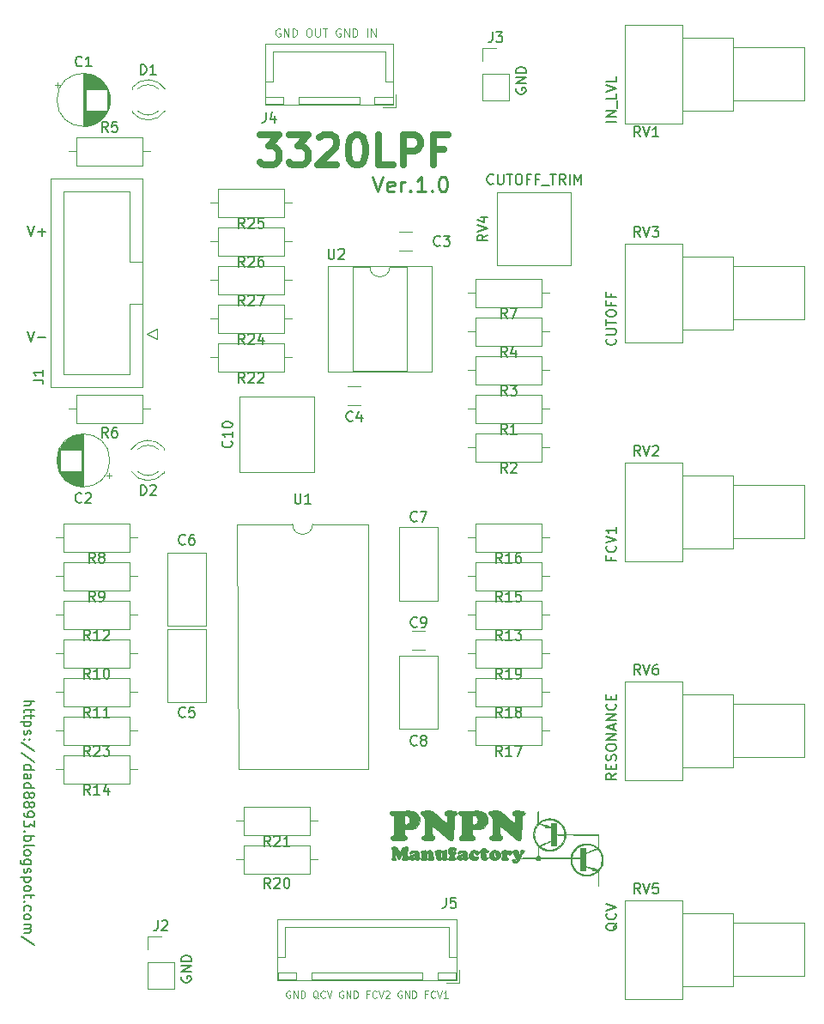
<source format=gto>
G04 #@! TF.GenerationSoftware,KiCad,Pcbnew,(6.0.5)*
G04 #@! TF.CreationDate,2022-10-09T17:06:01+09:00*
G04 #@! TF.ProjectId,3320LPF,33333230-4c50-4462-9e6b-696361645f70,Ver.1.0*
G04 #@! TF.SameCoordinates,Original*
G04 #@! TF.FileFunction,Legend,Top*
G04 #@! TF.FilePolarity,Positive*
%FSLAX46Y46*%
G04 Gerber Fmt 4.6, Leading zero omitted, Abs format (unit mm)*
G04 Created by KiCad (PCBNEW (6.0.5)) date 2022-10-09 17:06:01*
%MOMM*%
%LPD*%
G01*
G04 APERTURE LIST*
%ADD10C,0.150000*%
%ADD11C,0.110000*%
%ADD12C,0.250000*%
%ADD13C,0.700000*%
%ADD14C,0.120000*%
%ADD15C,0.010000*%
G04 APERTURE END LIST*
D10*
X167997142Y-81986190D02*
X168044761Y-82033809D01*
X168092380Y-82176666D01*
X168092380Y-82271904D01*
X168044761Y-82414761D01*
X167949523Y-82510000D01*
X167854285Y-82557619D01*
X167663809Y-82605238D01*
X167520952Y-82605238D01*
X167330476Y-82557619D01*
X167235238Y-82510000D01*
X167140000Y-82414761D01*
X167092380Y-82271904D01*
X167092380Y-82176666D01*
X167140000Y-82033809D01*
X167187619Y-81986190D01*
X167092380Y-81557619D02*
X167901904Y-81557619D01*
X167997142Y-81510000D01*
X168044761Y-81462380D01*
X168092380Y-81367142D01*
X168092380Y-81176666D01*
X168044761Y-81081428D01*
X167997142Y-81033809D01*
X167901904Y-80986190D01*
X167092380Y-80986190D01*
X167092380Y-80652857D02*
X167092380Y-80081428D01*
X168092380Y-80367142D02*
X167092380Y-80367142D01*
X167092380Y-79557619D02*
X167092380Y-79367142D01*
X167140000Y-79271904D01*
X167235238Y-79176666D01*
X167425714Y-79129047D01*
X167759047Y-79129047D01*
X167949523Y-79176666D01*
X168044761Y-79271904D01*
X168092380Y-79367142D01*
X168092380Y-79557619D01*
X168044761Y-79652857D01*
X167949523Y-79748095D01*
X167759047Y-79795714D01*
X167425714Y-79795714D01*
X167235238Y-79748095D01*
X167140000Y-79652857D01*
X167092380Y-79557619D01*
X167568571Y-78367142D02*
X167568571Y-78700476D01*
X168092380Y-78700476D02*
X167092380Y-78700476D01*
X167092380Y-78224285D01*
X167568571Y-77510000D02*
X167568571Y-77843333D01*
X168092380Y-77843333D02*
X167092380Y-77843333D01*
X167092380Y-77367142D01*
X168092380Y-124856428D02*
X167616190Y-125189761D01*
X168092380Y-125427857D02*
X167092380Y-125427857D01*
X167092380Y-125046904D01*
X167140000Y-124951666D01*
X167187619Y-124904047D01*
X167282857Y-124856428D01*
X167425714Y-124856428D01*
X167520952Y-124904047D01*
X167568571Y-124951666D01*
X167616190Y-125046904D01*
X167616190Y-125427857D01*
X167568571Y-124427857D02*
X167568571Y-124094523D01*
X168092380Y-123951666D02*
X168092380Y-124427857D01*
X167092380Y-124427857D01*
X167092380Y-123951666D01*
X168044761Y-123570714D02*
X168092380Y-123427857D01*
X168092380Y-123189761D01*
X168044761Y-123094523D01*
X167997142Y-123046904D01*
X167901904Y-122999285D01*
X167806666Y-122999285D01*
X167711428Y-123046904D01*
X167663809Y-123094523D01*
X167616190Y-123189761D01*
X167568571Y-123380238D01*
X167520952Y-123475476D01*
X167473333Y-123523095D01*
X167378095Y-123570714D01*
X167282857Y-123570714D01*
X167187619Y-123523095D01*
X167140000Y-123475476D01*
X167092380Y-123380238D01*
X167092380Y-123142142D01*
X167140000Y-122999285D01*
X167092380Y-122380238D02*
X167092380Y-122189761D01*
X167140000Y-122094523D01*
X167235238Y-121999285D01*
X167425714Y-121951666D01*
X167759047Y-121951666D01*
X167949523Y-121999285D01*
X168044761Y-122094523D01*
X168092380Y-122189761D01*
X168092380Y-122380238D01*
X168044761Y-122475476D01*
X167949523Y-122570714D01*
X167759047Y-122618333D01*
X167425714Y-122618333D01*
X167235238Y-122570714D01*
X167140000Y-122475476D01*
X167092380Y-122380238D01*
X168092380Y-121523095D02*
X167092380Y-121523095D01*
X168092380Y-120951666D01*
X167092380Y-120951666D01*
X167806666Y-120523095D02*
X167806666Y-120046904D01*
X168092380Y-120618333D02*
X167092380Y-120285000D01*
X168092380Y-119951666D01*
X168092380Y-119618333D02*
X167092380Y-119618333D01*
X168092380Y-119046904D01*
X167092380Y-119046904D01*
X167997142Y-117999285D02*
X168044761Y-118046904D01*
X168092380Y-118189761D01*
X168092380Y-118285000D01*
X168044761Y-118427857D01*
X167949523Y-118523095D01*
X167854285Y-118570714D01*
X167663809Y-118618333D01*
X167520952Y-118618333D01*
X167330476Y-118570714D01*
X167235238Y-118523095D01*
X167140000Y-118427857D01*
X167092380Y-118285000D01*
X167092380Y-118189761D01*
X167140000Y-118046904D01*
X167187619Y-117999285D01*
X167568571Y-117570714D02*
X167568571Y-117237380D01*
X168092380Y-117094523D02*
X168092380Y-117570714D01*
X167092380Y-117570714D01*
X167092380Y-117094523D01*
D11*
X135926666Y-146335000D02*
X135860000Y-146301666D01*
X135760000Y-146301666D01*
X135660000Y-146335000D01*
X135593333Y-146401666D01*
X135560000Y-146468333D01*
X135526666Y-146601666D01*
X135526666Y-146701666D01*
X135560000Y-146835000D01*
X135593333Y-146901666D01*
X135660000Y-146968333D01*
X135760000Y-147001666D01*
X135826666Y-147001666D01*
X135926666Y-146968333D01*
X135960000Y-146935000D01*
X135960000Y-146701666D01*
X135826666Y-146701666D01*
X136260000Y-147001666D02*
X136260000Y-146301666D01*
X136660000Y-147001666D01*
X136660000Y-146301666D01*
X136993333Y-147001666D02*
X136993333Y-146301666D01*
X137160000Y-146301666D01*
X137260000Y-146335000D01*
X137326666Y-146401666D01*
X137360000Y-146468333D01*
X137393333Y-146601666D01*
X137393333Y-146701666D01*
X137360000Y-146835000D01*
X137326666Y-146901666D01*
X137260000Y-146968333D01*
X137160000Y-147001666D01*
X136993333Y-147001666D01*
X138693333Y-147068333D02*
X138626666Y-147035000D01*
X138560000Y-146968333D01*
X138460000Y-146868333D01*
X138393333Y-146835000D01*
X138326666Y-146835000D01*
X138360000Y-147001666D02*
X138293333Y-146968333D01*
X138226666Y-146901666D01*
X138193333Y-146768333D01*
X138193333Y-146535000D01*
X138226666Y-146401666D01*
X138293333Y-146335000D01*
X138360000Y-146301666D01*
X138493333Y-146301666D01*
X138560000Y-146335000D01*
X138626666Y-146401666D01*
X138660000Y-146535000D01*
X138660000Y-146768333D01*
X138626666Y-146901666D01*
X138560000Y-146968333D01*
X138493333Y-147001666D01*
X138360000Y-147001666D01*
X139360000Y-146935000D02*
X139326666Y-146968333D01*
X139226666Y-147001666D01*
X139160000Y-147001666D01*
X139060000Y-146968333D01*
X138993333Y-146901666D01*
X138960000Y-146835000D01*
X138926666Y-146701666D01*
X138926666Y-146601666D01*
X138960000Y-146468333D01*
X138993333Y-146401666D01*
X139060000Y-146335000D01*
X139160000Y-146301666D01*
X139226666Y-146301666D01*
X139326666Y-146335000D01*
X139360000Y-146368333D01*
X139560000Y-146301666D02*
X139793333Y-147001666D01*
X140026666Y-146301666D01*
X141160000Y-146335000D02*
X141093333Y-146301666D01*
X140993333Y-146301666D01*
X140893333Y-146335000D01*
X140826666Y-146401666D01*
X140793333Y-146468333D01*
X140760000Y-146601666D01*
X140760000Y-146701666D01*
X140793333Y-146835000D01*
X140826666Y-146901666D01*
X140893333Y-146968333D01*
X140993333Y-147001666D01*
X141060000Y-147001666D01*
X141160000Y-146968333D01*
X141193333Y-146935000D01*
X141193333Y-146701666D01*
X141060000Y-146701666D01*
X141493333Y-147001666D02*
X141493333Y-146301666D01*
X141893333Y-147001666D01*
X141893333Y-146301666D01*
X142226666Y-147001666D02*
X142226666Y-146301666D01*
X142393333Y-146301666D01*
X142493333Y-146335000D01*
X142560000Y-146401666D01*
X142593333Y-146468333D01*
X142626666Y-146601666D01*
X142626666Y-146701666D01*
X142593333Y-146835000D01*
X142560000Y-146901666D01*
X142493333Y-146968333D01*
X142393333Y-147001666D01*
X142226666Y-147001666D01*
X143693333Y-146635000D02*
X143460000Y-146635000D01*
X143460000Y-147001666D02*
X143460000Y-146301666D01*
X143793333Y-146301666D01*
X144460000Y-146935000D02*
X144426666Y-146968333D01*
X144326666Y-147001666D01*
X144260000Y-147001666D01*
X144160000Y-146968333D01*
X144093333Y-146901666D01*
X144060000Y-146835000D01*
X144026666Y-146701666D01*
X144026666Y-146601666D01*
X144060000Y-146468333D01*
X144093333Y-146401666D01*
X144160000Y-146335000D01*
X144260000Y-146301666D01*
X144326666Y-146301666D01*
X144426666Y-146335000D01*
X144460000Y-146368333D01*
X144660000Y-146301666D02*
X144893333Y-147001666D01*
X145126666Y-146301666D01*
X145326666Y-146368333D02*
X145360000Y-146335000D01*
X145426666Y-146301666D01*
X145593333Y-146301666D01*
X145660000Y-146335000D01*
X145693333Y-146368333D01*
X145726666Y-146435000D01*
X145726666Y-146501666D01*
X145693333Y-146601666D01*
X145293333Y-147001666D01*
X145726666Y-147001666D01*
X146926666Y-146335000D02*
X146860000Y-146301666D01*
X146760000Y-146301666D01*
X146660000Y-146335000D01*
X146593333Y-146401666D01*
X146560000Y-146468333D01*
X146526666Y-146601666D01*
X146526666Y-146701666D01*
X146560000Y-146835000D01*
X146593333Y-146901666D01*
X146660000Y-146968333D01*
X146760000Y-147001666D01*
X146826666Y-147001666D01*
X146926666Y-146968333D01*
X146960000Y-146935000D01*
X146960000Y-146701666D01*
X146826666Y-146701666D01*
X147260000Y-147001666D02*
X147260000Y-146301666D01*
X147660000Y-147001666D01*
X147660000Y-146301666D01*
X147993333Y-147001666D02*
X147993333Y-146301666D01*
X148160000Y-146301666D01*
X148260000Y-146335000D01*
X148326666Y-146401666D01*
X148360000Y-146468333D01*
X148393333Y-146601666D01*
X148393333Y-146701666D01*
X148360000Y-146835000D01*
X148326666Y-146901666D01*
X148260000Y-146968333D01*
X148160000Y-147001666D01*
X147993333Y-147001666D01*
X149460000Y-146635000D02*
X149226666Y-146635000D01*
X149226666Y-147001666D02*
X149226666Y-146301666D01*
X149560000Y-146301666D01*
X150226666Y-146935000D02*
X150193333Y-146968333D01*
X150093333Y-147001666D01*
X150026666Y-147001666D01*
X149926666Y-146968333D01*
X149860000Y-146901666D01*
X149826666Y-146835000D01*
X149793333Y-146701666D01*
X149793333Y-146601666D01*
X149826666Y-146468333D01*
X149860000Y-146401666D01*
X149926666Y-146335000D01*
X150026666Y-146301666D01*
X150093333Y-146301666D01*
X150193333Y-146335000D01*
X150226666Y-146368333D01*
X150426666Y-146301666D02*
X150660000Y-147001666D01*
X150893333Y-146301666D01*
X151493333Y-147001666D02*
X151093333Y-147001666D01*
X151293333Y-147001666D02*
X151293333Y-146301666D01*
X151226666Y-146401666D01*
X151160000Y-146468333D01*
X151093333Y-146501666D01*
D10*
X167568571Y-103496904D02*
X167568571Y-103830238D01*
X168092380Y-103830238D02*
X167092380Y-103830238D01*
X167092380Y-103354047D01*
X167997142Y-102401666D02*
X168044761Y-102449285D01*
X168092380Y-102592142D01*
X168092380Y-102687380D01*
X168044761Y-102830238D01*
X167949523Y-102925476D01*
X167854285Y-102973095D01*
X167663809Y-103020714D01*
X167520952Y-103020714D01*
X167330476Y-102973095D01*
X167235238Y-102925476D01*
X167140000Y-102830238D01*
X167092380Y-102687380D01*
X167092380Y-102592142D01*
X167140000Y-102449285D01*
X167187619Y-102401666D01*
X167092380Y-102115952D02*
X168092380Y-101782619D01*
X167092380Y-101449285D01*
X168092380Y-100592142D02*
X168092380Y-101163571D01*
X168092380Y-100877857D02*
X167092380Y-100877857D01*
X167235238Y-100973095D01*
X167330476Y-101068333D01*
X167378095Y-101163571D01*
X125230000Y-144906904D02*
X125182380Y-145002142D01*
X125182380Y-145145000D01*
X125230000Y-145287857D01*
X125325238Y-145383095D01*
X125420476Y-145430714D01*
X125610952Y-145478333D01*
X125753809Y-145478333D01*
X125944285Y-145430714D01*
X126039523Y-145383095D01*
X126134761Y-145287857D01*
X126182380Y-145145000D01*
X126182380Y-145049761D01*
X126134761Y-144906904D01*
X126087142Y-144859285D01*
X125753809Y-144859285D01*
X125753809Y-145049761D01*
X126182380Y-144430714D02*
X125182380Y-144430714D01*
X126182380Y-143859285D01*
X125182380Y-143859285D01*
X126182380Y-143383095D02*
X125182380Y-143383095D01*
X125182380Y-143145000D01*
X125230000Y-143002142D01*
X125325238Y-142906904D01*
X125420476Y-142859285D01*
X125610952Y-142811666D01*
X125753809Y-142811666D01*
X125944285Y-142859285D01*
X126039523Y-142906904D01*
X126134761Y-143002142D01*
X126182380Y-143145000D01*
X126182380Y-143383095D01*
D12*
X144078000Y-65980571D02*
X144578000Y-67480571D01*
X145078000Y-65980571D01*
X146149428Y-67409142D02*
X146006571Y-67480571D01*
X145720857Y-67480571D01*
X145578000Y-67409142D01*
X145506571Y-67266285D01*
X145506571Y-66694857D01*
X145578000Y-66552000D01*
X145720857Y-66480571D01*
X146006571Y-66480571D01*
X146149428Y-66552000D01*
X146220857Y-66694857D01*
X146220857Y-66837714D01*
X145506571Y-66980571D01*
X146863714Y-67480571D02*
X146863714Y-66480571D01*
X146863714Y-66766285D02*
X146935142Y-66623428D01*
X147006571Y-66552000D01*
X147149428Y-66480571D01*
X147292285Y-66480571D01*
X147792285Y-67337714D02*
X147863714Y-67409142D01*
X147792285Y-67480571D01*
X147720857Y-67409142D01*
X147792285Y-67337714D01*
X147792285Y-67480571D01*
X149292285Y-67480571D02*
X148435142Y-67480571D01*
X148863714Y-67480571D02*
X148863714Y-65980571D01*
X148720857Y-66194857D01*
X148578000Y-66337714D01*
X148435142Y-66409142D01*
X149935142Y-67337714D02*
X150006571Y-67409142D01*
X149935142Y-67480571D01*
X149863714Y-67409142D01*
X149935142Y-67337714D01*
X149935142Y-67480571D01*
X150935142Y-65980571D02*
X151078000Y-65980571D01*
X151220857Y-66052000D01*
X151292285Y-66123428D01*
X151363714Y-66266285D01*
X151435142Y-66552000D01*
X151435142Y-66909142D01*
X151363714Y-67194857D01*
X151292285Y-67337714D01*
X151220857Y-67409142D01*
X151078000Y-67480571D01*
X150935142Y-67480571D01*
X150792285Y-67409142D01*
X150720857Y-67337714D01*
X150649428Y-67194857D01*
X150578000Y-66909142D01*
X150578000Y-66552000D01*
X150649428Y-66266285D01*
X150720857Y-66123428D01*
X150792285Y-66052000D01*
X150935142Y-65980571D01*
D10*
X168092380Y-60562857D02*
X167092380Y-60562857D01*
X168092380Y-60086666D02*
X167092380Y-60086666D01*
X168092380Y-59515238D01*
X167092380Y-59515238D01*
X168187619Y-59277142D02*
X168187619Y-58515238D01*
X168092380Y-57800952D02*
X168092380Y-58277142D01*
X167092380Y-58277142D01*
X167092380Y-57610476D02*
X168092380Y-57277142D01*
X167092380Y-56943809D01*
X168092380Y-56134285D02*
X168092380Y-56610476D01*
X167092380Y-56610476D01*
X168187619Y-139612619D02*
X168140000Y-139707857D01*
X168044761Y-139803095D01*
X167901904Y-139945952D01*
X167854285Y-140041190D01*
X167854285Y-140136428D01*
X168092380Y-140088809D02*
X168044761Y-140184047D01*
X167949523Y-140279285D01*
X167759047Y-140326904D01*
X167425714Y-140326904D01*
X167235238Y-140279285D01*
X167140000Y-140184047D01*
X167092380Y-140088809D01*
X167092380Y-139898333D01*
X167140000Y-139803095D01*
X167235238Y-139707857D01*
X167425714Y-139660238D01*
X167759047Y-139660238D01*
X167949523Y-139707857D01*
X168044761Y-139803095D01*
X168092380Y-139898333D01*
X168092380Y-140088809D01*
X167997142Y-138660238D02*
X168044761Y-138707857D01*
X168092380Y-138850714D01*
X168092380Y-138945952D01*
X168044761Y-139088809D01*
X167949523Y-139184047D01*
X167854285Y-139231666D01*
X167663809Y-139279285D01*
X167520952Y-139279285D01*
X167330476Y-139231666D01*
X167235238Y-139184047D01*
X167140000Y-139088809D01*
X167092380Y-138945952D01*
X167092380Y-138850714D01*
X167140000Y-138707857D01*
X167187619Y-138660238D01*
X167092380Y-138374523D02*
X168092380Y-138041190D01*
X167092380Y-137707857D01*
X110045619Y-70826380D02*
X110378952Y-71826380D01*
X110712285Y-70826380D01*
X111045619Y-71445428D02*
X111807523Y-71445428D01*
X111426571Y-71826380D02*
X111426571Y-71064476D01*
X155972380Y-66651142D02*
X155924761Y-66698761D01*
X155781904Y-66746380D01*
X155686666Y-66746380D01*
X155543809Y-66698761D01*
X155448571Y-66603523D01*
X155400952Y-66508285D01*
X155353333Y-66317809D01*
X155353333Y-66174952D01*
X155400952Y-65984476D01*
X155448571Y-65889238D01*
X155543809Y-65794000D01*
X155686666Y-65746380D01*
X155781904Y-65746380D01*
X155924761Y-65794000D01*
X155972380Y-65841619D01*
X156400952Y-65746380D02*
X156400952Y-66555904D01*
X156448571Y-66651142D01*
X156496190Y-66698761D01*
X156591428Y-66746380D01*
X156781904Y-66746380D01*
X156877142Y-66698761D01*
X156924761Y-66651142D01*
X156972380Y-66555904D01*
X156972380Y-65746380D01*
X157305714Y-65746380D02*
X157877142Y-65746380D01*
X157591428Y-66746380D02*
X157591428Y-65746380D01*
X158400952Y-65746380D02*
X158591428Y-65746380D01*
X158686666Y-65794000D01*
X158781904Y-65889238D01*
X158829523Y-66079714D01*
X158829523Y-66413047D01*
X158781904Y-66603523D01*
X158686666Y-66698761D01*
X158591428Y-66746380D01*
X158400952Y-66746380D01*
X158305714Y-66698761D01*
X158210476Y-66603523D01*
X158162857Y-66413047D01*
X158162857Y-66079714D01*
X158210476Y-65889238D01*
X158305714Y-65794000D01*
X158400952Y-65746380D01*
X159591428Y-66222571D02*
X159258095Y-66222571D01*
X159258095Y-66746380D02*
X159258095Y-65746380D01*
X159734285Y-65746380D01*
X160448571Y-66222571D02*
X160115238Y-66222571D01*
X160115238Y-66746380D02*
X160115238Y-65746380D01*
X160591428Y-65746380D01*
X160734285Y-66841619D02*
X161496190Y-66841619D01*
X161591428Y-65746380D02*
X162162857Y-65746380D01*
X161877142Y-66746380D02*
X161877142Y-65746380D01*
X163067619Y-66746380D02*
X162734285Y-66270190D01*
X162496190Y-66746380D02*
X162496190Y-65746380D01*
X162877142Y-65746380D01*
X162972380Y-65794000D01*
X163020000Y-65841619D01*
X163067619Y-65936857D01*
X163067619Y-66079714D01*
X163020000Y-66174952D01*
X162972380Y-66222571D01*
X162877142Y-66270190D01*
X162496190Y-66270190D01*
X163496190Y-66746380D02*
X163496190Y-65746380D01*
X163972380Y-66746380D02*
X163972380Y-65746380D01*
X164305714Y-66460666D01*
X164639047Y-65746380D01*
X164639047Y-66746380D01*
D13*
X132954285Y-61857142D02*
X134811428Y-61857142D01*
X133811428Y-63000000D01*
X134240000Y-63000000D01*
X134525714Y-63142857D01*
X134668571Y-63285714D01*
X134811428Y-63571428D01*
X134811428Y-64285714D01*
X134668571Y-64571428D01*
X134525714Y-64714285D01*
X134240000Y-64857142D01*
X133382857Y-64857142D01*
X133097142Y-64714285D01*
X132954285Y-64571428D01*
X135811428Y-61857142D02*
X137668571Y-61857142D01*
X136668571Y-63000000D01*
X137097142Y-63000000D01*
X137382857Y-63142857D01*
X137525714Y-63285714D01*
X137668571Y-63571428D01*
X137668571Y-64285714D01*
X137525714Y-64571428D01*
X137382857Y-64714285D01*
X137097142Y-64857142D01*
X136240000Y-64857142D01*
X135954285Y-64714285D01*
X135811428Y-64571428D01*
X138811428Y-62142857D02*
X138954285Y-62000000D01*
X139240000Y-61857142D01*
X139954285Y-61857142D01*
X140240000Y-62000000D01*
X140382857Y-62142857D01*
X140525714Y-62428571D01*
X140525714Y-62714285D01*
X140382857Y-63142857D01*
X138668571Y-64857142D01*
X140525714Y-64857142D01*
X142382857Y-61857142D02*
X142668571Y-61857142D01*
X142954285Y-62000000D01*
X143097142Y-62142857D01*
X143240000Y-62428571D01*
X143382857Y-63000000D01*
X143382857Y-63714285D01*
X143240000Y-64285714D01*
X143097142Y-64571428D01*
X142954285Y-64714285D01*
X142668571Y-64857142D01*
X142382857Y-64857142D01*
X142097142Y-64714285D01*
X141954285Y-64571428D01*
X141811428Y-64285714D01*
X141668571Y-63714285D01*
X141668571Y-63000000D01*
X141811428Y-62428571D01*
X141954285Y-62142857D01*
X142097142Y-62000000D01*
X142382857Y-61857142D01*
X146097142Y-64857142D02*
X144668571Y-64857142D01*
X144668571Y-61857142D01*
X147097142Y-64857142D02*
X147097142Y-61857142D01*
X148240000Y-61857142D01*
X148525714Y-62000000D01*
X148668571Y-62142857D01*
X148811428Y-62428571D01*
X148811428Y-62857142D01*
X148668571Y-63142857D01*
X148525714Y-63285714D01*
X148240000Y-63428571D01*
X147097142Y-63428571D01*
X151097142Y-63285714D02*
X150097142Y-63285714D01*
X150097142Y-64857142D02*
X150097142Y-61857142D01*
X151525714Y-61857142D01*
D10*
X109656619Y-117714619D02*
X110656619Y-117714619D01*
X109656619Y-118143190D02*
X110180428Y-118143190D01*
X110275666Y-118095571D01*
X110323285Y-118000333D01*
X110323285Y-117857476D01*
X110275666Y-117762238D01*
X110228047Y-117714619D01*
X110323285Y-118476523D02*
X110323285Y-118857476D01*
X110656619Y-118619380D02*
X109799476Y-118619380D01*
X109704238Y-118667000D01*
X109656619Y-118762238D01*
X109656619Y-118857476D01*
X110323285Y-119047952D02*
X110323285Y-119428904D01*
X110656619Y-119190809D02*
X109799476Y-119190809D01*
X109704238Y-119238428D01*
X109656619Y-119333666D01*
X109656619Y-119428904D01*
X110323285Y-119762238D02*
X109323285Y-119762238D01*
X110275666Y-119762238D02*
X110323285Y-119857476D01*
X110323285Y-120047952D01*
X110275666Y-120143190D01*
X110228047Y-120190809D01*
X110132809Y-120238428D01*
X109847095Y-120238428D01*
X109751857Y-120190809D01*
X109704238Y-120143190D01*
X109656619Y-120047952D01*
X109656619Y-119857476D01*
X109704238Y-119762238D01*
X109704238Y-120619380D02*
X109656619Y-120714619D01*
X109656619Y-120905095D01*
X109704238Y-121000333D01*
X109799476Y-121047952D01*
X109847095Y-121047952D01*
X109942333Y-121000333D01*
X109989952Y-120905095D01*
X109989952Y-120762238D01*
X110037571Y-120667000D01*
X110132809Y-120619380D01*
X110180428Y-120619380D01*
X110275666Y-120667000D01*
X110323285Y-120762238D01*
X110323285Y-120905095D01*
X110275666Y-121000333D01*
X109751857Y-121476523D02*
X109704238Y-121524142D01*
X109656619Y-121476523D01*
X109704238Y-121428904D01*
X109751857Y-121476523D01*
X109656619Y-121476523D01*
X110275666Y-121476523D02*
X110228047Y-121524142D01*
X110180428Y-121476523D01*
X110228047Y-121428904D01*
X110275666Y-121476523D01*
X110180428Y-121476523D01*
X110704238Y-122667000D02*
X109418523Y-121809857D01*
X110704238Y-123714619D02*
X109418523Y-122857476D01*
X109656619Y-124476523D02*
X110656619Y-124476523D01*
X109704238Y-124476523D02*
X109656619Y-124381285D01*
X109656619Y-124190809D01*
X109704238Y-124095571D01*
X109751857Y-124047952D01*
X109847095Y-124000333D01*
X110132809Y-124000333D01*
X110228047Y-124047952D01*
X110275666Y-124095571D01*
X110323285Y-124190809D01*
X110323285Y-124381285D01*
X110275666Y-124476523D01*
X109656619Y-125381285D02*
X110180428Y-125381285D01*
X110275666Y-125333666D01*
X110323285Y-125238428D01*
X110323285Y-125047952D01*
X110275666Y-124952714D01*
X109704238Y-125381285D02*
X109656619Y-125286047D01*
X109656619Y-125047952D01*
X109704238Y-124952714D01*
X109799476Y-124905095D01*
X109894714Y-124905095D01*
X109989952Y-124952714D01*
X110037571Y-125047952D01*
X110037571Y-125286047D01*
X110085190Y-125381285D01*
X109656619Y-126286047D02*
X110656619Y-126286047D01*
X109704238Y-126286047D02*
X109656619Y-126190809D01*
X109656619Y-126000333D01*
X109704238Y-125905095D01*
X109751857Y-125857476D01*
X109847095Y-125809857D01*
X110132809Y-125809857D01*
X110228047Y-125857476D01*
X110275666Y-125905095D01*
X110323285Y-126000333D01*
X110323285Y-126190809D01*
X110275666Y-126286047D01*
X110228047Y-126905095D02*
X110275666Y-126809857D01*
X110323285Y-126762238D01*
X110418523Y-126714619D01*
X110466142Y-126714619D01*
X110561380Y-126762238D01*
X110609000Y-126809857D01*
X110656619Y-126905095D01*
X110656619Y-127095571D01*
X110609000Y-127190809D01*
X110561380Y-127238428D01*
X110466142Y-127286047D01*
X110418523Y-127286047D01*
X110323285Y-127238428D01*
X110275666Y-127190809D01*
X110228047Y-127095571D01*
X110228047Y-126905095D01*
X110180428Y-126809857D01*
X110132809Y-126762238D01*
X110037571Y-126714619D01*
X109847095Y-126714619D01*
X109751857Y-126762238D01*
X109704238Y-126809857D01*
X109656619Y-126905095D01*
X109656619Y-127095571D01*
X109704238Y-127190809D01*
X109751857Y-127238428D01*
X109847095Y-127286047D01*
X110037571Y-127286047D01*
X110132809Y-127238428D01*
X110180428Y-127190809D01*
X110228047Y-127095571D01*
X110228047Y-127857476D02*
X110275666Y-127762238D01*
X110323285Y-127714619D01*
X110418523Y-127667000D01*
X110466142Y-127667000D01*
X110561380Y-127714619D01*
X110609000Y-127762238D01*
X110656619Y-127857476D01*
X110656619Y-128047952D01*
X110609000Y-128143190D01*
X110561380Y-128190809D01*
X110466142Y-128238428D01*
X110418523Y-128238428D01*
X110323285Y-128190809D01*
X110275666Y-128143190D01*
X110228047Y-128047952D01*
X110228047Y-127857476D01*
X110180428Y-127762238D01*
X110132809Y-127714619D01*
X110037571Y-127667000D01*
X109847095Y-127667000D01*
X109751857Y-127714619D01*
X109704238Y-127762238D01*
X109656619Y-127857476D01*
X109656619Y-128047952D01*
X109704238Y-128143190D01*
X109751857Y-128190809D01*
X109847095Y-128238428D01*
X110037571Y-128238428D01*
X110132809Y-128190809D01*
X110180428Y-128143190D01*
X110228047Y-128047952D01*
X109656619Y-128714619D02*
X109656619Y-128905095D01*
X109704238Y-129000333D01*
X109751857Y-129047952D01*
X109894714Y-129143190D01*
X110085190Y-129190809D01*
X110466142Y-129190809D01*
X110561380Y-129143190D01*
X110609000Y-129095571D01*
X110656619Y-129000333D01*
X110656619Y-128809857D01*
X110609000Y-128714619D01*
X110561380Y-128667000D01*
X110466142Y-128619380D01*
X110228047Y-128619380D01*
X110132809Y-128667000D01*
X110085190Y-128714619D01*
X110037571Y-128809857D01*
X110037571Y-129000333D01*
X110085190Y-129095571D01*
X110132809Y-129143190D01*
X110228047Y-129190809D01*
X110656619Y-129524142D02*
X110656619Y-130143190D01*
X110275666Y-129809857D01*
X110275666Y-129952714D01*
X110228047Y-130047952D01*
X110180428Y-130095571D01*
X110085190Y-130143190D01*
X109847095Y-130143190D01*
X109751857Y-130095571D01*
X109704238Y-130047952D01*
X109656619Y-129952714D01*
X109656619Y-129667000D01*
X109704238Y-129571761D01*
X109751857Y-129524142D01*
X109751857Y-130571761D02*
X109704238Y-130619380D01*
X109656619Y-130571761D01*
X109704238Y-130524142D01*
X109751857Y-130571761D01*
X109656619Y-130571761D01*
X109656619Y-131047952D02*
X110656619Y-131047952D01*
X110275666Y-131047952D02*
X110323285Y-131143190D01*
X110323285Y-131333666D01*
X110275666Y-131428904D01*
X110228047Y-131476523D01*
X110132809Y-131524142D01*
X109847095Y-131524142D01*
X109751857Y-131476523D01*
X109704238Y-131428904D01*
X109656619Y-131333666D01*
X109656619Y-131143190D01*
X109704238Y-131047952D01*
X109656619Y-132095571D02*
X109704238Y-132000333D01*
X109799476Y-131952714D01*
X110656619Y-131952714D01*
X109656619Y-132619380D02*
X109704238Y-132524142D01*
X109751857Y-132476523D01*
X109847095Y-132428904D01*
X110132809Y-132428904D01*
X110228047Y-132476523D01*
X110275666Y-132524142D01*
X110323285Y-132619380D01*
X110323285Y-132762238D01*
X110275666Y-132857476D01*
X110228047Y-132905095D01*
X110132809Y-132952714D01*
X109847095Y-132952714D01*
X109751857Y-132905095D01*
X109704238Y-132857476D01*
X109656619Y-132762238D01*
X109656619Y-132619380D01*
X110323285Y-133809857D02*
X109513761Y-133809857D01*
X109418523Y-133762238D01*
X109370904Y-133714619D01*
X109323285Y-133619380D01*
X109323285Y-133476523D01*
X109370904Y-133381285D01*
X109704238Y-133809857D02*
X109656619Y-133714619D01*
X109656619Y-133524142D01*
X109704238Y-133428904D01*
X109751857Y-133381285D01*
X109847095Y-133333666D01*
X110132809Y-133333666D01*
X110228047Y-133381285D01*
X110275666Y-133428904D01*
X110323285Y-133524142D01*
X110323285Y-133714619D01*
X110275666Y-133809857D01*
X109704238Y-134238428D02*
X109656619Y-134333666D01*
X109656619Y-134524142D01*
X109704238Y-134619380D01*
X109799476Y-134667000D01*
X109847095Y-134667000D01*
X109942333Y-134619380D01*
X109989952Y-134524142D01*
X109989952Y-134381285D01*
X110037571Y-134286047D01*
X110132809Y-134238428D01*
X110180428Y-134238428D01*
X110275666Y-134286047D01*
X110323285Y-134381285D01*
X110323285Y-134524142D01*
X110275666Y-134619380D01*
X110323285Y-135095571D02*
X109323285Y-135095571D01*
X110275666Y-135095571D02*
X110323285Y-135190809D01*
X110323285Y-135381285D01*
X110275666Y-135476523D01*
X110228047Y-135524142D01*
X110132809Y-135571761D01*
X109847095Y-135571761D01*
X109751857Y-135524142D01*
X109704238Y-135476523D01*
X109656619Y-135381285D01*
X109656619Y-135190809D01*
X109704238Y-135095571D01*
X109656619Y-136143190D02*
X109704238Y-136047952D01*
X109751857Y-136000333D01*
X109847095Y-135952714D01*
X110132809Y-135952714D01*
X110228047Y-136000333D01*
X110275666Y-136047952D01*
X110323285Y-136143190D01*
X110323285Y-136286047D01*
X110275666Y-136381285D01*
X110228047Y-136428904D01*
X110132809Y-136476523D01*
X109847095Y-136476523D01*
X109751857Y-136428904D01*
X109704238Y-136381285D01*
X109656619Y-136286047D01*
X109656619Y-136143190D01*
X110323285Y-136762238D02*
X110323285Y-137143190D01*
X110656619Y-136905095D02*
X109799476Y-136905095D01*
X109704238Y-136952714D01*
X109656619Y-137047952D01*
X109656619Y-137143190D01*
X109751857Y-137476523D02*
X109704238Y-137524142D01*
X109656619Y-137476523D01*
X109704238Y-137428904D01*
X109751857Y-137476523D01*
X109656619Y-137476523D01*
X109704238Y-138381285D02*
X109656619Y-138286047D01*
X109656619Y-138095571D01*
X109704238Y-138000333D01*
X109751857Y-137952714D01*
X109847095Y-137905095D01*
X110132809Y-137905095D01*
X110228047Y-137952714D01*
X110275666Y-138000333D01*
X110323285Y-138095571D01*
X110323285Y-138286047D01*
X110275666Y-138381285D01*
X109656619Y-138952714D02*
X109704238Y-138857476D01*
X109751857Y-138809857D01*
X109847095Y-138762238D01*
X110132809Y-138762238D01*
X110228047Y-138809857D01*
X110275666Y-138857476D01*
X110323285Y-138952714D01*
X110323285Y-139095571D01*
X110275666Y-139190809D01*
X110228047Y-139238428D01*
X110132809Y-139286047D01*
X109847095Y-139286047D01*
X109751857Y-139238428D01*
X109704238Y-139190809D01*
X109656619Y-139095571D01*
X109656619Y-138952714D01*
X109656619Y-139714619D02*
X110323285Y-139714619D01*
X110228047Y-139714619D02*
X110275666Y-139762238D01*
X110323285Y-139857476D01*
X110323285Y-140000333D01*
X110275666Y-140095571D01*
X110180428Y-140143190D01*
X109656619Y-140143190D01*
X110180428Y-140143190D02*
X110275666Y-140190809D01*
X110323285Y-140286047D01*
X110323285Y-140428904D01*
X110275666Y-140524142D01*
X110180428Y-140571761D01*
X109656619Y-140571761D01*
X110704238Y-141762238D02*
X109418523Y-140905095D01*
D14*
X134950761Y-51416000D02*
X134874571Y-51377904D01*
X134760285Y-51377904D01*
X134646000Y-51416000D01*
X134569809Y-51492190D01*
X134531714Y-51568380D01*
X134493619Y-51720761D01*
X134493619Y-51835047D01*
X134531714Y-51987428D01*
X134569809Y-52063619D01*
X134646000Y-52139809D01*
X134760285Y-52177904D01*
X134836476Y-52177904D01*
X134950761Y-52139809D01*
X134988857Y-52101714D01*
X134988857Y-51835047D01*
X134836476Y-51835047D01*
X135331714Y-52177904D02*
X135331714Y-51377904D01*
X135788857Y-52177904D01*
X135788857Y-51377904D01*
X136169809Y-52177904D02*
X136169809Y-51377904D01*
X136360285Y-51377904D01*
X136474571Y-51416000D01*
X136550761Y-51492190D01*
X136588857Y-51568380D01*
X136626952Y-51720761D01*
X136626952Y-51835047D01*
X136588857Y-51987428D01*
X136550761Y-52063619D01*
X136474571Y-52139809D01*
X136360285Y-52177904D01*
X136169809Y-52177904D01*
X137731714Y-51377904D02*
X137884095Y-51377904D01*
X137960285Y-51416000D01*
X138036476Y-51492190D01*
X138074571Y-51644571D01*
X138074571Y-51911238D01*
X138036476Y-52063619D01*
X137960285Y-52139809D01*
X137884095Y-52177904D01*
X137731714Y-52177904D01*
X137655523Y-52139809D01*
X137579333Y-52063619D01*
X137541238Y-51911238D01*
X137541238Y-51644571D01*
X137579333Y-51492190D01*
X137655523Y-51416000D01*
X137731714Y-51377904D01*
X138417428Y-51377904D02*
X138417428Y-52025523D01*
X138455523Y-52101714D01*
X138493619Y-52139809D01*
X138569809Y-52177904D01*
X138722190Y-52177904D01*
X138798380Y-52139809D01*
X138836476Y-52101714D01*
X138874571Y-52025523D01*
X138874571Y-51377904D01*
X139141238Y-51377904D02*
X139598380Y-51377904D01*
X139369809Y-52177904D02*
X139369809Y-51377904D01*
X140893619Y-51416000D02*
X140817428Y-51377904D01*
X140703142Y-51377904D01*
X140588857Y-51416000D01*
X140512666Y-51492190D01*
X140474571Y-51568380D01*
X140436476Y-51720761D01*
X140436476Y-51835047D01*
X140474571Y-51987428D01*
X140512666Y-52063619D01*
X140588857Y-52139809D01*
X140703142Y-52177904D01*
X140779333Y-52177904D01*
X140893619Y-52139809D01*
X140931714Y-52101714D01*
X140931714Y-51835047D01*
X140779333Y-51835047D01*
X141274571Y-52177904D02*
X141274571Y-51377904D01*
X141731714Y-52177904D01*
X141731714Y-51377904D01*
X142112666Y-52177904D02*
X142112666Y-51377904D01*
X142303142Y-51377904D01*
X142417428Y-51416000D01*
X142493619Y-51492190D01*
X142531714Y-51568380D01*
X142569809Y-51720761D01*
X142569809Y-51835047D01*
X142531714Y-51987428D01*
X142493619Y-52063619D01*
X142417428Y-52139809D01*
X142303142Y-52177904D01*
X142112666Y-52177904D01*
X143522190Y-52177904D02*
X143522190Y-51377904D01*
X143903142Y-52177904D02*
X143903142Y-51377904D01*
X144360285Y-52177904D01*
X144360285Y-51377904D01*
D10*
X158250000Y-57276904D02*
X158202380Y-57372142D01*
X158202380Y-57515000D01*
X158250000Y-57657857D01*
X158345238Y-57753095D01*
X158440476Y-57800714D01*
X158630952Y-57848333D01*
X158773809Y-57848333D01*
X158964285Y-57800714D01*
X159059523Y-57753095D01*
X159154761Y-57657857D01*
X159202380Y-57515000D01*
X159202380Y-57419761D01*
X159154761Y-57276904D01*
X159107142Y-57229285D01*
X158773809Y-57229285D01*
X158773809Y-57419761D01*
X159202380Y-56800714D02*
X158202380Y-56800714D01*
X159202380Y-56229285D01*
X158202380Y-56229285D01*
X159202380Y-55753095D02*
X158202380Y-55753095D01*
X158202380Y-55515000D01*
X158250000Y-55372142D01*
X158345238Y-55276904D01*
X158440476Y-55229285D01*
X158630952Y-55181666D01*
X158773809Y-55181666D01*
X158964285Y-55229285D01*
X159059523Y-55276904D01*
X159154761Y-55372142D01*
X159202380Y-55515000D01*
X159202380Y-55753095D01*
X110045619Y-81240380D02*
X110378952Y-82240380D01*
X110712285Y-81240380D01*
X111045619Y-81859428D02*
X111807523Y-81859428D01*
G04 #@! TO.C,R18*
X156837142Y-119324380D02*
X156503809Y-118848190D01*
X156265714Y-119324380D02*
X156265714Y-118324380D01*
X156646666Y-118324380D01*
X156741904Y-118372000D01*
X156789523Y-118419619D01*
X156837142Y-118514857D01*
X156837142Y-118657714D01*
X156789523Y-118752952D01*
X156741904Y-118800571D01*
X156646666Y-118848190D01*
X156265714Y-118848190D01*
X157789523Y-119324380D02*
X157218095Y-119324380D01*
X157503809Y-119324380D02*
X157503809Y-118324380D01*
X157408571Y-118467238D01*
X157313333Y-118562476D01*
X157218095Y-118610095D01*
X158360952Y-118752952D02*
X158265714Y-118705333D01*
X158218095Y-118657714D01*
X158170476Y-118562476D01*
X158170476Y-118514857D01*
X158218095Y-118419619D01*
X158265714Y-118372000D01*
X158360952Y-118324380D01*
X158551428Y-118324380D01*
X158646666Y-118372000D01*
X158694285Y-118419619D01*
X158741904Y-118514857D01*
X158741904Y-118562476D01*
X158694285Y-118657714D01*
X158646666Y-118705333D01*
X158551428Y-118752952D01*
X158360952Y-118752952D01*
X158265714Y-118800571D01*
X158218095Y-118848190D01*
X158170476Y-118943428D01*
X158170476Y-119133904D01*
X158218095Y-119229142D01*
X158265714Y-119276761D01*
X158360952Y-119324380D01*
X158551428Y-119324380D01*
X158646666Y-119276761D01*
X158694285Y-119229142D01*
X158741904Y-119133904D01*
X158741904Y-118943428D01*
X158694285Y-118848190D01*
X158646666Y-118800571D01*
X158551428Y-118752952D01*
G04 #@! TO.C,J3*
X155876666Y-51732380D02*
X155876666Y-52446666D01*
X155829047Y-52589523D01*
X155733809Y-52684761D01*
X155590952Y-52732380D01*
X155495714Y-52732380D01*
X156257619Y-51732380D02*
X156876666Y-51732380D01*
X156543333Y-52113333D01*
X156686190Y-52113333D01*
X156781428Y-52160952D01*
X156829047Y-52208571D01*
X156876666Y-52303809D01*
X156876666Y-52541904D01*
X156829047Y-52637142D01*
X156781428Y-52684761D01*
X156686190Y-52732380D01*
X156400476Y-52732380D01*
X156305238Y-52684761D01*
X156257619Y-52637142D01*
G04 #@! TO.C,RV6*
X170454761Y-115102380D02*
X170121428Y-114626190D01*
X169883333Y-115102380D02*
X169883333Y-114102380D01*
X170264285Y-114102380D01*
X170359523Y-114150000D01*
X170407142Y-114197619D01*
X170454761Y-114292857D01*
X170454761Y-114435714D01*
X170407142Y-114530952D01*
X170359523Y-114578571D01*
X170264285Y-114626190D01*
X169883333Y-114626190D01*
X170740476Y-114102380D02*
X171073809Y-115102380D01*
X171407142Y-114102380D01*
X172169047Y-114102380D02*
X171978571Y-114102380D01*
X171883333Y-114150000D01*
X171835714Y-114197619D01*
X171740476Y-114340476D01*
X171692857Y-114530952D01*
X171692857Y-114911904D01*
X171740476Y-115007142D01*
X171788095Y-115054761D01*
X171883333Y-115102380D01*
X172073809Y-115102380D01*
X172169047Y-115054761D01*
X172216666Y-115007142D01*
X172264285Y-114911904D01*
X172264285Y-114673809D01*
X172216666Y-114578571D01*
X172169047Y-114530952D01*
X172073809Y-114483333D01*
X171883333Y-114483333D01*
X171788095Y-114530952D01*
X171740476Y-114578571D01*
X171692857Y-114673809D01*
G04 #@! TO.C,RV2*
X170454761Y-93512380D02*
X170121428Y-93036190D01*
X169883333Y-93512380D02*
X169883333Y-92512380D01*
X170264285Y-92512380D01*
X170359523Y-92560000D01*
X170407142Y-92607619D01*
X170454761Y-92702857D01*
X170454761Y-92845714D01*
X170407142Y-92940952D01*
X170359523Y-92988571D01*
X170264285Y-93036190D01*
X169883333Y-93036190D01*
X170740476Y-92512380D02*
X171073809Y-93512380D01*
X171407142Y-92512380D01*
X171692857Y-92607619D02*
X171740476Y-92560000D01*
X171835714Y-92512380D01*
X172073809Y-92512380D01*
X172169047Y-92560000D01*
X172216666Y-92607619D01*
X172264285Y-92702857D01*
X172264285Y-92798095D01*
X172216666Y-92940952D01*
X171645238Y-93512380D01*
X172264285Y-93512380D01*
G04 #@! TO.C,R20*
X133977142Y-136172380D02*
X133643809Y-135696190D01*
X133405714Y-136172380D02*
X133405714Y-135172380D01*
X133786666Y-135172380D01*
X133881904Y-135220000D01*
X133929523Y-135267619D01*
X133977142Y-135362857D01*
X133977142Y-135505714D01*
X133929523Y-135600952D01*
X133881904Y-135648571D01*
X133786666Y-135696190D01*
X133405714Y-135696190D01*
X134358095Y-135267619D02*
X134405714Y-135220000D01*
X134500952Y-135172380D01*
X134739047Y-135172380D01*
X134834285Y-135220000D01*
X134881904Y-135267619D01*
X134929523Y-135362857D01*
X134929523Y-135458095D01*
X134881904Y-135600952D01*
X134310476Y-136172380D01*
X134929523Y-136172380D01*
X135548571Y-135172380D02*
X135643809Y-135172380D01*
X135739047Y-135220000D01*
X135786666Y-135267619D01*
X135834285Y-135362857D01*
X135881904Y-135553333D01*
X135881904Y-135791428D01*
X135834285Y-135981904D01*
X135786666Y-136077142D01*
X135739047Y-136124761D01*
X135643809Y-136172380D01*
X135548571Y-136172380D01*
X135453333Y-136124761D01*
X135405714Y-136077142D01*
X135358095Y-135981904D01*
X135310476Y-135791428D01*
X135310476Y-135553333D01*
X135358095Y-135362857D01*
X135405714Y-135267619D01*
X135453333Y-135220000D01*
X135548571Y-135172380D01*
G04 #@! TO.C,C8*
X148423333Y-122023142D02*
X148375714Y-122070761D01*
X148232857Y-122118380D01*
X148137619Y-122118380D01*
X147994761Y-122070761D01*
X147899523Y-121975523D01*
X147851904Y-121880285D01*
X147804285Y-121689809D01*
X147804285Y-121546952D01*
X147851904Y-121356476D01*
X147899523Y-121261238D01*
X147994761Y-121166000D01*
X148137619Y-121118380D01*
X148232857Y-121118380D01*
X148375714Y-121166000D01*
X148423333Y-121213619D01*
X148994761Y-121546952D02*
X148899523Y-121499333D01*
X148851904Y-121451714D01*
X148804285Y-121356476D01*
X148804285Y-121308857D01*
X148851904Y-121213619D01*
X148899523Y-121166000D01*
X148994761Y-121118380D01*
X149185238Y-121118380D01*
X149280476Y-121166000D01*
X149328095Y-121213619D01*
X149375714Y-121308857D01*
X149375714Y-121356476D01*
X149328095Y-121451714D01*
X149280476Y-121499333D01*
X149185238Y-121546952D01*
X148994761Y-121546952D01*
X148899523Y-121594571D01*
X148851904Y-121642190D01*
X148804285Y-121737428D01*
X148804285Y-121927904D01*
X148851904Y-122023142D01*
X148899523Y-122070761D01*
X148994761Y-122118380D01*
X149185238Y-122118380D01*
X149280476Y-122070761D01*
X149328095Y-122023142D01*
X149375714Y-121927904D01*
X149375714Y-121737428D01*
X149328095Y-121642190D01*
X149280476Y-121594571D01*
X149185238Y-121546952D01*
G04 #@! TO.C,D2*
X121181904Y-97392380D02*
X121181904Y-96392380D01*
X121420000Y-96392380D01*
X121562857Y-96440000D01*
X121658095Y-96535238D01*
X121705714Y-96630476D01*
X121753333Y-96820952D01*
X121753333Y-96963809D01*
X121705714Y-97154285D01*
X121658095Y-97249523D01*
X121562857Y-97344761D01*
X121420000Y-97392380D01*
X121181904Y-97392380D01*
X122134285Y-96487619D02*
X122181904Y-96440000D01*
X122277142Y-96392380D01*
X122515238Y-96392380D01*
X122610476Y-96440000D01*
X122658095Y-96487619D01*
X122705714Y-96582857D01*
X122705714Y-96678095D01*
X122658095Y-96820952D01*
X122086666Y-97392380D01*
X122705714Y-97392380D01*
G04 #@! TO.C,C7*
X148423333Y-99925142D02*
X148375714Y-99972761D01*
X148232857Y-100020380D01*
X148137619Y-100020380D01*
X147994761Y-99972761D01*
X147899523Y-99877523D01*
X147851904Y-99782285D01*
X147804285Y-99591809D01*
X147804285Y-99448952D01*
X147851904Y-99258476D01*
X147899523Y-99163238D01*
X147994761Y-99068000D01*
X148137619Y-99020380D01*
X148232857Y-99020380D01*
X148375714Y-99068000D01*
X148423333Y-99115619D01*
X148756666Y-99020380D02*
X149423333Y-99020380D01*
X148994761Y-100020380D01*
G04 #@! TO.C,C9*
X148443333Y-110339142D02*
X148395714Y-110386761D01*
X148252857Y-110434380D01*
X148157619Y-110434380D01*
X148014761Y-110386761D01*
X147919523Y-110291523D01*
X147871904Y-110196285D01*
X147824285Y-110005809D01*
X147824285Y-109862952D01*
X147871904Y-109672476D01*
X147919523Y-109577238D01*
X148014761Y-109482000D01*
X148157619Y-109434380D01*
X148252857Y-109434380D01*
X148395714Y-109482000D01*
X148443333Y-109529619D01*
X148919523Y-110434380D02*
X149110000Y-110434380D01*
X149205238Y-110386761D01*
X149252857Y-110339142D01*
X149348095Y-110196285D01*
X149395714Y-110005809D01*
X149395714Y-109624857D01*
X149348095Y-109529619D01*
X149300476Y-109482000D01*
X149205238Y-109434380D01*
X149014761Y-109434380D01*
X148919523Y-109482000D01*
X148871904Y-109529619D01*
X148824285Y-109624857D01*
X148824285Y-109862952D01*
X148871904Y-109958190D01*
X148919523Y-110005809D01*
X149014761Y-110053428D01*
X149205238Y-110053428D01*
X149300476Y-110005809D01*
X149348095Y-109958190D01*
X149395714Y-109862952D01*
G04 #@! TO.C,R23*
X116197142Y-123134380D02*
X115863809Y-122658190D01*
X115625714Y-123134380D02*
X115625714Y-122134380D01*
X116006666Y-122134380D01*
X116101904Y-122182000D01*
X116149523Y-122229619D01*
X116197142Y-122324857D01*
X116197142Y-122467714D01*
X116149523Y-122562952D01*
X116101904Y-122610571D01*
X116006666Y-122658190D01*
X115625714Y-122658190D01*
X116578095Y-122229619D02*
X116625714Y-122182000D01*
X116720952Y-122134380D01*
X116959047Y-122134380D01*
X117054285Y-122182000D01*
X117101904Y-122229619D01*
X117149523Y-122324857D01*
X117149523Y-122420095D01*
X117101904Y-122562952D01*
X116530476Y-123134380D01*
X117149523Y-123134380D01*
X117482857Y-122134380D02*
X118101904Y-122134380D01*
X117768571Y-122515333D01*
X117911428Y-122515333D01*
X118006666Y-122562952D01*
X118054285Y-122610571D01*
X118101904Y-122705809D01*
X118101904Y-122943904D01*
X118054285Y-123039142D01*
X118006666Y-123086761D01*
X117911428Y-123134380D01*
X117625714Y-123134380D01*
X117530476Y-123086761D01*
X117482857Y-123039142D01*
G04 #@! TO.C,R3*
X157313333Y-87574380D02*
X156980000Y-87098190D01*
X156741904Y-87574380D02*
X156741904Y-86574380D01*
X157122857Y-86574380D01*
X157218095Y-86622000D01*
X157265714Y-86669619D01*
X157313333Y-86764857D01*
X157313333Y-86907714D01*
X157265714Y-87002952D01*
X157218095Y-87050571D01*
X157122857Y-87098190D01*
X156741904Y-87098190D01*
X157646666Y-86574380D02*
X158265714Y-86574380D01*
X157932380Y-86955333D01*
X158075238Y-86955333D01*
X158170476Y-87002952D01*
X158218095Y-87050571D01*
X158265714Y-87145809D01*
X158265714Y-87383904D01*
X158218095Y-87479142D01*
X158170476Y-87526761D01*
X158075238Y-87574380D01*
X157789523Y-87574380D01*
X157694285Y-87526761D01*
X157646666Y-87479142D01*
G04 #@! TO.C,R7*
X157313333Y-79954380D02*
X156980000Y-79478190D01*
X156741904Y-79954380D02*
X156741904Y-78954380D01*
X157122857Y-78954380D01*
X157218095Y-79002000D01*
X157265714Y-79049619D01*
X157313333Y-79144857D01*
X157313333Y-79287714D01*
X157265714Y-79382952D01*
X157218095Y-79430571D01*
X157122857Y-79478190D01*
X156741904Y-79478190D01*
X157646666Y-78954380D02*
X158313333Y-78954380D01*
X157884761Y-79954380D01*
G04 #@! TO.C,RV1*
X170454761Y-62047380D02*
X170121428Y-61571190D01*
X169883333Y-62047380D02*
X169883333Y-61047380D01*
X170264285Y-61047380D01*
X170359523Y-61095000D01*
X170407142Y-61142619D01*
X170454761Y-61237857D01*
X170454761Y-61380714D01*
X170407142Y-61475952D01*
X170359523Y-61523571D01*
X170264285Y-61571190D01*
X169883333Y-61571190D01*
X170740476Y-61047380D02*
X171073809Y-62047380D01*
X171407142Y-61047380D01*
X172264285Y-62047380D02*
X171692857Y-62047380D01*
X171978571Y-62047380D02*
X171978571Y-61047380D01*
X171883333Y-61190238D01*
X171788095Y-61285476D01*
X171692857Y-61333095D01*
G04 #@! TO.C,C2*
X115358446Y-98087142D02*
X115310827Y-98134761D01*
X115167970Y-98182380D01*
X115072732Y-98182380D01*
X114929874Y-98134761D01*
X114834636Y-98039523D01*
X114787017Y-97944285D01*
X114739398Y-97753809D01*
X114739398Y-97610952D01*
X114787017Y-97420476D01*
X114834636Y-97325238D01*
X114929874Y-97230000D01*
X115072732Y-97182380D01*
X115167970Y-97182380D01*
X115310827Y-97230000D01*
X115358446Y-97277619D01*
X115739398Y-97277619D02*
X115787017Y-97230000D01*
X115882255Y-97182380D01*
X116120351Y-97182380D01*
X116215589Y-97230000D01*
X116263208Y-97277619D01*
X116310827Y-97372857D01*
X116310827Y-97468095D01*
X116263208Y-97610952D01*
X115691779Y-98182380D01*
X116310827Y-98182380D01*
G04 #@! TO.C,R17*
X156837142Y-123134380D02*
X156503809Y-122658190D01*
X156265714Y-123134380D02*
X156265714Y-122134380D01*
X156646666Y-122134380D01*
X156741904Y-122182000D01*
X156789523Y-122229619D01*
X156837142Y-122324857D01*
X156837142Y-122467714D01*
X156789523Y-122562952D01*
X156741904Y-122610571D01*
X156646666Y-122658190D01*
X156265714Y-122658190D01*
X157789523Y-123134380D02*
X157218095Y-123134380D01*
X157503809Y-123134380D02*
X157503809Y-122134380D01*
X157408571Y-122277238D01*
X157313333Y-122372476D01*
X157218095Y-122420095D01*
X158122857Y-122134380D02*
X158789523Y-122134380D01*
X158360952Y-123134380D01*
G04 #@! TO.C,C6*
X125563333Y-102211142D02*
X125515714Y-102258761D01*
X125372857Y-102306380D01*
X125277619Y-102306380D01*
X125134761Y-102258761D01*
X125039523Y-102163523D01*
X124991904Y-102068285D01*
X124944285Y-101877809D01*
X124944285Y-101734952D01*
X124991904Y-101544476D01*
X125039523Y-101449238D01*
X125134761Y-101354000D01*
X125277619Y-101306380D01*
X125372857Y-101306380D01*
X125515714Y-101354000D01*
X125563333Y-101401619D01*
X126420476Y-101306380D02*
X126230000Y-101306380D01*
X126134761Y-101354000D01*
X126087142Y-101401619D01*
X125991904Y-101544476D01*
X125944285Y-101734952D01*
X125944285Y-102115904D01*
X125991904Y-102211142D01*
X126039523Y-102258761D01*
X126134761Y-102306380D01*
X126325238Y-102306380D01*
X126420476Y-102258761D01*
X126468095Y-102211142D01*
X126515714Y-102115904D01*
X126515714Y-101877809D01*
X126468095Y-101782571D01*
X126420476Y-101734952D01*
X126325238Y-101687333D01*
X126134761Y-101687333D01*
X126039523Y-101734952D01*
X125991904Y-101782571D01*
X125944285Y-101877809D01*
G04 #@! TO.C,R21*
X133977142Y-132024380D02*
X133643809Y-131548190D01*
X133405714Y-132024380D02*
X133405714Y-131024380D01*
X133786666Y-131024380D01*
X133881904Y-131072000D01*
X133929523Y-131119619D01*
X133977142Y-131214857D01*
X133977142Y-131357714D01*
X133929523Y-131452952D01*
X133881904Y-131500571D01*
X133786666Y-131548190D01*
X133405714Y-131548190D01*
X134358095Y-131119619D02*
X134405714Y-131072000D01*
X134500952Y-131024380D01*
X134739047Y-131024380D01*
X134834285Y-131072000D01*
X134881904Y-131119619D01*
X134929523Y-131214857D01*
X134929523Y-131310095D01*
X134881904Y-131452952D01*
X134310476Y-132024380D01*
X134929523Y-132024380D01*
X135881904Y-132024380D02*
X135310476Y-132024380D01*
X135596190Y-132024380D02*
X135596190Y-131024380D01*
X135500952Y-131167238D01*
X135405714Y-131262476D01*
X135310476Y-131310095D01*
G04 #@! TO.C,R26*
X131437142Y-74874380D02*
X131103809Y-74398190D01*
X130865714Y-74874380D02*
X130865714Y-73874380D01*
X131246666Y-73874380D01*
X131341904Y-73922000D01*
X131389523Y-73969619D01*
X131437142Y-74064857D01*
X131437142Y-74207714D01*
X131389523Y-74302952D01*
X131341904Y-74350571D01*
X131246666Y-74398190D01*
X130865714Y-74398190D01*
X131818095Y-73969619D02*
X131865714Y-73922000D01*
X131960952Y-73874380D01*
X132199047Y-73874380D01*
X132294285Y-73922000D01*
X132341904Y-73969619D01*
X132389523Y-74064857D01*
X132389523Y-74160095D01*
X132341904Y-74302952D01*
X131770476Y-74874380D01*
X132389523Y-74874380D01*
X133246666Y-73874380D02*
X133056190Y-73874380D01*
X132960952Y-73922000D01*
X132913333Y-73969619D01*
X132818095Y-74112476D01*
X132770476Y-74302952D01*
X132770476Y-74683904D01*
X132818095Y-74779142D01*
X132865714Y-74826761D01*
X132960952Y-74874380D01*
X133151428Y-74874380D01*
X133246666Y-74826761D01*
X133294285Y-74779142D01*
X133341904Y-74683904D01*
X133341904Y-74445809D01*
X133294285Y-74350571D01*
X133246666Y-74302952D01*
X133151428Y-74255333D01*
X132960952Y-74255333D01*
X132865714Y-74302952D01*
X132818095Y-74350571D01*
X132770476Y-74445809D01*
G04 #@! TO.C,C3*
X150709333Y-72747142D02*
X150661714Y-72794761D01*
X150518857Y-72842380D01*
X150423619Y-72842380D01*
X150280761Y-72794761D01*
X150185523Y-72699523D01*
X150137904Y-72604285D01*
X150090285Y-72413809D01*
X150090285Y-72270952D01*
X150137904Y-72080476D01*
X150185523Y-71985238D01*
X150280761Y-71890000D01*
X150423619Y-71842380D01*
X150518857Y-71842380D01*
X150661714Y-71890000D01*
X150709333Y-71937619D01*
X151042666Y-71842380D02*
X151661714Y-71842380D01*
X151328380Y-72223333D01*
X151471238Y-72223333D01*
X151566476Y-72270952D01*
X151614095Y-72318571D01*
X151661714Y-72413809D01*
X151661714Y-72651904D01*
X151614095Y-72747142D01*
X151566476Y-72794761D01*
X151471238Y-72842380D01*
X151185523Y-72842380D01*
X151090285Y-72794761D01*
X151042666Y-72747142D01*
G04 #@! TO.C,D1*
X121181904Y-55912380D02*
X121181904Y-54912380D01*
X121420000Y-54912380D01*
X121562857Y-54960000D01*
X121658095Y-55055238D01*
X121705714Y-55150476D01*
X121753333Y-55340952D01*
X121753333Y-55483809D01*
X121705714Y-55674285D01*
X121658095Y-55769523D01*
X121562857Y-55864761D01*
X121420000Y-55912380D01*
X121181904Y-55912380D01*
X122705714Y-55912380D02*
X122134285Y-55912380D01*
X122420000Y-55912380D02*
X122420000Y-54912380D01*
X122324761Y-55055238D01*
X122229523Y-55150476D01*
X122134285Y-55198095D01*
G04 #@! TO.C,R4*
X157313333Y-83764380D02*
X156980000Y-83288190D01*
X156741904Y-83764380D02*
X156741904Y-82764380D01*
X157122857Y-82764380D01*
X157218095Y-82812000D01*
X157265714Y-82859619D01*
X157313333Y-82954857D01*
X157313333Y-83097714D01*
X157265714Y-83192952D01*
X157218095Y-83240571D01*
X157122857Y-83288190D01*
X156741904Y-83288190D01*
X158170476Y-83097714D02*
X158170476Y-83764380D01*
X157932380Y-82716761D02*
X157694285Y-83431047D01*
X158313333Y-83431047D01*
G04 #@! TO.C,R1*
X157313333Y-91384380D02*
X156980000Y-90908190D01*
X156741904Y-91384380D02*
X156741904Y-90384380D01*
X157122857Y-90384380D01*
X157218095Y-90432000D01*
X157265714Y-90479619D01*
X157313333Y-90574857D01*
X157313333Y-90717714D01*
X157265714Y-90812952D01*
X157218095Y-90860571D01*
X157122857Y-90908190D01*
X156741904Y-90908190D01*
X158265714Y-91384380D02*
X157694285Y-91384380D01*
X157980000Y-91384380D02*
X157980000Y-90384380D01*
X157884761Y-90527238D01*
X157789523Y-90622476D01*
X157694285Y-90670095D01*
G04 #@! TO.C,U2*
X139700095Y-73112380D02*
X139700095Y-73921904D01*
X139747714Y-74017142D01*
X139795333Y-74064761D01*
X139890571Y-74112380D01*
X140081047Y-74112380D01*
X140176285Y-74064761D01*
X140223904Y-74017142D01*
X140271523Y-73921904D01*
X140271523Y-73112380D01*
X140700095Y-73207619D02*
X140747714Y-73160000D01*
X140842952Y-73112380D01*
X141081047Y-73112380D01*
X141176285Y-73160000D01*
X141223904Y-73207619D01*
X141271523Y-73302857D01*
X141271523Y-73398095D01*
X141223904Y-73540952D01*
X140652476Y-74112380D01*
X141271523Y-74112380D01*
G04 #@! TO.C,R2*
X157313333Y-95194380D02*
X156980000Y-94718190D01*
X156741904Y-95194380D02*
X156741904Y-94194380D01*
X157122857Y-94194380D01*
X157218095Y-94242000D01*
X157265714Y-94289619D01*
X157313333Y-94384857D01*
X157313333Y-94527714D01*
X157265714Y-94622952D01*
X157218095Y-94670571D01*
X157122857Y-94718190D01*
X156741904Y-94718190D01*
X157694285Y-94289619D02*
X157741904Y-94242000D01*
X157837142Y-94194380D01*
X158075238Y-94194380D01*
X158170476Y-94242000D01*
X158218095Y-94289619D01*
X158265714Y-94384857D01*
X158265714Y-94480095D01*
X158218095Y-94622952D01*
X157646666Y-95194380D01*
X158265714Y-95194380D01*
G04 #@! TO.C,RV5*
X170454761Y-136692380D02*
X170121428Y-136216190D01*
X169883333Y-136692380D02*
X169883333Y-135692380D01*
X170264285Y-135692380D01*
X170359523Y-135740000D01*
X170407142Y-135787619D01*
X170454761Y-135882857D01*
X170454761Y-136025714D01*
X170407142Y-136120952D01*
X170359523Y-136168571D01*
X170264285Y-136216190D01*
X169883333Y-136216190D01*
X170740476Y-135692380D02*
X171073809Y-136692380D01*
X171407142Y-135692380D01*
X172216666Y-135692380D02*
X171740476Y-135692380D01*
X171692857Y-136168571D01*
X171740476Y-136120952D01*
X171835714Y-136073333D01*
X172073809Y-136073333D01*
X172169047Y-136120952D01*
X172216666Y-136168571D01*
X172264285Y-136263809D01*
X172264285Y-136501904D01*
X172216666Y-136597142D01*
X172169047Y-136644761D01*
X172073809Y-136692380D01*
X171835714Y-136692380D01*
X171740476Y-136644761D01*
X171692857Y-136597142D01*
G04 #@! TO.C,J5*
X151304666Y-137120380D02*
X151304666Y-137834666D01*
X151257047Y-137977523D01*
X151161809Y-138072761D01*
X151018952Y-138120380D01*
X150923714Y-138120380D01*
X152257047Y-137120380D02*
X151780857Y-137120380D01*
X151733238Y-137596571D01*
X151780857Y-137548952D01*
X151876095Y-137501333D01*
X152114190Y-137501333D01*
X152209428Y-137548952D01*
X152257047Y-137596571D01*
X152304666Y-137691809D01*
X152304666Y-137929904D01*
X152257047Y-138025142D01*
X152209428Y-138072761D01*
X152114190Y-138120380D01*
X151876095Y-138120380D01*
X151780857Y-138072761D01*
X151733238Y-138025142D01*
G04 #@! TO.C,J2*
X122856666Y-139362380D02*
X122856666Y-140076666D01*
X122809047Y-140219523D01*
X122713809Y-140314761D01*
X122570952Y-140362380D01*
X122475714Y-140362380D01*
X123285238Y-139457619D02*
X123332857Y-139410000D01*
X123428095Y-139362380D01*
X123666190Y-139362380D01*
X123761428Y-139410000D01*
X123809047Y-139457619D01*
X123856666Y-139552857D01*
X123856666Y-139648095D01*
X123809047Y-139790952D01*
X123237619Y-140362380D01*
X123856666Y-140362380D01*
G04 #@! TO.C,C10*
X130127142Y-92082857D02*
X130174761Y-92130476D01*
X130222380Y-92273333D01*
X130222380Y-92368571D01*
X130174761Y-92511428D01*
X130079523Y-92606666D01*
X129984285Y-92654285D01*
X129793809Y-92701904D01*
X129650952Y-92701904D01*
X129460476Y-92654285D01*
X129365238Y-92606666D01*
X129270000Y-92511428D01*
X129222380Y-92368571D01*
X129222380Y-92273333D01*
X129270000Y-92130476D01*
X129317619Y-92082857D01*
X130222380Y-91130476D02*
X130222380Y-91701904D01*
X130222380Y-91416190D02*
X129222380Y-91416190D01*
X129365238Y-91511428D01*
X129460476Y-91606666D01*
X129508095Y-91701904D01*
X129222380Y-90511428D02*
X129222380Y-90416190D01*
X129270000Y-90320952D01*
X129317619Y-90273333D01*
X129412857Y-90225714D01*
X129603333Y-90178095D01*
X129841428Y-90178095D01*
X130031904Y-90225714D01*
X130127142Y-90273333D01*
X130174761Y-90320952D01*
X130222380Y-90416190D01*
X130222380Y-90511428D01*
X130174761Y-90606666D01*
X130127142Y-90654285D01*
X130031904Y-90701904D01*
X129841428Y-90749523D01*
X129603333Y-90749523D01*
X129412857Y-90701904D01*
X129317619Y-90654285D01*
X129270000Y-90606666D01*
X129222380Y-90511428D01*
G04 #@! TO.C,RV4*
X155392380Y-71730238D02*
X154916190Y-72063571D01*
X155392380Y-72301666D02*
X154392380Y-72301666D01*
X154392380Y-71920714D01*
X154440000Y-71825476D01*
X154487619Y-71777857D01*
X154582857Y-71730238D01*
X154725714Y-71730238D01*
X154820952Y-71777857D01*
X154868571Y-71825476D01*
X154916190Y-71920714D01*
X154916190Y-72301666D01*
X154392380Y-71444523D02*
X155392380Y-71111190D01*
X154392380Y-70777857D01*
X154725714Y-70015952D02*
X155392380Y-70015952D01*
X154344761Y-70254047D02*
X155059047Y-70492142D01*
X155059047Y-69873095D01*
G04 #@! TO.C,C5*
X125563333Y-119229142D02*
X125515714Y-119276761D01*
X125372857Y-119324380D01*
X125277619Y-119324380D01*
X125134761Y-119276761D01*
X125039523Y-119181523D01*
X124991904Y-119086285D01*
X124944285Y-118895809D01*
X124944285Y-118752952D01*
X124991904Y-118562476D01*
X125039523Y-118467238D01*
X125134761Y-118372000D01*
X125277619Y-118324380D01*
X125372857Y-118324380D01*
X125515714Y-118372000D01*
X125563333Y-118419619D01*
X126468095Y-118324380D02*
X125991904Y-118324380D01*
X125944285Y-118800571D01*
X125991904Y-118752952D01*
X126087142Y-118705333D01*
X126325238Y-118705333D01*
X126420476Y-118752952D01*
X126468095Y-118800571D01*
X126515714Y-118895809D01*
X126515714Y-119133904D01*
X126468095Y-119229142D01*
X126420476Y-119276761D01*
X126325238Y-119324380D01*
X126087142Y-119324380D01*
X125991904Y-119276761D01*
X125944285Y-119229142D01*
G04 #@! TO.C,J4*
X133524666Y-59650380D02*
X133524666Y-60364666D01*
X133477047Y-60507523D01*
X133381809Y-60602761D01*
X133238952Y-60650380D01*
X133143714Y-60650380D01*
X134429428Y-59983714D02*
X134429428Y-60650380D01*
X134191333Y-59602761D02*
X133953238Y-60317047D01*
X134572285Y-60317047D01*
G04 #@! TO.C,C4*
X142093333Y-90037142D02*
X142045714Y-90084761D01*
X141902857Y-90132380D01*
X141807619Y-90132380D01*
X141664761Y-90084761D01*
X141569523Y-89989523D01*
X141521904Y-89894285D01*
X141474285Y-89703809D01*
X141474285Y-89560952D01*
X141521904Y-89370476D01*
X141569523Y-89275238D01*
X141664761Y-89180000D01*
X141807619Y-89132380D01*
X141902857Y-89132380D01*
X142045714Y-89180000D01*
X142093333Y-89227619D01*
X142950476Y-89465714D02*
X142950476Y-90132380D01*
X142712380Y-89084761D02*
X142474285Y-89799047D01*
X143093333Y-89799047D01*
G04 #@! TO.C,U1*
X136398095Y-97242380D02*
X136398095Y-98051904D01*
X136445714Y-98147142D01*
X136493333Y-98194761D01*
X136588571Y-98242380D01*
X136779047Y-98242380D01*
X136874285Y-98194761D01*
X136921904Y-98147142D01*
X136969523Y-98051904D01*
X136969523Y-97242380D01*
X137969523Y-98242380D02*
X137398095Y-98242380D01*
X137683809Y-98242380D02*
X137683809Y-97242380D01*
X137588571Y-97385238D01*
X137493333Y-97480476D01*
X137398095Y-97528095D01*
G04 #@! TO.C,R19*
X156837142Y-115514380D02*
X156503809Y-115038190D01*
X156265714Y-115514380D02*
X156265714Y-114514380D01*
X156646666Y-114514380D01*
X156741904Y-114562000D01*
X156789523Y-114609619D01*
X156837142Y-114704857D01*
X156837142Y-114847714D01*
X156789523Y-114942952D01*
X156741904Y-114990571D01*
X156646666Y-115038190D01*
X156265714Y-115038190D01*
X157789523Y-115514380D02*
X157218095Y-115514380D01*
X157503809Y-115514380D02*
X157503809Y-114514380D01*
X157408571Y-114657238D01*
X157313333Y-114752476D01*
X157218095Y-114800095D01*
X158265714Y-115514380D02*
X158456190Y-115514380D01*
X158551428Y-115466761D01*
X158599047Y-115419142D01*
X158694285Y-115276285D01*
X158741904Y-115085809D01*
X158741904Y-114704857D01*
X158694285Y-114609619D01*
X158646666Y-114562000D01*
X158551428Y-114514380D01*
X158360952Y-114514380D01*
X158265714Y-114562000D01*
X158218095Y-114609619D01*
X158170476Y-114704857D01*
X158170476Y-114942952D01*
X158218095Y-115038190D01*
X158265714Y-115085809D01*
X158360952Y-115133428D01*
X158551428Y-115133428D01*
X158646666Y-115085809D01*
X158694285Y-115038190D01*
X158741904Y-114942952D01*
G04 #@! TO.C,R25*
X131437142Y-71064380D02*
X131103809Y-70588190D01*
X130865714Y-71064380D02*
X130865714Y-70064380D01*
X131246666Y-70064380D01*
X131341904Y-70112000D01*
X131389523Y-70159619D01*
X131437142Y-70254857D01*
X131437142Y-70397714D01*
X131389523Y-70492952D01*
X131341904Y-70540571D01*
X131246666Y-70588190D01*
X130865714Y-70588190D01*
X131818095Y-70159619D02*
X131865714Y-70112000D01*
X131960952Y-70064380D01*
X132199047Y-70064380D01*
X132294285Y-70112000D01*
X132341904Y-70159619D01*
X132389523Y-70254857D01*
X132389523Y-70350095D01*
X132341904Y-70492952D01*
X131770476Y-71064380D01*
X132389523Y-71064380D01*
X133294285Y-70064380D02*
X132818095Y-70064380D01*
X132770476Y-70540571D01*
X132818095Y-70492952D01*
X132913333Y-70445333D01*
X133151428Y-70445333D01*
X133246666Y-70492952D01*
X133294285Y-70540571D01*
X133341904Y-70635809D01*
X133341904Y-70873904D01*
X133294285Y-70969142D01*
X133246666Y-71016761D01*
X133151428Y-71064380D01*
X132913333Y-71064380D01*
X132818095Y-71016761D01*
X132770476Y-70969142D01*
G04 #@! TO.C,R9*
X116673333Y-107894380D02*
X116340000Y-107418190D01*
X116101904Y-107894380D02*
X116101904Y-106894380D01*
X116482857Y-106894380D01*
X116578095Y-106942000D01*
X116625714Y-106989619D01*
X116673333Y-107084857D01*
X116673333Y-107227714D01*
X116625714Y-107322952D01*
X116578095Y-107370571D01*
X116482857Y-107418190D01*
X116101904Y-107418190D01*
X117149523Y-107894380D02*
X117340000Y-107894380D01*
X117435238Y-107846761D01*
X117482857Y-107799142D01*
X117578095Y-107656285D01*
X117625714Y-107465809D01*
X117625714Y-107084857D01*
X117578095Y-106989619D01*
X117530476Y-106942000D01*
X117435238Y-106894380D01*
X117244761Y-106894380D01*
X117149523Y-106942000D01*
X117101904Y-106989619D01*
X117054285Y-107084857D01*
X117054285Y-107322952D01*
X117101904Y-107418190D01*
X117149523Y-107465809D01*
X117244761Y-107513428D01*
X117435238Y-107513428D01*
X117530476Y-107465809D01*
X117578095Y-107418190D01*
X117625714Y-107322952D01*
G04 #@! TO.C,R24*
X131437142Y-82494380D02*
X131103809Y-82018190D01*
X130865714Y-82494380D02*
X130865714Y-81494380D01*
X131246666Y-81494380D01*
X131341904Y-81542000D01*
X131389523Y-81589619D01*
X131437142Y-81684857D01*
X131437142Y-81827714D01*
X131389523Y-81922952D01*
X131341904Y-81970571D01*
X131246666Y-82018190D01*
X130865714Y-82018190D01*
X131818095Y-81589619D02*
X131865714Y-81542000D01*
X131960952Y-81494380D01*
X132199047Y-81494380D01*
X132294285Y-81542000D01*
X132341904Y-81589619D01*
X132389523Y-81684857D01*
X132389523Y-81780095D01*
X132341904Y-81922952D01*
X131770476Y-82494380D01*
X132389523Y-82494380D01*
X133246666Y-81827714D02*
X133246666Y-82494380D01*
X133008571Y-81446761D02*
X132770476Y-82161047D01*
X133389523Y-82161047D01*
G04 #@! TO.C,C1*
X115383333Y-55027142D02*
X115335714Y-55074761D01*
X115192857Y-55122380D01*
X115097619Y-55122380D01*
X114954761Y-55074761D01*
X114859523Y-54979523D01*
X114811904Y-54884285D01*
X114764285Y-54693809D01*
X114764285Y-54550952D01*
X114811904Y-54360476D01*
X114859523Y-54265238D01*
X114954761Y-54170000D01*
X115097619Y-54122380D01*
X115192857Y-54122380D01*
X115335714Y-54170000D01*
X115383333Y-54217619D01*
X116335714Y-55122380D02*
X115764285Y-55122380D01*
X116050000Y-55122380D02*
X116050000Y-54122380D01*
X115954761Y-54265238D01*
X115859523Y-54360476D01*
X115764285Y-54408095D01*
G04 #@! TO.C,R8*
X116673333Y-104084380D02*
X116340000Y-103608190D01*
X116101904Y-104084380D02*
X116101904Y-103084380D01*
X116482857Y-103084380D01*
X116578095Y-103132000D01*
X116625714Y-103179619D01*
X116673333Y-103274857D01*
X116673333Y-103417714D01*
X116625714Y-103512952D01*
X116578095Y-103560571D01*
X116482857Y-103608190D01*
X116101904Y-103608190D01*
X117244761Y-103512952D02*
X117149523Y-103465333D01*
X117101904Y-103417714D01*
X117054285Y-103322476D01*
X117054285Y-103274857D01*
X117101904Y-103179619D01*
X117149523Y-103132000D01*
X117244761Y-103084380D01*
X117435238Y-103084380D01*
X117530476Y-103132000D01*
X117578095Y-103179619D01*
X117625714Y-103274857D01*
X117625714Y-103322476D01*
X117578095Y-103417714D01*
X117530476Y-103465333D01*
X117435238Y-103512952D01*
X117244761Y-103512952D01*
X117149523Y-103560571D01*
X117101904Y-103608190D01*
X117054285Y-103703428D01*
X117054285Y-103893904D01*
X117101904Y-103989142D01*
X117149523Y-104036761D01*
X117244761Y-104084380D01*
X117435238Y-104084380D01*
X117530476Y-104036761D01*
X117578095Y-103989142D01*
X117625714Y-103893904D01*
X117625714Y-103703428D01*
X117578095Y-103608190D01*
X117530476Y-103560571D01*
X117435238Y-103512952D01*
G04 #@! TO.C,R13*
X156837142Y-111704380D02*
X156503809Y-111228190D01*
X156265714Y-111704380D02*
X156265714Y-110704380D01*
X156646666Y-110704380D01*
X156741904Y-110752000D01*
X156789523Y-110799619D01*
X156837142Y-110894857D01*
X156837142Y-111037714D01*
X156789523Y-111132952D01*
X156741904Y-111180571D01*
X156646666Y-111228190D01*
X156265714Y-111228190D01*
X157789523Y-111704380D02*
X157218095Y-111704380D01*
X157503809Y-111704380D02*
X157503809Y-110704380D01*
X157408571Y-110847238D01*
X157313333Y-110942476D01*
X157218095Y-110990095D01*
X158122857Y-110704380D02*
X158741904Y-110704380D01*
X158408571Y-111085333D01*
X158551428Y-111085333D01*
X158646666Y-111132952D01*
X158694285Y-111180571D01*
X158741904Y-111275809D01*
X158741904Y-111513904D01*
X158694285Y-111609142D01*
X158646666Y-111656761D01*
X158551428Y-111704380D01*
X158265714Y-111704380D01*
X158170476Y-111656761D01*
X158122857Y-111609142D01*
G04 #@! TO.C,R11*
X116197142Y-119324380D02*
X115863809Y-118848190D01*
X115625714Y-119324380D02*
X115625714Y-118324380D01*
X116006666Y-118324380D01*
X116101904Y-118372000D01*
X116149523Y-118419619D01*
X116197142Y-118514857D01*
X116197142Y-118657714D01*
X116149523Y-118752952D01*
X116101904Y-118800571D01*
X116006666Y-118848190D01*
X115625714Y-118848190D01*
X117149523Y-119324380D02*
X116578095Y-119324380D01*
X116863809Y-119324380D02*
X116863809Y-118324380D01*
X116768571Y-118467238D01*
X116673333Y-118562476D01*
X116578095Y-118610095D01*
X118101904Y-119324380D02*
X117530476Y-119324380D01*
X117816190Y-119324380D02*
X117816190Y-118324380D01*
X117720952Y-118467238D01*
X117625714Y-118562476D01*
X117530476Y-118610095D01*
G04 #@! TO.C,R5*
X117943333Y-61582380D02*
X117610000Y-61106190D01*
X117371904Y-61582380D02*
X117371904Y-60582380D01*
X117752857Y-60582380D01*
X117848095Y-60630000D01*
X117895714Y-60677619D01*
X117943333Y-60772857D01*
X117943333Y-60915714D01*
X117895714Y-61010952D01*
X117848095Y-61058571D01*
X117752857Y-61106190D01*
X117371904Y-61106190D01*
X118848095Y-60582380D02*
X118371904Y-60582380D01*
X118324285Y-61058571D01*
X118371904Y-61010952D01*
X118467142Y-60963333D01*
X118705238Y-60963333D01*
X118800476Y-61010952D01*
X118848095Y-61058571D01*
X118895714Y-61153809D01*
X118895714Y-61391904D01*
X118848095Y-61487142D01*
X118800476Y-61534761D01*
X118705238Y-61582380D01*
X118467142Y-61582380D01*
X118371904Y-61534761D01*
X118324285Y-61487142D01*
G04 #@! TO.C,R27*
X131437142Y-78684380D02*
X131103809Y-78208190D01*
X130865714Y-78684380D02*
X130865714Y-77684380D01*
X131246666Y-77684380D01*
X131341904Y-77732000D01*
X131389523Y-77779619D01*
X131437142Y-77874857D01*
X131437142Y-78017714D01*
X131389523Y-78112952D01*
X131341904Y-78160571D01*
X131246666Y-78208190D01*
X130865714Y-78208190D01*
X131818095Y-77779619D02*
X131865714Y-77732000D01*
X131960952Y-77684380D01*
X132199047Y-77684380D01*
X132294285Y-77732000D01*
X132341904Y-77779619D01*
X132389523Y-77874857D01*
X132389523Y-77970095D01*
X132341904Y-78112952D01*
X131770476Y-78684380D01*
X132389523Y-78684380D01*
X132722857Y-77684380D02*
X133389523Y-77684380D01*
X132960952Y-78684380D01*
G04 #@! TO.C,R12*
X116197142Y-111704380D02*
X115863809Y-111228190D01*
X115625714Y-111704380D02*
X115625714Y-110704380D01*
X116006666Y-110704380D01*
X116101904Y-110752000D01*
X116149523Y-110799619D01*
X116197142Y-110894857D01*
X116197142Y-111037714D01*
X116149523Y-111132952D01*
X116101904Y-111180571D01*
X116006666Y-111228190D01*
X115625714Y-111228190D01*
X117149523Y-111704380D02*
X116578095Y-111704380D01*
X116863809Y-111704380D02*
X116863809Y-110704380D01*
X116768571Y-110847238D01*
X116673333Y-110942476D01*
X116578095Y-110990095D01*
X117530476Y-110799619D02*
X117578095Y-110752000D01*
X117673333Y-110704380D01*
X117911428Y-110704380D01*
X118006666Y-110752000D01*
X118054285Y-110799619D01*
X118101904Y-110894857D01*
X118101904Y-110990095D01*
X118054285Y-111132952D01*
X117482857Y-111704380D01*
X118101904Y-111704380D01*
G04 #@! TO.C,R16*
X156837142Y-104084380D02*
X156503809Y-103608190D01*
X156265714Y-104084380D02*
X156265714Y-103084380D01*
X156646666Y-103084380D01*
X156741904Y-103132000D01*
X156789523Y-103179619D01*
X156837142Y-103274857D01*
X156837142Y-103417714D01*
X156789523Y-103512952D01*
X156741904Y-103560571D01*
X156646666Y-103608190D01*
X156265714Y-103608190D01*
X157789523Y-104084380D02*
X157218095Y-104084380D01*
X157503809Y-104084380D02*
X157503809Y-103084380D01*
X157408571Y-103227238D01*
X157313333Y-103322476D01*
X157218095Y-103370095D01*
X158646666Y-103084380D02*
X158456190Y-103084380D01*
X158360952Y-103132000D01*
X158313333Y-103179619D01*
X158218095Y-103322476D01*
X158170476Y-103512952D01*
X158170476Y-103893904D01*
X158218095Y-103989142D01*
X158265714Y-104036761D01*
X158360952Y-104084380D01*
X158551428Y-104084380D01*
X158646666Y-104036761D01*
X158694285Y-103989142D01*
X158741904Y-103893904D01*
X158741904Y-103655809D01*
X158694285Y-103560571D01*
X158646666Y-103512952D01*
X158551428Y-103465333D01*
X158360952Y-103465333D01*
X158265714Y-103512952D01*
X158218095Y-103560571D01*
X158170476Y-103655809D01*
G04 #@! TO.C,R10*
X116197142Y-115514380D02*
X115863809Y-115038190D01*
X115625714Y-115514380D02*
X115625714Y-114514380D01*
X116006666Y-114514380D01*
X116101904Y-114562000D01*
X116149523Y-114609619D01*
X116197142Y-114704857D01*
X116197142Y-114847714D01*
X116149523Y-114942952D01*
X116101904Y-114990571D01*
X116006666Y-115038190D01*
X115625714Y-115038190D01*
X117149523Y-115514380D02*
X116578095Y-115514380D01*
X116863809Y-115514380D02*
X116863809Y-114514380D01*
X116768571Y-114657238D01*
X116673333Y-114752476D01*
X116578095Y-114800095D01*
X117768571Y-114514380D02*
X117863809Y-114514380D01*
X117959047Y-114562000D01*
X118006666Y-114609619D01*
X118054285Y-114704857D01*
X118101904Y-114895333D01*
X118101904Y-115133428D01*
X118054285Y-115323904D01*
X118006666Y-115419142D01*
X117959047Y-115466761D01*
X117863809Y-115514380D01*
X117768571Y-115514380D01*
X117673333Y-115466761D01*
X117625714Y-115419142D01*
X117578095Y-115323904D01*
X117530476Y-115133428D01*
X117530476Y-114895333D01*
X117578095Y-114704857D01*
X117625714Y-114609619D01*
X117673333Y-114562000D01*
X117768571Y-114514380D01*
G04 #@! TO.C,R22*
X131437142Y-86304380D02*
X131103809Y-85828190D01*
X130865714Y-86304380D02*
X130865714Y-85304380D01*
X131246666Y-85304380D01*
X131341904Y-85352000D01*
X131389523Y-85399619D01*
X131437142Y-85494857D01*
X131437142Y-85637714D01*
X131389523Y-85732952D01*
X131341904Y-85780571D01*
X131246666Y-85828190D01*
X130865714Y-85828190D01*
X131818095Y-85399619D02*
X131865714Y-85352000D01*
X131960952Y-85304380D01*
X132199047Y-85304380D01*
X132294285Y-85352000D01*
X132341904Y-85399619D01*
X132389523Y-85494857D01*
X132389523Y-85590095D01*
X132341904Y-85732952D01*
X131770476Y-86304380D01*
X132389523Y-86304380D01*
X132770476Y-85399619D02*
X132818095Y-85352000D01*
X132913333Y-85304380D01*
X133151428Y-85304380D01*
X133246666Y-85352000D01*
X133294285Y-85399619D01*
X133341904Y-85494857D01*
X133341904Y-85590095D01*
X133294285Y-85732952D01*
X132722857Y-86304380D01*
X133341904Y-86304380D01*
G04 #@! TO.C,R14*
X116197142Y-126944380D02*
X115863809Y-126468190D01*
X115625714Y-126944380D02*
X115625714Y-125944380D01*
X116006666Y-125944380D01*
X116101904Y-125992000D01*
X116149523Y-126039619D01*
X116197142Y-126134857D01*
X116197142Y-126277714D01*
X116149523Y-126372952D01*
X116101904Y-126420571D01*
X116006666Y-126468190D01*
X115625714Y-126468190D01*
X117149523Y-126944380D02*
X116578095Y-126944380D01*
X116863809Y-126944380D02*
X116863809Y-125944380D01*
X116768571Y-126087238D01*
X116673333Y-126182476D01*
X116578095Y-126230095D01*
X118006666Y-126277714D02*
X118006666Y-126944380D01*
X117768571Y-125896761D02*
X117530476Y-126611047D01*
X118149523Y-126611047D01*
G04 #@! TO.C,RV3*
X170454761Y-71922380D02*
X170121428Y-71446190D01*
X169883333Y-71922380D02*
X169883333Y-70922380D01*
X170264285Y-70922380D01*
X170359523Y-70970000D01*
X170407142Y-71017619D01*
X170454761Y-71112857D01*
X170454761Y-71255714D01*
X170407142Y-71350952D01*
X170359523Y-71398571D01*
X170264285Y-71446190D01*
X169883333Y-71446190D01*
X170740476Y-70922380D02*
X171073809Y-71922380D01*
X171407142Y-70922380D01*
X171645238Y-70922380D02*
X172264285Y-70922380D01*
X171930952Y-71303333D01*
X172073809Y-71303333D01*
X172169047Y-71350952D01*
X172216666Y-71398571D01*
X172264285Y-71493809D01*
X172264285Y-71731904D01*
X172216666Y-71827142D01*
X172169047Y-71874761D01*
X172073809Y-71922380D01*
X171788095Y-71922380D01*
X171692857Y-71874761D01*
X171645238Y-71827142D01*
G04 #@! TO.C,R6*
X117943333Y-91722380D02*
X117610000Y-91246190D01*
X117371904Y-91722380D02*
X117371904Y-90722380D01*
X117752857Y-90722380D01*
X117848095Y-90770000D01*
X117895714Y-90817619D01*
X117943333Y-90912857D01*
X117943333Y-91055714D01*
X117895714Y-91150952D01*
X117848095Y-91198571D01*
X117752857Y-91246190D01*
X117371904Y-91246190D01*
X118800476Y-90722380D02*
X118610000Y-90722380D01*
X118514761Y-90770000D01*
X118467142Y-90817619D01*
X118371904Y-90960476D01*
X118324285Y-91150952D01*
X118324285Y-91531904D01*
X118371904Y-91627142D01*
X118419523Y-91674761D01*
X118514761Y-91722380D01*
X118705238Y-91722380D01*
X118800476Y-91674761D01*
X118848095Y-91627142D01*
X118895714Y-91531904D01*
X118895714Y-91293809D01*
X118848095Y-91198571D01*
X118800476Y-91150952D01*
X118705238Y-91103333D01*
X118514761Y-91103333D01*
X118419523Y-91150952D01*
X118371904Y-91198571D01*
X118324285Y-91293809D01*
G04 #@! TO.C,J1*
X110577380Y-86058333D02*
X111291666Y-86058333D01*
X111434523Y-86105952D01*
X111529761Y-86201190D01*
X111577380Y-86344047D01*
X111577380Y-86439285D01*
X111577380Y-85058333D02*
X111577380Y-85629761D01*
X111577380Y-85344047D02*
X110577380Y-85344047D01*
X110720238Y-85439285D01*
X110815476Y-85534523D01*
X110863095Y-85629761D01*
G04 #@! TO.C,R15*
X156837142Y-107894380D02*
X156503809Y-107418190D01*
X156265714Y-107894380D02*
X156265714Y-106894380D01*
X156646666Y-106894380D01*
X156741904Y-106942000D01*
X156789523Y-106989619D01*
X156837142Y-107084857D01*
X156837142Y-107227714D01*
X156789523Y-107322952D01*
X156741904Y-107370571D01*
X156646666Y-107418190D01*
X156265714Y-107418190D01*
X157789523Y-107894380D02*
X157218095Y-107894380D01*
X157503809Y-107894380D02*
X157503809Y-106894380D01*
X157408571Y-107037238D01*
X157313333Y-107132476D01*
X157218095Y-107180095D01*
X158694285Y-106894380D02*
X158218095Y-106894380D01*
X158170476Y-107370571D01*
X158218095Y-107322952D01*
X158313333Y-107275333D01*
X158551428Y-107275333D01*
X158646666Y-107322952D01*
X158694285Y-107370571D01*
X158741904Y-107465809D01*
X158741904Y-107703904D01*
X158694285Y-107799142D01*
X158646666Y-107846761D01*
X158551428Y-107894380D01*
X158313333Y-107894380D01*
X158218095Y-107846761D01*
X158170476Y-107799142D01*
D14*
G04 #@! TO.C,R18*
X161520000Y-116840000D02*
X160750000Y-116840000D01*
X160750000Y-115470000D02*
X154210000Y-115470000D01*
X160750000Y-118210000D02*
X160750000Y-115470000D01*
X153440000Y-116840000D02*
X154210000Y-116840000D01*
X154210000Y-115470000D02*
X154210000Y-118210000D01*
X154210000Y-118210000D02*
X160750000Y-118210000D01*
G04 #@! TO.C,J3*
X154880000Y-55880000D02*
X154880000Y-58480000D01*
X154880000Y-54610000D02*
X154880000Y-53280000D01*
X154880000Y-55880000D02*
X157540000Y-55880000D01*
X157540000Y-55880000D02*
X157540000Y-58480000D01*
X154880000Y-53280000D02*
X156210000Y-53280000D01*
X154880000Y-58480000D02*
X157540000Y-58480000D01*
G04 #@! TO.C,RV6*
X179620000Y-117030000D02*
X179620000Y-124270000D01*
X168979000Y-115780000D02*
X168979000Y-125520000D01*
X168979000Y-115780000D02*
X174620000Y-115780000D01*
X179620000Y-123270000D02*
X186620000Y-123270000D01*
X174620000Y-124270000D02*
X179620000Y-124270000D01*
X174620000Y-117030000D02*
X179620000Y-117030000D01*
X179620000Y-118030000D02*
X186620000Y-118030000D01*
X186620000Y-118030000D02*
X186620000Y-123270000D01*
X174620000Y-115780000D02*
X174620000Y-125520000D01*
X168979000Y-125520000D02*
X174620000Y-125520000D01*
G04 #@! TO.C,RV2*
X174620000Y-102680000D02*
X179620000Y-102680000D01*
X168979000Y-94190000D02*
X174620000Y-94190000D01*
X186620000Y-96440000D02*
X186620000Y-101680000D01*
X174620000Y-95440000D02*
X179620000Y-95440000D01*
X168979000Y-103930000D02*
X174620000Y-103930000D01*
X179620000Y-95440000D02*
X179620000Y-102680000D01*
X174620000Y-94190000D02*
X174620000Y-103930000D01*
X179620000Y-96440000D02*
X186620000Y-96440000D01*
X179620000Y-101680000D02*
X186620000Y-101680000D01*
X168979000Y-94190000D02*
X168979000Y-103930000D01*
G04 #@! TO.C,R20*
X131350000Y-134720000D02*
X137890000Y-134720000D01*
X131350000Y-131980000D02*
X131350000Y-134720000D01*
X137890000Y-131980000D02*
X131350000Y-131980000D01*
X130580000Y-133350000D02*
X131350000Y-133350000D01*
X137890000Y-134720000D02*
X137890000Y-131980000D01*
X138660000Y-133350000D02*
X137890000Y-133350000D01*
G04 #@! TO.C,C8*
X146720000Y-120460000D02*
X146720000Y-113220000D01*
X146720000Y-120460000D02*
X150460000Y-120460000D01*
X146720000Y-113220000D02*
X150460000Y-113220000D01*
X150460000Y-120460000D02*
X150460000Y-113220000D01*
G04 #@! TO.C,D2*
X123480000Y-92900000D02*
X123480000Y-92744000D01*
X123480000Y-95216000D02*
X123480000Y-95060000D01*
X123480000Y-92744484D02*
G75*
G03*
X120247665Y-92901392I-1560000J-1235516D01*
G01*
X120247665Y-95058608D02*
G75*
G03*
X123480000Y-95215516I1672335J1078608D01*
G01*
X122960961Y-92900000D02*
G75*
G03*
X120878870Y-92900163I-1040961J-1080000D01*
G01*
X120878870Y-95059837D02*
G75*
G03*
X122960961Y-95060000I1041130J1079837D01*
G01*
G04 #@! TO.C,C7*
X146720000Y-107800000D02*
X150460000Y-107800000D01*
X146720000Y-100560000D02*
X150460000Y-100560000D01*
X146720000Y-107800000D02*
X146720000Y-100560000D01*
X150460000Y-107800000D02*
X150460000Y-100560000D01*
G04 #@! TO.C,C9*
X149239000Y-110840000D02*
X147981000Y-110840000D01*
X149239000Y-112680000D02*
X147981000Y-112680000D01*
G04 #@! TO.C,R23*
X113570000Y-122020000D02*
X120110000Y-122020000D01*
X112800000Y-120650000D02*
X113570000Y-120650000D01*
X120880000Y-120650000D02*
X120110000Y-120650000D01*
X120110000Y-119280000D02*
X113570000Y-119280000D01*
X120110000Y-122020000D02*
X120110000Y-119280000D01*
X113570000Y-119280000D02*
X113570000Y-122020000D01*
G04 #@! TO.C,R3*
X160750000Y-86460000D02*
X160750000Y-83720000D01*
X154210000Y-83720000D02*
X154210000Y-86460000D01*
X160750000Y-83720000D02*
X154210000Y-83720000D01*
X161520000Y-85090000D02*
X160750000Y-85090000D01*
X154210000Y-86460000D02*
X160750000Y-86460000D01*
X153440000Y-85090000D02*
X154210000Y-85090000D01*
G04 #@! TO.C,G\u002A\u002A\u002A*
G36*
X156345975Y-128528379D02*
G01*
X156493990Y-128540907D01*
X156584912Y-128563099D01*
X156586458Y-128563902D01*
X156640547Y-128602716D01*
X156747813Y-128687638D01*
X156897200Y-128809621D01*
X157077649Y-128959620D01*
X157278099Y-129128589D01*
X157312595Y-129157891D01*
X157513768Y-129325759D01*
X157696208Y-129471959D01*
X157849181Y-129588375D01*
X157961956Y-129666891D01*
X158023799Y-129699390D01*
X158029003Y-129699675D01*
X158071936Y-129662344D01*
X158097590Y-129561963D01*
X158106918Y-129457199D01*
X158109923Y-129258006D01*
X158087740Y-129122472D01*
X158034040Y-129031716D01*
X157942549Y-128966888D01*
X157853323Y-128906263D01*
X157824421Y-128830469D01*
X157826746Y-128766000D01*
X157851397Y-128666839D01*
X157910516Y-128597939D01*
X158015683Y-128555182D01*
X158178478Y-128534448D01*
X158410482Y-128531618D01*
X158481086Y-128533238D01*
X158688509Y-128541760D01*
X158829491Y-128555793D01*
X158922229Y-128578583D01*
X158984918Y-128613379D01*
X158999669Y-128625811D01*
X159065850Y-128711248D01*
X159088667Y-128782892D01*
X159082713Y-128833466D01*
X159054377Y-128880248D01*
X158987948Y-128941442D01*
X158877000Y-129028172D01*
X158771167Y-129108981D01*
X158749122Y-130160574D01*
X158740281Y-130527543D01*
X158729626Y-130818711D01*
X158715307Y-131042946D01*
X158695475Y-131209113D01*
X158668283Y-131326079D01*
X158631880Y-131402711D01*
X158584419Y-131447874D01*
X158524050Y-131470435D01*
X158474539Y-131477404D01*
X158426327Y-131474652D01*
X158368215Y-131453976D01*
X158291544Y-131409027D01*
X158187655Y-131333456D01*
X158047887Y-131220913D01*
X157863583Y-131065049D01*
X157626082Y-130859514D01*
X157595347Y-130832737D01*
X157378850Y-130645072D01*
X157180251Y-130474892D01*
X157009504Y-130330569D01*
X156876562Y-130220475D01*
X156791381Y-130152981D01*
X156767566Y-130136537D01*
X156676807Y-130114975D01*
X156612767Y-130165402D01*
X156572536Y-130291761D01*
X156557431Y-130421150D01*
X156558046Y-130637040D01*
X156589951Y-130816802D01*
X156648631Y-130944384D01*
X156720661Y-131001344D01*
X156806453Y-131058557D01*
X156849364Y-131114487D01*
X156871628Y-131194086D01*
X156837553Y-131277958D01*
X156813753Y-131311695D01*
X156723325Y-131399643D01*
X156629517Y-131450356D01*
X156530324Y-131464927D01*
X156376341Y-131473829D01*
X156197274Y-131476791D01*
X156022828Y-131473542D01*
X155882708Y-131463810D01*
X155840427Y-131457568D01*
X155754850Y-131414327D01*
X155663466Y-131332466D01*
X155594684Y-131241360D01*
X155575000Y-131183133D01*
X155603830Y-131134257D01*
X155677286Y-131052962D01*
X155729933Y-131002413D01*
X155884866Y-130860476D01*
X155904712Y-130310869D01*
X155910023Y-130070983D01*
X155909577Y-129831041D01*
X155903753Y-129619835D01*
X155893733Y-129473428D01*
X155872591Y-129313606D01*
X155841207Y-129205671D01*
X155784467Y-129116984D01*
X155687259Y-129014907D01*
X155676621Y-129004543D01*
X155578660Y-128905494D01*
X155511183Y-128829926D01*
X155490334Y-128797963D01*
X155527267Y-128702432D01*
X155621017Y-128614160D01*
X155707424Y-128570786D01*
X155821591Y-128546717D01*
X155983553Y-128531489D01*
X156167089Y-128525308D01*
X156345975Y-128528379D01*
G37*
D15*
X156345975Y-128528379D02*
X156493990Y-128540907D01*
X156584912Y-128563099D01*
X156586458Y-128563902D01*
X156640547Y-128602716D01*
X156747813Y-128687638D01*
X156897200Y-128809621D01*
X157077649Y-128959620D01*
X157278099Y-129128589D01*
X157312595Y-129157891D01*
X157513768Y-129325759D01*
X157696208Y-129471959D01*
X157849181Y-129588375D01*
X157961956Y-129666891D01*
X158023799Y-129699390D01*
X158029003Y-129699675D01*
X158071936Y-129662344D01*
X158097590Y-129561963D01*
X158106918Y-129457199D01*
X158109923Y-129258006D01*
X158087740Y-129122472D01*
X158034040Y-129031716D01*
X157942549Y-128966888D01*
X157853323Y-128906263D01*
X157824421Y-128830469D01*
X157826746Y-128766000D01*
X157851397Y-128666839D01*
X157910516Y-128597939D01*
X158015683Y-128555182D01*
X158178478Y-128534448D01*
X158410482Y-128531618D01*
X158481086Y-128533238D01*
X158688509Y-128541760D01*
X158829491Y-128555793D01*
X158922229Y-128578583D01*
X158984918Y-128613379D01*
X158999669Y-128625811D01*
X159065850Y-128711248D01*
X159088667Y-128782892D01*
X159082713Y-128833466D01*
X159054377Y-128880248D01*
X158987948Y-128941442D01*
X158877000Y-129028172D01*
X158771167Y-129108981D01*
X158749122Y-130160574D01*
X158740281Y-130527543D01*
X158729626Y-130818711D01*
X158715307Y-131042946D01*
X158695475Y-131209113D01*
X158668283Y-131326079D01*
X158631880Y-131402711D01*
X158584419Y-131447874D01*
X158524050Y-131470435D01*
X158474539Y-131477404D01*
X158426327Y-131474652D01*
X158368215Y-131453976D01*
X158291544Y-131409027D01*
X158187655Y-131333456D01*
X158047887Y-131220913D01*
X157863583Y-131065049D01*
X157626082Y-130859514D01*
X157595347Y-130832737D01*
X157378850Y-130645072D01*
X157180251Y-130474892D01*
X157009504Y-130330569D01*
X156876562Y-130220475D01*
X156791381Y-130152981D01*
X156767566Y-130136537D01*
X156676807Y-130114975D01*
X156612767Y-130165402D01*
X156572536Y-130291761D01*
X156557431Y-130421150D01*
X156558046Y-130637040D01*
X156589951Y-130816802D01*
X156648631Y-130944384D01*
X156720661Y-131001344D01*
X156806453Y-131058557D01*
X156849364Y-131114487D01*
X156871628Y-131194086D01*
X156837553Y-131277958D01*
X156813753Y-131311695D01*
X156723325Y-131399643D01*
X156629517Y-131450356D01*
X156530324Y-131464927D01*
X156376341Y-131473829D01*
X156197274Y-131476791D01*
X156022828Y-131473542D01*
X155882708Y-131463810D01*
X155840427Y-131457568D01*
X155754850Y-131414327D01*
X155663466Y-131332466D01*
X155594684Y-131241360D01*
X155575000Y-131183133D01*
X155603830Y-131134257D01*
X155677286Y-131052962D01*
X155729933Y-131002413D01*
X155884866Y-130860476D01*
X155904712Y-130310869D01*
X155910023Y-130070983D01*
X155909577Y-129831041D01*
X155903753Y-129619835D01*
X155893733Y-129473428D01*
X155872591Y-129313606D01*
X155841207Y-129205671D01*
X155784467Y-129116984D01*
X155687259Y-129014907D01*
X155676621Y-129004543D01*
X155578660Y-128905494D01*
X155511183Y-128829926D01*
X155490334Y-128797963D01*
X155527267Y-128702432D01*
X155621017Y-128614160D01*
X155707424Y-128570786D01*
X155821591Y-128546717D01*
X155983553Y-128531489D01*
X156167089Y-128525308D01*
X156345975Y-128528379D01*
G36*
X149657308Y-128528379D02*
G01*
X149805323Y-128540907D01*
X149896245Y-128563099D01*
X149897792Y-128563902D01*
X149951880Y-128602716D01*
X150059147Y-128687638D01*
X150208534Y-128809621D01*
X150388982Y-128959620D01*
X150589433Y-129128589D01*
X150623929Y-129157891D01*
X150825102Y-129325759D01*
X151007541Y-129471959D01*
X151160514Y-129588375D01*
X151273289Y-129666891D01*
X151335133Y-129699390D01*
X151340337Y-129699675D01*
X151383269Y-129662344D01*
X151408924Y-129561963D01*
X151418251Y-129457199D01*
X151421257Y-129258006D01*
X151399074Y-129122472D01*
X151345373Y-129031716D01*
X151253882Y-128966888D01*
X151164657Y-128906263D01*
X151135754Y-128830469D01*
X151138079Y-128766000D01*
X151162730Y-128666839D01*
X151221849Y-128597939D01*
X151327016Y-128555182D01*
X151489811Y-128534448D01*
X151721816Y-128531618D01*
X151792419Y-128533238D01*
X151999842Y-128541760D01*
X152140824Y-128555793D01*
X152233562Y-128578583D01*
X152296251Y-128613379D01*
X152311003Y-128625811D01*
X152377184Y-128711248D01*
X152400000Y-128782892D01*
X152394046Y-128833466D01*
X152365710Y-128880248D01*
X152299282Y-128941442D01*
X152188334Y-129028172D01*
X152082500Y-129108981D01*
X152060455Y-130160574D01*
X152051614Y-130527543D01*
X152040959Y-130818711D01*
X152026640Y-131042946D01*
X152006809Y-131209113D01*
X151979616Y-131326079D01*
X151943214Y-131402711D01*
X151895752Y-131447874D01*
X151835383Y-131470435D01*
X151785872Y-131477404D01*
X151737660Y-131474652D01*
X151679549Y-131453976D01*
X151602878Y-131409027D01*
X151498988Y-131333456D01*
X151359221Y-131220913D01*
X151174916Y-131065049D01*
X150937415Y-130859514D01*
X150906680Y-130832737D01*
X150690183Y-130645072D01*
X150491584Y-130474892D01*
X150320837Y-130330569D01*
X150187896Y-130220475D01*
X150102714Y-130152981D01*
X150078899Y-130136537D01*
X149988140Y-130114975D01*
X149924100Y-130165402D01*
X149883869Y-130291761D01*
X149868765Y-130421150D01*
X149869379Y-130637040D01*
X149901285Y-130816802D01*
X149959964Y-130944384D01*
X150031994Y-131001344D01*
X150117786Y-131058557D01*
X150160697Y-131114487D01*
X150182962Y-131194086D01*
X150148887Y-131277958D01*
X150125086Y-131311695D01*
X150034658Y-131399643D01*
X149940851Y-131450356D01*
X149841657Y-131464927D01*
X149687674Y-131473829D01*
X149508607Y-131476791D01*
X149334161Y-131473542D01*
X149194041Y-131463810D01*
X149151760Y-131457568D01*
X149066184Y-131414327D01*
X148974799Y-131332466D01*
X148906017Y-131241360D01*
X148886334Y-131183133D01*
X148915164Y-131134257D01*
X148988620Y-131052962D01*
X149041266Y-131002413D01*
X149196199Y-130860476D01*
X149216045Y-130310869D01*
X149221356Y-130070983D01*
X149220911Y-129831041D01*
X149215087Y-129619835D01*
X149205067Y-129473428D01*
X149183924Y-129313606D01*
X149152540Y-129205671D01*
X149095801Y-129116984D01*
X148998593Y-129014907D01*
X148987955Y-129004543D01*
X148889993Y-128905494D01*
X148822516Y-128829926D01*
X148801667Y-128797963D01*
X148838600Y-128702432D01*
X148932350Y-128614160D01*
X149018757Y-128570786D01*
X149132925Y-128546717D01*
X149294887Y-128531489D01*
X149478422Y-128525308D01*
X149657308Y-128528379D01*
G37*
X149657308Y-128528379D02*
X149805323Y-128540907D01*
X149896245Y-128563099D01*
X149897792Y-128563902D01*
X149951880Y-128602716D01*
X150059147Y-128687638D01*
X150208534Y-128809621D01*
X150388982Y-128959620D01*
X150589433Y-129128589D01*
X150623929Y-129157891D01*
X150825102Y-129325759D01*
X151007541Y-129471959D01*
X151160514Y-129588375D01*
X151273289Y-129666891D01*
X151335133Y-129699390D01*
X151340337Y-129699675D01*
X151383269Y-129662344D01*
X151408924Y-129561963D01*
X151418251Y-129457199D01*
X151421257Y-129258006D01*
X151399074Y-129122472D01*
X151345373Y-129031716D01*
X151253882Y-128966888D01*
X151164657Y-128906263D01*
X151135754Y-128830469D01*
X151138079Y-128766000D01*
X151162730Y-128666839D01*
X151221849Y-128597939D01*
X151327016Y-128555182D01*
X151489811Y-128534448D01*
X151721816Y-128531618D01*
X151792419Y-128533238D01*
X151999842Y-128541760D01*
X152140824Y-128555793D01*
X152233562Y-128578583D01*
X152296251Y-128613379D01*
X152311003Y-128625811D01*
X152377184Y-128711248D01*
X152400000Y-128782892D01*
X152394046Y-128833466D01*
X152365710Y-128880248D01*
X152299282Y-128941442D01*
X152188334Y-129028172D01*
X152082500Y-129108981D01*
X152060455Y-130160574D01*
X152051614Y-130527543D01*
X152040959Y-130818711D01*
X152026640Y-131042946D01*
X152006809Y-131209113D01*
X151979616Y-131326079D01*
X151943214Y-131402711D01*
X151895752Y-131447874D01*
X151835383Y-131470435D01*
X151785872Y-131477404D01*
X151737660Y-131474652D01*
X151679549Y-131453976D01*
X151602878Y-131409027D01*
X151498988Y-131333456D01*
X151359221Y-131220913D01*
X151174916Y-131065049D01*
X150937415Y-130859514D01*
X150906680Y-130832737D01*
X150690183Y-130645072D01*
X150491584Y-130474892D01*
X150320837Y-130330569D01*
X150187896Y-130220475D01*
X150102714Y-130152981D01*
X150078899Y-130136537D01*
X149988140Y-130114975D01*
X149924100Y-130165402D01*
X149883869Y-130291761D01*
X149868765Y-130421150D01*
X149869379Y-130637040D01*
X149901285Y-130816802D01*
X149959964Y-130944384D01*
X150031994Y-131001344D01*
X150117786Y-131058557D01*
X150160697Y-131114487D01*
X150182962Y-131194086D01*
X150148887Y-131277958D01*
X150125086Y-131311695D01*
X150034658Y-131399643D01*
X149940851Y-131450356D01*
X149841657Y-131464927D01*
X149687674Y-131473829D01*
X149508607Y-131476791D01*
X149334161Y-131473542D01*
X149194041Y-131463810D01*
X149151760Y-131457568D01*
X149066184Y-131414327D01*
X148974799Y-131332466D01*
X148906017Y-131241360D01*
X148886334Y-131183133D01*
X148915164Y-131134257D01*
X148988620Y-131052962D01*
X149041266Y-131002413D01*
X149196199Y-130860476D01*
X149216045Y-130310869D01*
X149221356Y-130070983D01*
X149220911Y-129831041D01*
X149215087Y-129619835D01*
X149205067Y-129473428D01*
X149183924Y-129313606D01*
X149152540Y-129205671D01*
X149095801Y-129116984D01*
X148998593Y-129014907D01*
X148987955Y-129004543D01*
X148889993Y-128905494D01*
X148822516Y-128829926D01*
X148801667Y-128797963D01*
X148838600Y-128702432D01*
X148932350Y-128614160D01*
X149018757Y-128570786D01*
X149132925Y-128546717D01*
X149294887Y-128531489D01*
X149478422Y-128525308D01*
X149657308Y-128528379D01*
G36*
X147401874Y-132086472D02*
G01*
X147497035Y-132102379D01*
X147507038Y-132105696D01*
X147564381Y-132164973D01*
X147565182Y-132254644D01*
X147521084Y-132327682D01*
X147490438Y-132403082D01*
X147473471Y-132537330D01*
X147469336Y-132705861D01*
X147477189Y-132884110D01*
X147496184Y-133047512D01*
X147525475Y-133171503D01*
X147551862Y-133221927D01*
X147598676Y-133283754D01*
X147581337Y-133321106D01*
X147537962Y-133346631D01*
X147439057Y-133375996D01*
X147301153Y-133389984D01*
X147154070Y-133388967D01*
X147027627Y-133373315D01*
X146951644Y-133343397D01*
X146947684Y-133339296D01*
X146930128Y-133268592D01*
X146963667Y-133204205D01*
X147002783Y-133118692D01*
X147021883Y-133014303D01*
X147020416Y-132918478D01*
X146997828Y-132858660D01*
X146970750Y-132852339D01*
X146925771Y-132897276D01*
X146861694Y-132996813D01*
X146802146Y-133109867D01*
X146735609Y-133234736D01*
X146677145Y-133321572D01*
X146643001Y-133350000D01*
X146604383Y-133314724D01*
X146543054Y-133221742D01*
X146471561Y-133090327D01*
X146463852Y-133074833D01*
X146393430Y-132940642D01*
X146333921Y-132842684D01*
X146297102Y-132800140D01*
X146294914Y-132799667D01*
X146267684Y-132835776D01*
X146258291Y-132924035D01*
X146264505Y-133034339D01*
X146284092Y-133136585D01*
X146314821Y-133200667D01*
X146325167Y-133207691D01*
X146382466Y-133261664D01*
X146372190Y-133329262D01*
X146321704Y-133366637D01*
X146208889Y-133390759D01*
X146080452Y-133392283D01*
X145967495Y-133373893D01*
X145901119Y-133338274D01*
X145896393Y-133329921D01*
X145904112Y-133253490D01*
X145940055Y-133199897D01*
X145977844Y-133117674D01*
X146002000Y-132976946D01*
X146012571Y-132802761D01*
X146009605Y-132620169D01*
X145993149Y-132454217D01*
X145963250Y-132329955D01*
X145938324Y-132285211D01*
X145892841Y-132199093D01*
X145923779Y-132134114D01*
X146024412Y-132095454D01*
X146188012Y-132088294D01*
X146193606Y-132088607D01*
X146308015Y-132098172D01*
X146383992Y-132121496D01*
X146444812Y-132175346D01*
X146513749Y-132276487D01*
X146560088Y-132352601D01*
X146641938Y-132480424D01*
X146711693Y-132575711D01*
X146754503Y-132618210D01*
X146754999Y-132618388D01*
X146796214Y-132592220D01*
X146851262Y-132509498D01*
X146877562Y-132456428D01*
X146970902Y-132272040D01*
X147058906Y-132156722D01*
X147155723Y-132097151D01*
X147275501Y-132080002D01*
X147277277Y-132080000D01*
X147401874Y-132086472D01*
G37*
X147401874Y-132086472D02*
X147497035Y-132102379D01*
X147507038Y-132105696D01*
X147564381Y-132164973D01*
X147565182Y-132254644D01*
X147521084Y-132327682D01*
X147490438Y-132403082D01*
X147473471Y-132537330D01*
X147469336Y-132705861D01*
X147477189Y-132884110D01*
X147496184Y-133047512D01*
X147525475Y-133171503D01*
X147551862Y-133221927D01*
X147598676Y-133283754D01*
X147581337Y-133321106D01*
X147537962Y-133346631D01*
X147439057Y-133375996D01*
X147301153Y-133389984D01*
X147154070Y-133388967D01*
X147027627Y-133373315D01*
X146951644Y-133343397D01*
X146947684Y-133339296D01*
X146930128Y-133268592D01*
X146963667Y-133204205D01*
X147002783Y-133118692D01*
X147021883Y-133014303D01*
X147020416Y-132918478D01*
X146997828Y-132858660D01*
X146970750Y-132852339D01*
X146925771Y-132897276D01*
X146861694Y-132996813D01*
X146802146Y-133109867D01*
X146735609Y-133234736D01*
X146677145Y-133321572D01*
X146643001Y-133350000D01*
X146604383Y-133314724D01*
X146543054Y-133221742D01*
X146471561Y-133090327D01*
X146463852Y-133074833D01*
X146393430Y-132940642D01*
X146333921Y-132842684D01*
X146297102Y-132800140D01*
X146294914Y-132799667D01*
X146267684Y-132835776D01*
X146258291Y-132924035D01*
X146264505Y-133034339D01*
X146284092Y-133136585D01*
X146314821Y-133200667D01*
X146325167Y-133207691D01*
X146382466Y-133261664D01*
X146372190Y-133329262D01*
X146321704Y-133366637D01*
X146208889Y-133390759D01*
X146080452Y-133392283D01*
X145967495Y-133373893D01*
X145901119Y-133338274D01*
X145896393Y-133329921D01*
X145904112Y-133253490D01*
X145940055Y-133199897D01*
X145977844Y-133117674D01*
X146002000Y-132976946D01*
X146012571Y-132802761D01*
X146009605Y-132620169D01*
X145993149Y-132454217D01*
X145963250Y-132329955D01*
X145938324Y-132285211D01*
X145892841Y-132199093D01*
X145923779Y-132134114D01*
X146024412Y-132095454D01*
X146188012Y-132088294D01*
X146193606Y-132088607D01*
X146308015Y-132098172D01*
X146383992Y-132121496D01*
X146444812Y-132175346D01*
X146513749Y-132276487D01*
X146560088Y-132352601D01*
X146641938Y-132480424D01*
X146711693Y-132575711D01*
X146754503Y-132618210D01*
X146754999Y-132618388D01*
X146796214Y-132592220D01*
X146851262Y-132509498D01*
X146877562Y-132456428D01*
X146970902Y-132272040D01*
X147058906Y-132156722D01*
X147155723Y-132097151D01*
X147275501Y-132080002D01*
X147277277Y-132080000D01*
X147401874Y-132086472D01*
G36*
X155730271Y-132547745D02*
G01*
X155859390Y-132476324D01*
X156073535Y-132421304D01*
X156275109Y-132433637D01*
X156449811Y-132505570D01*
X156583342Y-132629352D01*
X156661400Y-132797227D01*
X156675667Y-132918855D01*
X156637180Y-133076921D01*
X156533704Y-133210439D01*
X156383210Y-133311756D01*
X156203674Y-133373218D01*
X156013069Y-133387173D01*
X155829368Y-133345966D01*
X155757619Y-133309774D01*
X155613917Y-133189557D01*
X155546660Y-133043472D01*
X155545490Y-132874945D01*
X155582460Y-132757986D01*
X155999383Y-132757986D01*
X156000714Y-132877349D01*
X156023955Y-132997999D01*
X156064730Y-133087289D01*
X156132587Y-133153900D01*
X156181803Y-133140251D01*
X156207446Y-133049631D01*
X156210000Y-132990424D01*
X156194153Y-132832497D01*
X156152270Y-132708245D01*
X156092839Y-132638444D01*
X156062881Y-132630333D01*
X156020069Y-132666714D01*
X155999383Y-132757986D01*
X155582460Y-132757986D01*
X155605088Y-132686402D01*
X155730271Y-132547745D01*
G37*
X155730271Y-132547745D02*
X155859390Y-132476324D01*
X156073535Y-132421304D01*
X156275109Y-132433637D01*
X156449811Y-132505570D01*
X156583342Y-132629352D01*
X156661400Y-132797227D01*
X156675667Y-132918855D01*
X156637180Y-133076921D01*
X156533704Y-133210439D01*
X156383210Y-133311756D01*
X156203674Y-133373218D01*
X156013069Y-133387173D01*
X155829368Y-133345966D01*
X155757619Y-133309774D01*
X155613917Y-133189557D01*
X155546660Y-133043472D01*
X155545490Y-132874945D01*
X155582460Y-132757986D01*
X155999383Y-132757986D01*
X156000714Y-132877349D01*
X156023955Y-132997999D01*
X156064730Y-133087289D01*
X156132587Y-133153900D01*
X156181803Y-133140251D01*
X156207446Y-133049631D01*
X156210000Y-132990424D01*
X156194153Y-132832497D01*
X156152270Y-132708245D01*
X156092839Y-132638444D01*
X156062881Y-132630333D01*
X156020069Y-132666714D01*
X155999383Y-132757986D01*
X155582460Y-132757986D01*
X155605088Y-132686402D01*
X155730271Y-132547745D01*
G36*
X157260904Y-132471134D02*
G01*
X157268334Y-132510712D01*
X157268334Y-132602758D01*
X157366312Y-132510712D01*
X157492373Y-132432022D01*
X157610399Y-132433484D01*
X157709909Y-132514636D01*
X157717863Y-132526234D01*
X157763613Y-132625186D01*
X157749655Y-132717615D01*
X157741445Y-132736733D01*
X157660550Y-132832054D01*
X157547965Y-132872504D01*
X157434741Y-132849967D01*
X157400776Y-132825758D01*
X157330167Y-132781411D01*
X157288001Y-132807886D01*
X157269856Y-132910148D01*
X157268334Y-132974566D01*
X157284572Y-133101694D01*
X157339705Y-133172803D01*
X157353000Y-133180667D01*
X157424633Y-133247568D01*
X157427960Y-133319119D01*
X157370704Y-133366637D01*
X157263430Y-133388650D01*
X157120174Y-133394777D01*
X156970103Y-133386740D01*
X156842380Y-133366263D01*
X156766173Y-133335071D01*
X156761843Y-133330652D01*
X156734323Y-133267352D01*
X156766638Y-133189538D01*
X156777826Y-133173066D01*
X156827299Y-133056422D01*
X156844118Y-132916524D01*
X156828473Y-132786316D01*
X156780558Y-132698740D01*
X156775033Y-132694339D01*
X156730369Y-132628504D01*
X156769156Y-132558945D01*
X156890350Y-132487312D01*
X156912308Y-132477847D01*
X157079340Y-132424946D01*
X157198384Y-132422971D01*
X157260904Y-132471134D01*
G37*
X157260904Y-132471134D02*
X157268334Y-132510712D01*
X157268334Y-132602758D01*
X157366312Y-132510712D01*
X157492373Y-132432022D01*
X157610399Y-132433484D01*
X157709909Y-132514636D01*
X157717863Y-132526234D01*
X157763613Y-132625186D01*
X157749655Y-132717615D01*
X157741445Y-132736733D01*
X157660550Y-132832054D01*
X157547965Y-132872504D01*
X157434741Y-132849967D01*
X157400776Y-132825758D01*
X157330167Y-132781411D01*
X157288001Y-132807886D01*
X157269856Y-132910148D01*
X157268334Y-132974566D01*
X157284572Y-133101694D01*
X157339705Y-133172803D01*
X157353000Y-133180667D01*
X157424633Y-133247568D01*
X157427960Y-133319119D01*
X157370704Y-133366637D01*
X157263430Y-133388650D01*
X157120174Y-133394777D01*
X156970103Y-133386740D01*
X156842380Y-133366263D01*
X156766173Y-133335071D01*
X156761843Y-133330652D01*
X156734323Y-133267352D01*
X156766638Y-133189538D01*
X156777826Y-133173066D01*
X156827299Y-133056422D01*
X156844118Y-132916524D01*
X156828473Y-132786316D01*
X156780558Y-132698740D01*
X156775033Y-132694339D01*
X156730369Y-132628504D01*
X156769156Y-132558945D01*
X156890350Y-132487312D01*
X156912308Y-132477847D01*
X157079340Y-132424946D01*
X157198384Y-132422971D01*
X157260904Y-132471134D01*
G36*
X152454314Y-132988363D02*
G01*
X152560177Y-132902995D01*
X152708162Y-132859142D01*
X152750647Y-132853496D01*
X152872582Y-132834619D01*
X152931671Y-132805169D01*
X152949684Y-132751612D01*
X152950334Y-132729332D01*
X152925281Y-132632731D01*
X152857947Y-132602968D01*
X152760065Y-132641682D01*
X152696334Y-132693833D01*
X152589514Y-132769761D01*
X152503738Y-132783630D01*
X152454117Y-132737351D01*
X152449948Y-132662669D01*
X152504694Y-132564195D01*
X152629877Y-132491235D01*
X152813772Y-132448860D01*
X152964657Y-132440101D01*
X153153532Y-132457260D01*
X153277227Y-132516783D01*
X153346639Y-132630010D01*
X153372663Y-132808281D01*
X153373667Y-132865753D01*
X153381996Y-133014702D01*
X153410761Y-133100955D01*
X153447750Y-133136109D01*
X153489908Y-133170625D01*
X153480114Y-133210569D01*
X153411587Y-133278747D01*
X153403056Y-133286379D01*
X153270847Y-133369596D01*
X153143893Y-133389019D01*
X153044615Y-133342681D01*
X152984341Y-133314218D01*
X152892811Y-133339613D01*
X152885990Y-133342681D01*
X152706296Y-133389372D01*
X152550472Y-133354855D01*
X152461576Y-133288424D01*
X152381741Y-133195837D01*
X152366510Y-133122023D01*
X152382370Y-133093873D01*
X152789863Y-133093873D01*
X152833042Y-133162141D01*
X152885505Y-133180667D01*
X152937952Y-133144008D01*
X152950334Y-133074833D01*
X152924429Y-132993263D01*
X152866105Y-132966972D01*
X152804444Y-133007925D01*
X152800914Y-133013360D01*
X152789863Y-133093873D01*
X152382370Y-133093873D01*
X152415126Y-133035736D01*
X152454314Y-132988363D01*
G37*
X152454314Y-132988363D02*
X152560177Y-132902995D01*
X152708162Y-132859142D01*
X152750647Y-132853496D01*
X152872582Y-132834619D01*
X152931671Y-132805169D01*
X152949684Y-132751612D01*
X152950334Y-132729332D01*
X152925281Y-132632731D01*
X152857947Y-132602968D01*
X152760065Y-132641682D01*
X152696334Y-132693833D01*
X152589514Y-132769761D01*
X152503738Y-132783630D01*
X152454117Y-132737351D01*
X152449948Y-132662669D01*
X152504694Y-132564195D01*
X152629877Y-132491235D01*
X152813772Y-132448860D01*
X152964657Y-132440101D01*
X153153532Y-132457260D01*
X153277227Y-132516783D01*
X153346639Y-132630010D01*
X153372663Y-132808281D01*
X153373667Y-132865753D01*
X153381996Y-133014702D01*
X153410761Y-133100955D01*
X153447750Y-133136109D01*
X153489908Y-133170625D01*
X153480114Y-133210569D01*
X153411587Y-133278747D01*
X153403056Y-133286379D01*
X153270847Y-133369596D01*
X153143893Y-133389019D01*
X153044615Y-133342681D01*
X152984341Y-133314218D01*
X152892811Y-133339613D01*
X152885990Y-133342681D01*
X152706296Y-133389372D01*
X152550472Y-133354855D01*
X152461576Y-133288424D01*
X152381741Y-133195837D01*
X152366510Y-133122023D01*
X152382370Y-133093873D01*
X152789863Y-133093873D01*
X152833042Y-133162141D01*
X152885505Y-133180667D01*
X152937952Y-133144008D01*
X152950334Y-133074833D01*
X152924429Y-132993263D01*
X152866105Y-132966972D01*
X152804444Y-133007925D01*
X152800914Y-133013360D01*
X152789863Y-133093873D01*
X152382370Y-133093873D01*
X152415126Y-133035736D01*
X152454314Y-132988363D01*
G36*
X149818030Y-132456050D02*
G01*
X149922708Y-132561426D01*
X149979229Y-132724635D01*
X149987000Y-132827902D01*
X150001845Y-132984612D01*
X150038517Y-133134994D01*
X150048226Y-133160587D01*
X150084467Y-133259135D01*
X150081171Y-133311218D01*
X150035434Y-133346705D01*
X150029843Y-133349727D01*
X149929113Y-133378257D01*
X149789259Y-133390159D01*
X149647960Y-133385057D01*
X149542898Y-133362577D01*
X149527546Y-133354735D01*
X149492224Y-133306441D01*
X149516963Y-133231167D01*
X149551512Y-133119008D01*
X149562973Y-132977812D01*
X149552296Y-132840337D01*
X149520432Y-132739341D01*
X149502021Y-132716539D01*
X149428005Y-132680771D01*
X149380235Y-132720166D01*
X149357621Y-132836908D01*
X149357667Y-133005462D01*
X149359553Y-133157363D01*
X149351894Y-133278521D01*
X149337584Y-133339417D01*
X149276990Y-133371104D01*
X149164642Y-133388086D01*
X149032287Y-133389640D01*
X148911674Y-133375044D01*
X148844000Y-133350643D01*
X148803303Y-133305876D01*
X148824104Y-133240376D01*
X148833417Y-133224866D01*
X148870640Y-133118463D01*
X148885709Y-132977115D01*
X148879265Y-132832779D01*
X148851953Y-132717406D01*
X148822311Y-132672233D01*
X148784603Y-132606989D01*
X148829372Y-132544928D01*
X148954435Y-132488187D01*
X149033360Y-132465703D01*
X149180026Y-132431555D01*
X149263143Y-132423560D01*
X149300431Y-132444131D01*
X149309612Y-132495682D01*
X149309667Y-132503333D01*
X149324671Y-132572164D01*
X149345439Y-132588000D01*
X149397694Y-132559693D01*
X149457834Y-132503333D01*
X149570644Y-132434646D01*
X149672989Y-132418667D01*
X149818030Y-132456050D01*
G37*
X149818030Y-132456050D02*
X149922708Y-132561426D01*
X149979229Y-132724635D01*
X149987000Y-132827902D01*
X150001845Y-132984612D01*
X150038517Y-133134994D01*
X150048226Y-133160587D01*
X150084467Y-133259135D01*
X150081171Y-133311218D01*
X150035434Y-133346705D01*
X150029843Y-133349727D01*
X149929113Y-133378257D01*
X149789259Y-133390159D01*
X149647960Y-133385057D01*
X149542898Y-133362577D01*
X149527546Y-133354735D01*
X149492224Y-133306441D01*
X149516963Y-133231167D01*
X149551512Y-133119008D01*
X149562973Y-132977812D01*
X149552296Y-132840337D01*
X149520432Y-132739341D01*
X149502021Y-132716539D01*
X149428005Y-132680771D01*
X149380235Y-132720166D01*
X149357621Y-132836908D01*
X149357667Y-133005462D01*
X149359553Y-133157363D01*
X149351894Y-133278521D01*
X149337584Y-133339417D01*
X149276990Y-133371104D01*
X149164642Y-133388086D01*
X149032287Y-133389640D01*
X148911674Y-133375044D01*
X148844000Y-133350643D01*
X148803303Y-133305876D01*
X148824104Y-133240376D01*
X148833417Y-133224866D01*
X148870640Y-133118463D01*
X148885709Y-132977115D01*
X148879265Y-132832779D01*
X148851953Y-132717406D01*
X148822311Y-132672233D01*
X148784603Y-132606989D01*
X148829372Y-132544928D01*
X148954435Y-132488187D01*
X149033360Y-132465703D01*
X149180026Y-132431555D01*
X149263143Y-132423560D01*
X149300431Y-132444131D01*
X149309612Y-132495682D01*
X149309667Y-132503333D01*
X149324671Y-132572164D01*
X149345439Y-132588000D01*
X149397694Y-132559693D01*
X149457834Y-132503333D01*
X149570644Y-132434646D01*
X149672989Y-132418667D01*
X149818030Y-132456050D01*
G36*
X147712980Y-132988363D02*
G01*
X147818844Y-132902995D01*
X147966829Y-132859142D01*
X148009314Y-132853496D01*
X148131248Y-132834619D01*
X148190338Y-132805169D01*
X148208351Y-132751612D01*
X148209000Y-132729332D01*
X148183948Y-132632731D01*
X148116614Y-132602968D01*
X148018731Y-132641682D01*
X147955000Y-132693833D01*
X147848180Y-132769761D01*
X147762405Y-132783630D01*
X147712783Y-132737351D01*
X147708614Y-132662669D01*
X147763361Y-132564195D01*
X147888544Y-132491235D01*
X148072439Y-132448860D01*
X148223324Y-132440101D01*
X148412199Y-132457260D01*
X148535894Y-132516783D01*
X148605306Y-132630010D01*
X148631330Y-132808281D01*
X148632334Y-132865753D01*
X148640663Y-133014702D01*
X148669427Y-133100955D01*
X148706417Y-133136109D01*
X148748574Y-133170625D01*
X148738781Y-133210569D01*
X148670254Y-133278747D01*
X148661723Y-133286379D01*
X148529513Y-133369596D01*
X148402560Y-133389019D01*
X148303282Y-133342681D01*
X148243008Y-133314218D01*
X148151478Y-133339613D01*
X148144657Y-133342681D01*
X147964963Y-133389372D01*
X147809139Y-133354855D01*
X147720243Y-133288424D01*
X147640408Y-133195837D01*
X147625176Y-133122023D01*
X147641036Y-133093873D01*
X148048530Y-133093873D01*
X148091708Y-133162141D01*
X148144172Y-133180667D01*
X148196619Y-133144008D01*
X148209000Y-133074833D01*
X148183096Y-132993263D01*
X148124772Y-132966972D01*
X148063110Y-133007925D01*
X148059581Y-133013360D01*
X148048530Y-133093873D01*
X147641036Y-133093873D01*
X147673792Y-133035736D01*
X147712980Y-132988363D01*
G37*
X147712980Y-132988363D02*
X147818844Y-132902995D01*
X147966829Y-132859142D01*
X148009314Y-132853496D01*
X148131248Y-132834619D01*
X148190338Y-132805169D01*
X148208351Y-132751612D01*
X148209000Y-132729332D01*
X148183948Y-132632731D01*
X148116614Y-132602968D01*
X148018731Y-132641682D01*
X147955000Y-132693833D01*
X147848180Y-132769761D01*
X147762405Y-132783630D01*
X147712783Y-132737351D01*
X147708614Y-132662669D01*
X147763361Y-132564195D01*
X147888544Y-132491235D01*
X148072439Y-132448860D01*
X148223324Y-132440101D01*
X148412199Y-132457260D01*
X148535894Y-132516783D01*
X148605306Y-132630010D01*
X148631330Y-132808281D01*
X148632334Y-132865753D01*
X148640663Y-133014702D01*
X148669427Y-133100955D01*
X148706417Y-133136109D01*
X148748574Y-133170625D01*
X148738781Y-133210569D01*
X148670254Y-133278747D01*
X148661723Y-133286379D01*
X148529513Y-133369596D01*
X148402560Y-133389019D01*
X148303282Y-133342681D01*
X148243008Y-133314218D01*
X148151478Y-133339613D01*
X148144657Y-133342681D01*
X147964963Y-133389372D01*
X147809139Y-133354855D01*
X147720243Y-133288424D01*
X147640408Y-133195837D01*
X147625176Y-133122023D01*
X147641036Y-133093873D01*
X148048530Y-133093873D01*
X148091708Y-133162141D01*
X148144172Y-133180667D01*
X148196619Y-133144008D01*
X148209000Y-133074833D01*
X148183096Y-132993263D01*
X148124772Y-132966972D01*
X148063110Y-133007925D01*
X148059581Y-133013360D01*
X148048530Y-133093873D01*
X147641036Y-133093873D01*
X147673792Y-133035736D01*
X147712980Y-132988363D01*
G36*
X155171129Y-132231649D02*
G01*
X155194000Y-132310151D01*
X155209111Y-132384147D01*
X155270793Y-132417858D01*
X155331584Y-132426568D01*
X155431232Y-132449803D01*
X155467598Y-132502408D01*
X155469167Y-132524500D01*
X155447417Y-132587533D01*
X155368693Y-132617690D01*
X155329555Y-132622583D01*
X155189944Y-132636000D01*
X155202555Y-132876583D01*
X155211999Y-133012482D01*
X155229701Y-133084238D01*
X155267205Y-133112312D01*
X155336054Y-133117166D01*
X155338288Y-133117167D01*
X155444024Y-133135488D01*
X155474145Y-133184196D01*
X155427779Y-133253902D01*
X155355856Y-133306242D01*
X155172638Y-133380958D01*
X155000266Y-133381343D01*
X154853323Y-133307895D01*
X154832243Y-133288424D01*
X154774053Y-133217824D01*
X154742468Y-133135522D01*
X154729901Y-133013703D01*
X154728334Y-132907424D01*
X154725730Y-132757879D01*
X154714122Y-132674285D01*
X154687809Y-132637990D01*
X154643667Y-132630333D01*
X154567888Y-132609938D01*
X154559140Y-132555603D01*
X154612247Y-132477607D01*
X154722037Y-132386227D01*
X154787866Y-132343890D01*
X154971155Y-132246730D01*
X155097881Y-132209402D01*
X155171129Y-132231649D01*
G37*
X155171129Y-132231649D02*
X155194000Y-132310151D01*
X155209111Y-132384147D01*
X155270793Y-132417858D01*
X155331584Y-132426568D01*
X155431232Y-132449803D01*
X155467598Y-132502408D01*
X155469167Y-132524500D01*
X155447417Y-132587533D01*
X155368693Y-132617690D01*
X155329555Y-132622583D01*
X155189944Y-132636000D01*
X155202555Y-132876583D01*
X155211999Y-133012482D01*
X155229701Y-133084238D01*
X155267205Y-133112312D01*
X155336054Y-133117166D01*
X155338288Y-133117167D01*
X155444024Y-133135488D01*
X155474145Y-133184196D01*
X155427779Y-133253902D01*
X155355856Y-133306242D01*
X155172638Y-133380958D01*
X155000266Y-133381343D01*
X154853323Y-133307895D01*
X154832243Y-133288424D01*
X154774053Y-133217824D01*
X154742468Y-133135522D01*
X154729901Y-133013703D01*
X154728334Y-132907424D01*
X154725730Y-132757879D01*
X154714122Y-132674285D01*
X154687809Y-132637990D01*
X154643667Y-132630333D01*
X154567888Y-132609938D01*
X154559140Y-132555603D01*
X154612247Y-132477607D01*
X154722037Y-132386227D01*
X154787866Y-132343890D01*
X154971155Y-132246730D01*
X155097881Y-132209402D01*
X155171129Y-132231649D01*
G36*
X158955999Y-132437306D02*
G01*
X159006377Y-132489400D01*
X158978237Y-132569210D01*
X158922965Y-132627690D01*
X158833409Y-132739915D01*
X158741009Y-132912738D01*
X158683903Y-133051076D01*
X158563103Y-133313724D01*
X158423185Y-133507910D01*
X158269227Y-133629461D01*
X158106308Y-133674205D01*
X157959018Y-133646511D01*
X157864147Y-133579362D01*
X157820464Y-133522691D01*
X157798957Y-133445081D01*
X157839625Y-133372358D01*
X157860030Y-133350970D01*
X157950378Y-133279110D01*
X158019702Y-133281677D01*
X158090706Y-133360601D01*
X158097726Y-133371167D01*
X158168278Y-133455099D01*
X158220072Y-133472194D01*
X158241886Y-133419242D01*
X158242000Y-133412443D01*
X158221823Y-133335548D01*
X158168954Y-133208913D01*
X158094886Y-133055022D01*
X158011110Y-132896356D01*
X157929121Y-132755399D01*
X157860411Y-132654635D01*
X157845874Y-132637505D01*
X157786344Y-132566937D01*
X157783090Y-132525568D01*
X157834366Y-132480932D01*
X157837341Y-132478755D01*
X157931030Y-132443484D01*
X158071911Y-132423750D01*
X158224364Y-132420958D01*
X158352767Y-132436511D01*
X158405280Y-132456363D01*
X158442527Y-132523596D01*
X158436832Y-132574352D01*
X158436541Y-132662279D01*
X158475390Y-132742168D01*
X158534259Y-132786156D01*
X158578047Y-132780119D01*
X158611573Y-132711180D01*
X158604639Y-132609230D01*
X158600588Y-132503618D01*
X158646908Y-132444493D01*
X158756703Y-132420758D01*
X158829663Y-132418667D01*
X158955999Y-132437306D01*
G37*
X158955999Y-132437306D02*
X159006377Y-132489400D01*
X158978237Y-132569210D01*
X158922965Y-132627690D01*
X158833409Y-132739915D01*
X158741009Y-132912738D01*
X158683903Y-133051076D01*
X158563103Y-133313724D01*
X158423185Y-133507910D01*
X158269227Y-133629461D01*
X158106308Y-133674205D01*
X157959018Y-133646511D01*
X157864147Y-133579362D01*
X157820464Y-133522691D01*
X157798957Y-133445081D01*
X157839625Y-133372358D01*
X157860030Y-133350970D01*
X157950378Y-133279110D01*
X158019702Y-133281677D01*
X158090706Y-133360601D01*
X158097726Y-133371167D01*
X158168278Y-133455099D01*
X158220072Y-133472194D01*
X158241886Y-133419242D01*
X158242000Y-133412443D01*
X158221823Y-133335548D01*
X158168954Y-133208913D01*
X158094886Y-133055022D01*
X158011110Y-132896356D01*
X157929121Y-132755399D01*
X157860411Y-132654635D01*
X157845874Y-132637505D01*
X157786344Y-132566937D01*
X157783090Y-132525568D01*
X157834366Y-132480932D01*
X157837341Y-132478755D01*
X157931030Y-132443484D01*
X158071911Y-132423750D01*
X158224364Y-132420958D01*
X158352767Y-132436511D01*
X158405280Y-132456363D01*
X158442527Y-132523596D01*
X158436832Y-132574352D01*
X158436541Y-132662279D01*
X158475390Y-132742168D01*
X158534259Y-132786156D01*
X158578047Y-132780119D01*
X158611573Y-132711180D01*
X158604639Y-132609230D01*
X158600588Y-132503618D01*
X158646908Y-132444493D01*
X158756703Y-132420758D01*
X158829663Y-132418667D01*
X158955999Y-132437306D01*
G36*
X145993714Y-128968786D02*
G01*
X145840979Y-128882318D01*
X145771019Y-128784405D01*
X145774158Y-128695463D01*
X145788780Y-128658900D01*
X145813300Y-128630267D01*
X145857710Y-128608228D01*
X145932002Y-128591449D01*
X146046169Y-128578593D01*
X146210201Y-128568325D01*
X146434092Y-128559309D01*
X146727834Y-128550209D01*
X146896667Y-128545417D01*
X147212548Y-128537536D01*
X147457221Y-128534200D01*
X147644047Y-128535914D01*
X147786389Y-128543180D01*
X147897608Y-128556503D01*
X147991066Y-128576386D01*
X148033001Y-128588244D01*
X148283226Y-128701803D01*
X148475558Y-128865179D01*
X148608623Y-129065163D01*
X148681049Y-129288541D01*
X148691461Y-129522101D01*
X148638488Y-129752632D01*
X148520754Y-129966921D01*
X148336888Y-130151758D01*
X148204437Y-130237524D01*
X148082758Y-130298422D01*
X147969242Y-130337638D01*
X147836723Y-130361185D01*
X147658036Y-130375079D01*
X147563417Y-130379452D01*
X147150667Y-130396514D01*
X147150667Y-130620961D01*
X147156843Y-130796712D01*
X147181645Y-130910930D01*
X147234479Y-130986245D01*
X147324755Y-131045286D01*
X147327708Y-131046819D01*
X147422710Y-131130997D01*
X147443481Y-131233323D01*
X147391617Y-131334267D01*
X147298834Y-131400936D01*
X147180178Y-131435751D01*
X147001551Y-131460640D01*
X146787122Y-131475091D01*
X146561062Y-131478586D01*
X146347541Y-131470612D01*
X146170728Y-131450653D01*
X146075399Y-131427013D01*
X145919819Y-131351679D01*
X145848061Y-131269733D01*
X145859341Y-131177817D01*
X145952877Y-131072573D01*
X145986500Y-131045703D01*
X146134667Y-130932691D01*
X146134667Y-129643928D01*
X147157034Y-129643928D01*
X147164666Y-129784139D01*
X147183564Y-129862421D01*
X147201965Y-129885103D01*
X147329679Y-129919567D01*
X147469870Y-129879015D01*
X147577257Y-129797256D01*
X147655703Y-129703249D01*
X147692145Y-129603614D01*
X147701000Y-129460950D01*
X147672695Y-129255297D01*
X147588603Y-129112057D01*
X147449961Y-129032750D01*
X147339048Y-129016412D01*
X147171834Y-129010833D01*
X147159632Y-129430668D01*
X147157034Y-129643928D01*
X146134667Y-129643928D01*
X146134667Y-129027680D01*
X145993714Y-128968786D01*
G37*
X145993714Y-128968786D02*
X145840979Y-128882318D01*
X145771019Y-128784405D01*
X145774158Y-128695463D01*
X145788780Y-128658900D01*
X145813300Y-128630267D01*
X145857710Y-128608228D01*
X145932002Y-128591449D01*
X146046169Y-128578593D01*
X146210201Y-128568325D01*
X146434092Y-128559309D01*
X146727834Y-128550209D01*
X146896667Y-128545417D01*
X147212548Y-128537536D01*
X147457221Y-128534200D01*
X147644047Y-128535914D01*
X147786389Y-128543180D01*
X147897608Y-128556503D01*
X147991066Y-128576386D01*
X148033001Y-128588244D01*
X148283226Y-128701803D01*
X148475558Y-128865179D01*
X148608623Y-129065163D01*
X148681049Y-129288541D01*
X148691461Y-129522101D01*
X148638488Y-129752632D01*
X148520754Y-129966921D01*
X148336888Y-130151758D01*
X148204437Y-130237524D01*
X148082758Y-130298422D01*
X147969242Y-130337638D01*
X147836723Y-130361185D01*
X147658036Y-130375079D01*
X147563417Y-130379452D01*
X147150667Y-130396514D01*
X147150667Y-130620961D01*
X147156843Y-130796712D01*
X147181645Y-130910930D01*
X147234479Y-130986245D01*
X147324755Y-131045286D01*
X147327708Y-131046819D01*
X147422710Y-131130997D01*
X147443481Y-131233323D01*
X147391617Y-131334267D01*
X147298834Y-131400936D01*
X147180178Y-131435751D01*
X147001551Y-131460640D01*
X146787122Y-131475091D01*
X146561062Y-131478586D01*
X146347541Y-131470612D01*
X146170728Y-131450653D01*
X146075399Y-131427013D01*
X145919819Y-131351679D01*
X145848061Y-131269733D01*
X145859341Y-131177817D01*
X145952877Y-131072573D01*
X145986500Y-131045703D01*
X146134667Y-130932691D01*
X146134667Y-129643928D01*
X147157034Y-129643928D01*
X147164666Y-129784139D01*
X147183564Y-129862421D01*
X147201965Y-129885103D01*
X147329679Y-129919567D01*
X147469870Y-129879015D01*
X147577257Y-129797256D01*
X147655703Y-129703249D01*
X147692145Y-129603614D01*
X147701000Y-129460950D01*
X147672695Y-129255297D01*
X147588603Y-129112057D01*
X147449961Y-129032750D01*
X147339048Y-129016412D01*
X147171834Y-129010833D01*
X147159632Y-129430668D01*
X147157034Y-129643928D01*
X146134667Y-129643928D01*
X146134667Y-129027680D01*
X145993714Y-128968786D01*
G36*
X154229745Y-132434475D02*
G01*
X154392069Y-132482766D01*
X154503619Y-132566862D01*
X154537179Y-132628270D01*
X154542123Y-132743510D01*
X154491786Y-132829956D01*
X154408605Y-132877382D01*
X154315015Y-132875567D01*
X154233453Y-132814286D01*
X154211748Y-132776562D01*
X154144460Y-132692650D01*
X154075072Y-132681312D01*
X153999680Y-132727207D01*
X153973247Y-132821054D01*
X153999155Y-132939454D01*
X154029633Y-132995802D01*
X154084992Y-133061726D01*
X154155966Y-133089469D01*
X154274236Y-133090056D01*
X154296303Y-133088604D01*
X154440329Y-133095470D01*
X154510343Y-133135839D01*
X154503154Y-133201595D01*
X154415569Y-133284621D01*
X154381969Y-133306375D01*
X154200327Y-133374497D01*
X153996889Y-133385303D01*
X153809742Y-133337532D01*
X153786949Y-133326065D01*
X153642179Y-133205150D01*
X153563419Y-133047047D01*
X153553405Y-132870825D01*
X153614874Y-132695554D01*
X153683209Y-132603095D01*
X153790629Y-132502839D01*
X153900117Y-132451541D01*
X154036032Y-132429671D01*
X154229745Y-132434475D01*
G37*
X154229745Y-132434475D02*
X154392069Y-132482766D01*
X154503619Y-132566862D01*
X154537179Y-132628270D01*
X154542123Y-132743510D01*
X154491786Y-132829956D01*
X154408605Y-132877382D01*
X154315015Y-132875567D01*
X154233453Y-132814286D01*
X154211748Y-132776562D01*
X154144460Y-132692650D01*
X154075072Y-132681312D01*
X153999680Y-132727207D01*
X153973247Y-132821054D01*
X153999155Y-132939454D01*
X154029633Y-132995802D01*
X154084992Y-133061726D01*
X154155966Y-133089469D01*
X154274236Y-133090056D01*
X154296303Y-133088604D01*
X154440329Y-133095470D01*
X154510343Y-133135839D01*
X154503154Y-133201595D01*
X154415569Y-133284621D01*
X154381969Y-133306375D01*
X154200327Y-133374497D01*
X153996889Y-133385303D01*
X153809742Y-133337532D01*
X153786949Y-133326065D01*
X153642179Y-133205150D01*
X153563419Y-133047047D01*
X153553405Y-132870825D01*
X153614874Y-132695554D01*
X153683209Y-132603095D01*
X153790629Y-132502839D01*
X153900117Y-132451541D01*
X154036032Y-132429671D01*
X154229745Y-132434475D01*
G36*
X152724714Y-128968786D02*
G01*
X152571979Y-128882318D01*
X152502019Y-128784405D01*
X152505158Y-128695463D01*
X152519780Y-128658900D01*
X152544300Y-128630267D01*
X152588710Y-128608228D01*
X152663002Y-128591449D01*
X152777169Y-128578593D01*
X152941201Y-128568325D01*
X153165092Y-128559309D01*
X153458834Y-128550209D01*
X153627667Y-128545417D01*
X153943548Y-128537536D01*
X154188221Y-128534200D01*
X154375047Y-128535914D01*
X154517389Y-128543180D01*
X154628608Y-128556503D01*
X154722066Y-128576386D01*
X154764001Y-128588244D01*
X155014226Y-128701803D01*
X155206558Y-128865179D01*
X155339623Y-129065163D01*
X155412049Y-129288541D01*
X155422461Y-129522101D01*
X155369488Y-129752632D01*
X155251754Y-129966921D01*
X155067888Y-130151758D01*
X154935437Y-130237524D01*
X154813758Y-130298422D01*
X154700242Y-130337638D01*
X154567723Y-130361185D01*
X154389036Y-130375079D01*
X154294417Y-130379452D01*
X153881667Y-130396514D01*
X153881667Y-130620961D01*
X153887843Y-130796712D01*
X153912645Y-130910930D01*
X153965479Y-130986245D01*
X154055755Y-131045286D01*
X154058708Y-131046819D01*
X154153710Y-131130997D01*
X154174481Y-131233323D01*
X154122617Y-131334267D01*
X154029834Y-131400936D01*
X153911178Y-131435751D01*
X153732551Y-131460640D01*
X153518122Y-131475091D01*
X153292062Y-131478586D01*
X153078541Y-131470612D01*
X152901728Y-131450653D01*
X152806399Y-131427013D01*
X152650819Y-131351679D01*
X152579061Y-131269733D01*
X152590341Y-131177817D01*
X152683877Y-131072573D01*
X152717500Y-131045703D01*
X152865667Y-130932691D01*
X152865667Y-129643928D01*
X153888034Y-129643928D01*
X153895666Y-129784139D01*
X153914564Y-129862421D01*
X153932965Y-129885103D01*
X154060679Y-129919567D01*
X154200870Y-129879015D01*
X154308257Y-129797256D01*
X154386703Y-129703249D01*
X154423145Y-129603614D01*
X154432000Y-129460950D01*
X154403695Y-129255297D01*
X154319603Y-129112057D01*
X154180961Y-129032750D01*
X154070048Y-129016412D01*
X153902834Y-129010833D01*
X153890632Y-129430668D01*
X153888034Y-129643928D01*
X152865667Y-129643928D01*
X152865667Y-129027680D01*
X152724714Y-128968786D01*
G37*
X152724714Y-128968786D02*
X152571979Y-128882318D01*
X152502019Y-128784405D01*
X152505158Y-128695463D01*
X152519780Y-128658900D01*
X152544300Y-128630267D01*
X152588710Y-128608228D01*
X152663002Y-128591449D01*
X152777169Y-128578593D01*
X152941201Y-128568325D01*
X153165092Y-128559309D01*
X153458834Y-128550209D01*
X153627667Y-128545417D01*
X153943548Y-128537536D01*
X154188221Y-128534200D01*
X154375047Y-128535914D01*
X154517389Y-128543180D01*
X154628608Y-128556503D01*
X154722066Y-128576386D01*
X154764001Y-128588244D01*
X155014226Y-128701803D01*
X155206558Y-128865179D01*
X155339623Y-129065163D01*
X155412049Y-129288541D01*
X155422461Y-129522101D01*
X155369488Y-129752632D01*
X155251754Y-129966921D01*
X155067888Y-130151758D01*
X154935437Y-130237524D01*
X154813758Y-130298422D01*
X154700242Y-130337638D01*
X154567723Y-130361185D01*
X154389036Y-130375079D01*
X154294417Y-130379452D01*
X153881667Y-130396514D01*
X153881667Y-130620961D01*
X153887843Y-130796712D01*
X153912645Y-130910930D01*
X153965479Y-130986245D01*
X154055755Y-131045286D01*
X154058708Y-131046819D01*
X154153710Y-131130997D01*
X154174481Y-131233323D01*
X154122617Y-131334267D01*
X154029834Y-131400936D01*
X153911178Y-131435751D01*
X153732551Y-131460640D01*
X153518122Y-131475091D01*
X153292062Y-131478586D01*
X153078541Y-131470612D01*
X152901728Y-131450653D01*
X152806399Y-131427013D01*
X152650819Y-131351679D01*
X152579061Y-131269733D01*
X152590341Y-131177817D01*
X152683877Y-131072573D01*
X152717500Y-131045703D01*
X152865667Y-130932691D01*
X152865667Y-129643928D01*
X153888034Y-129643928D01*
X153895666Y-129784139D01*
X153914564Y-129862421D01*
X153932965Y-129885103D01*
X154060679Y-129919567D01*
X154200870Y-129879015D01*
X154308257Y-129797256D01*
X154386703Y-129703249D01*
X154423145Y-129603614D01*
X154432000Y-129460950D01*
X154403695Y-129255297D01*
X154319603Y-129112057D01*
X154180961Y-129032750D01*
X154070048Y-129016412D01*
X153902834Y-129010833D01*
X153890632Y-129430668D01*
X153888034Y-129643928D01*
X152865667Y-129643928D01*
X152865667Y-129027680D01*
X152724714Y-128968786D01*
G36*
X152073449Y-132135609D02*
G01*
X152212005Y-132180284D01*
X152293230Y-132259150D01*
X152307344Y-132347259D01*
X152261801Y-132427129D01*
X152168760Y-132453114D01*
X152048424Y-132422171D01*
X151998163Y-132393823D01*
X151898032Y-132348691D01*
X151844232Y-132364835D01*
X151843524Y-132414116D01*
X151900420Y-132477978D01*
X151993630Y-132540262D01*
X152101870Y-132584810D01*
X152146555Y-132594325D01*
X152232712Y-132633419D01*
X152270079Y-132700923D01*
X152254129Y-132768288D01*
X152180336Y-132806966D01*
X152180265Y-132806976D01*
X152112145Y-132831983D01*
X152088684Y-132897879D01*
X152088776Y-132958726D01*
X152133302Y-133108167D01*
X152194609Y-133180948D01*
X152260597Y-133242378D01*
X152264859Y-133281437D01*
X152211992Y-133328805D01*
X152113847Y-133367864D01*
X151965259Y-133388746D01*
X151798545Y-133391161D01*
X151646018Y-133374815D01*
X151539994Y-133339417D01*
X151533346Y-133334930D01*
X151461305Y-133299559D01*
X151383193Y-133316174D01*
X151345338Y-133334669D01*
X151218475Y-133378791D01*
X151088150Y-133390802D01*
X150982825Y-133371211D01*
X150933059Y-133327314D01*
X150906824Y-133285885D01*
X150860214Y-133295773D01*
X150808877Y-133327314D01*
X150661341Y-133383997D01*
X150507112Y-133380381D01*
X150378959Y-133317927D01*
X150368000Y-133307667D01*
X150315899Y-133232476D01*
X150289896Y-133124128D01*
X150283334Y-132972024D01*
X150271592Y-132789492D01*
X150234842Y-132677745D01*
X150215722Y-132653436D01*
X150169350Y-132571355D01*
X150200193Y-132502679D01*
X150301277Y-132451843D01*
X150465626Y-132423280D01*
X150584959Y-132418667D01*
X150706667Y-132418667D01*
X150706667Y-132752150D01*
X150716533Y-132965995D01*
X150745557Y-133103098D01*
X150792876Y-133161454D01*
X150857629Y-133139056D01*
X150868541Y-133128859D01*
X150904788Y-133045846D01*
X150917413Y-132917185D01*
X150907461Y-132778219D01*
X150875976Y-132664295D01*
X150853766Y-132629153D01*
X150811410Y-132568247D01*
X150833135Y-132522421D01*
X150855170Y-132503054D01*
X150934836Y-132466841D01*
X151061908Y-132437244D01*
X151131405Y-132428098D01*
X151341667Y-132407894D01*
X151341667Y-132767930D01*
X151349077Y-132985375D01*
X151373688Y-133126337D01*
X151419071Y-133197893D01*
X151488797Y-133207123D01*
X151550627Y-133182115D01*
X151611899Y-133114957D01*
X151642297Y-133014578D01*
X151641619Y-132909566D01*
X151609664Y-132828509D01*
X151553334Y-132799667D01*
X151482581Y-132769732D01*
X151468667Y-132715000D01*
X151486602Y-132646213D01*
X151511500Y-132630333D01*
X151534840Y-132592791D01*
X151531963Y-132492242D01*
X151528857Y-132471009D01*
X151533127Y-132324123D01*
X151603387Y-132220686D01*
X151744242Y-132156386D01*
X151890883Y-132132007D01*
X152073449Y-132135609D01*
G37*
X152073449Y-132135609D02*
X152212005Y-132180284D01*
X152293230Y-132259150D01*
X152307344Y-132347259D01*
X152261801Y-132427129D01*
X152168760Y-132453114D01*
X152048424Y-132422171D01*
X151998163Y-132393823D01*
X151898032Y-132348691D01*
X151844232Y-132364835D01*
X151843524Y-132414116D01*
X151900420Y-132477978D01*
X151993630Y-132540262D01*
X152101870Y-132584810D01*
X152146555Y-132594325D01*
X152232712Y-132633419D01*
X152270079Y-132700923D01*
X152254129Y-132768288D01*
X152180336Y-132806966D01*
X152180265Y-132806976D01*
X152112145Y-132831983D01*
X152088684Y-132897879D01*
X152088776Y-132958726D01*
X152133302Y-133108167D01*
X152194609Y-133180948D01*
X152260597Y-133242378D01*
X152264859Y-133281437D01*
X152211992Y-133328805D01*
X152113847Y-133367864D01*
X151965259Y-133388746D01*
X151798545Y-133391161D01*
X151646018Y-133374815D01*
X151539994Y-133339417D01*
X151533346Y-133334930D01*
X151461305Y-133299559D01*
X151383193Y-133316174D01*
X151345338Y-133334669D01*
X151218475Y-133378791D01*
X151088150Y-133390802D01*
X150982825Y-133371211D01*
X150933059Y-133327314D01*
X150906824Y-133285885D01*
X150860214Y-133295773D01*
X150808877Y-133327314D01*
X150661341Y-133383997D01*
X150507112Y-133380381D01*
X150378959Y-133317927D01*
X150368000Y-133307667D01*
X150315899Y-133232476D01*
X150289896Y-133124128D01*
X150283334Y-132972024D01*
X150271592Y-132789492D01*
X150234842Y-132677745D01*
X150215722Y-132653436D01*
X150169350Y-132571355D01*
X150200193Y-132502679D01*
X150301277Y-132451843D01*
X150465626Y-132423280D01*
X150584959Y-132418667D01*
X150706667Y-132418667D01*
X150706667Y-132752150D01*
X150716533Y-132965995D01*
X150745557Y-133103098D01*
X150792876Y-133161454D01*
X150857629Y-133139056D01*
X150868541Y-133128859D01*
X150904788Y-133045846D01*
X150917413Y-132917185D01*
X150907461Y-132778219D01*
X150875976Y-132664295D01*
X150853766Y-132629153D01*
X150811410Y-132568247D01*
X150833135Y-132522421D01*
X150855170Y-132503054D01*
X150934836Y-132466841D01*
X151061908Y-132437244D01*
X151131405Y-132428098D01*
X151341667Y-132407894D01*
X151341667Y-132767930D01*
X151349077Y-132985375D01*
X151373688Y-133126337D01*
X151419071Y-133197893D01*
X151488797Y-133207123D01*
X151550627Y-133182115D01*
X151611899Y-133114957D01*
X151642297Y-133014578D01*
X151641619Y-132909566D01*
X151609664Y-132828509D01*
X151553334Y-132799667D01*
X151482581Y-132769732D01*
X151468667Y-132715000D01*
X151486602Y-132646213D01*
X151511500Y-132630333D01*
X151534840Y-132592791D01*
X151531963Y-132492242D01*
X151528857Y-132471009D01*
X151533127Y-132324123D01*
X151603387Y-132220686D01*
X151744242Y-132156386D01*
X151890883Y-132132007D01*
X152073449Y-132135609D01*
D14*
G04 #@! TO.C,R7*
X154210000Y-78840000D02*
X160750000Y-78840000D01*
X154210000Y-76100000D02*
X154210000Y-78840000D01*
X161520000Y-77470000D02*
X160750000Y-77470000D01*
X160750000Y-78840000D02*
X160750000Y-76100000D01*
X153440000Y-77470000D02*
X154210000Y-77470000D01*
X160750000Y-76100000D02*
X154210000Y-76100000D01*
G04 #@! TO.C,RV1*
X168979000Y-51010000D02*
X174620000Y-51010000D01*
X174620000Y-52260000D02*
X179620000Y-52260000D01*
X179620000Y-58500000D02*
X186620000Y-58500000D01*
X174620000Y-59500000D02*
X179620000Y-59500000D01*
X168979000Y-51010000D02*
X168979000Y-60750000D01*
X186620000Y-53260000D02*
X186620000Y-58500000D01*
X179620000Y-53260000D02*
X186620000Y-53260000D01*
X174620000Y-51010000D02*
X174620000Y-60750000D01*
X179620000Y-52260000D02*
X179620000Y-59500000D01*
X168979000Y-60750000D02*
X174620000Y-60750000D01*
G04 #@! TO.C,C2*
X114644113Y-96408000D02*
X114644113Y-95020000D01*
X115125113Y-92940000D02*
X115125113Y-91430000D01*
X114444113Y-92940000D02*
X114444113Y-91632000D01*
X113444113Y-92940000D02*
X113444113Y-92426000D01*
X113004113Y-94657000D02*
X113004113Y-93303000D01*
X113364113Y-92940000D02*
X113364113Y-92537000D01*
X113564113Y-92940000D02*
X113564113Y-92281000D01*
X113244113Y-92940000D02*
X113244113Y-92729000D01*
X113124113Y-94991000D02*
X113124113Y-92969000D01*
X113524113Y-92940000D02*
X113524113Y-92327000D01*
X115405113Y-96558000D02*
X115405113Y-91402000D01*
X113964113Y-92940000D02*
X113964113Y-91915000D01*
X115165113Y-96536000D02*
X115165113Y-95020000D01*
X115085113Y-92940000D02*
X115085113Y-91437000D01*
X115245113Y-92940000D02*
X115245113Y-91415000D01*
X113364113Y-95423000D02*
X113364113Y-95020000D01*
X114004113Y-96075000D02*
X114004113Y-95020000D01*
X115165113Y-92940000D02*
X115165113Y-91424000D01*
X113804113Y-92940000D02*
X113804113Y-92043000D01*
X113484113Y-92940000D02*
X113484113Y-92375000D01*
X114044113Y-96102000D02*
X114044113Y-95020000D01*
X113884113Y-92940000D02*
X113884113Y-91976000D01*
X114084113Y-96129000D02*
X114084113Y-95020000D01*
X114444113Y-96328000D02*
X114444113Y-95020000D01*
X114284113Y-92940000D02*
X114284113Y-91712000D01*
X115285113Y-96549000D02*
X115285113Y-95020000D01*
X113764113Y-92940000D02*
X113764113Y-92079000D01*
X114965113Y-92940000D02*
X114965113Y-91460000D01*
X113884113Y-95984000D02*
X113884113Y-95020000D01*
X113924113Y-92940000D02*
X113924113Y-91945000D01*
X113844113Y-95951000D02*
X113844113Y-95020000D01*
X114484113Y-92940000D02*
X114484113Y-91615000D01*
X113924113Y-96015000D02*
X113924113Y-95020000D01*
X113204113Y-95158000D02*
X113204113Y-92802000D01*
X114965113Y-96500000D02*
X114965113Y-95020000D01*
X114564113Y-92940000D02*
X114564113Y-91582000D01*
X113484113Y-95585000D02*
X113484113Y-95020000D01*
X114484113Y-96345000D02*
X114484113Y-95020000D01*
X113724113Y-95844000D02*
X113724113Y-95020000D01*
X115325113Y-96553000D02*
X115325113Y-91407000D01*
X115085113Y-96523000D02*
X115085113Y-95020000D01*
X113324113Y-95363000D02*
X113324113Y-95020000D01*
X114845113Y-92940000D02*
X114845113Y-91489000D01*
X114284113Y-96248000D02*
X114284113Y-95020000D01*
X114364113Y-96290000D02*
X114364113Y-95020000D01*
X113444113Y-95534000D02*
X113444113Y-95020000D01*
X113644113Y-92940000D02*
X113644113Y-92195000D01*
X113764113Y-95881000D02*
X113764113Y-95020000D01*
X113244113Y-95231000D02*
X113244113Y-95020000D01*
X115285113Y-92940000D02*
X115285113Y-91411000D01*
X113724113Y-92940000D02*
X113724113Y-92116000D01*
X113964113Y-96045000D02*
X113964113Y-95020000D01*
X115205113Y-96541000D02*
X115205113Y-95020000D01*
X114604113Y-96394000D02*
X114604113Y-95020000D01*
X115005113Y-96508000D02*
X115005113Y-95020000D01*
X115205113Y-92940000D02*
X115205113Y-91419000D01*
X113404113Y-92940000D02*
X113404113Y-92480000D01*
X113284113Y-92940000D02*
X113284113Y-92661000D01*
X114124113Y-92940000D02*
X114124113Y-91805000D01*
X114164113Y-92940000D02*
X114164113Y-91780000D01*
X114164113Y-96180000D02*
X114164113Y-95020000D01*
X115245113Y-96545000D02*
X115245113Y-95020000D01*
X114604113Y-92940000D02*
X114604113Y-91566000D01*
X114925113Y-96491000D02*
X114925113Y-95020000D01*
X113844113Y-92940000D02*
X113844113Y-92009000D01*
X114244113Y-92940000D02*
X114244113Y-91733000D01*
X113404113Y-95480000D02*
X113404113Y-95020000D01*
X115525113Y-96560000D02*
X115525113Y-91400000D01*
X114845113Y-96471000D02*
X114845113Y-95020000D01*
X113804113Y-95917000D02*
X113804113Y-95020000D01*
X114204113Y-92940000D02*
X114204113Y-91756000D01*
X113564113Y-95679000D02*
X113564113Y-95020000D01*
X115365113Y-96556000D02*
X115365113Y-91404000D01*
X115445113Y-96559000D02*
X115445113Y-91401000D01*
X114404113Y-92940000D02*
X114404113Y-91651000D01*
X114524113Y-96362000D02*
X114524113Y-95020000D01*
X114244113Y-96227000D02*
X114244113Y-95020000D01*
X114764113Y-92940000D02*
X114764113Y-91512000D01*
X114044113Y-92940000D02*
X114044113Y-91858000D01*
X113684113Y-95806000D02*
X113684113Y-95020000D01*
X113084113Y-94895000D02*
X113084113Y-93065000D01*
X114124113Y-96155000D02*
X114124113Y-95020000D01*
X113284113Y-95299000D02*
X113284113Y-95020000D01*
X113524113Y-95633000D02*
X113524113Y-95020000D01*
X114204113Y-96204000D02*
X114204113Y-95020000D01*
X113604113Y-95723000D02*
X113604113Y-95020000D01*
X115005113Y-92940000D02*
X115005113Y-91452000D01*
X114084113Y-92940000D02*
X114084113Y-91831000D01*
X115045113Y-92940000D02*
X115045113Y-91444000D01*
X112964113Y-94498000D02*
X112964113Y-93462000D01*
X115045113Y-96516000D02*
X115045113Y-95020000D01*
X114764113Y-96448000D02*
X114764113Y-95020000D01*
X114644113Y-92940000D02*
X114644113Y-91552000D01*
X118079888Y-95705000D02*
X118079888Y-95205000D01*
X114404113Y-96309000D02*
X114404113Y-95020000D01*
X114324113Y-96270000D02*
X114324113Y-95020000D01*
X114004113Y-92940000D02*
X114004113Y-91885000D01*
X114524113Y-92940000D02*
X114524113Y-91598000D01*
X114724113Y-92940000D02*
X114724113Y-91525000D01*
X114364113Y-92940000D02*
X114364113Y-91670000D01*
X113684113Y-92940000D02*
X113684113Y-92154000D01*
X115485113Y-96560000D02*
X115485113Y-91400000D01*
X114324113Y-92940000D02*
X114324113Y-91690000D01*
X114804113Y-96460000D02*
X114804113Y-95020000D01*
X113604113Y-92940000D02*
X113604113Y-92237000D01*
X115125113Y-96530000D02*
X115125113Y-95020000D01*
X114885113Y-92940000D02*
X114885113Y-91479000D01*
X113164113Y-95078000D02*
X113164113Y-92882000D01*
X114684113Y-96422000D02*
X114684113Y-95020000D01*
X113324113Y-92940000D02*
X113324113Y-92597000D01*
X114885113Y-96481000D02*
X114885113Y-95020000D01*
X114724113Y-96435000D02*
X114724113Y-95020000D01*
X114684113Y-92940000D02*
X114684113Y-91538000D01*
X113044113Y-94785000D02*
X113044113Y-93175000D01*
X118329888Y-95455000D02*
X117829888Y-95455000D01*
X114564113Y-96378000D02*
X114564113Y-95020000D01*
X114804113Y-92940000D02*
X114804113Y-91500000D01*
X113644113Y-95765000D02*
X113644113Y-95020000D01*
X112924113Y-94264000D02*
X112924113Y-93696000D01*
X114925113Y-92940000D02*
X114925113Y-91469000D01*
X118145113Y-93980000D02*
G75*
G03*
X118145113Y-93980000I-2620000J0D01*
G01*
G04 #@! TO.C,R17*
X154210000Y-119280000D02*
X154210000Y-122020000D01*
X154210000Y-122020000D02*
X160750000Y-122020000D01*
X160750000Y-119280000D02*
X154210000Y-119280000D01*
X160750000Y-122020000D02*
X160750000Y-119280000D01*
X161520000Y-120650000D02*
X160750000Y-120650000D01*
X153440000Y-120650000D02*
X154210000Y-120650000D01*
G04 #@! TO.C,C6*
X123860000Y-110300000D02*
X123860000Y-103060000D01*
X123860000Y-103060000D02*
X127600000Y-103060000D01*
X123860000Y-110300000D02*
X127600000Y-110300000D01*
X127600000Y-110300000D02*
X127600000Y-103060000D01*
G04 #@! TO.C,R21*
X137890000Y-128170000D02*
X131350000Y-128170000D01*
X131350000Y-130910000D02*
X137890000Y-130910000D01*
X137890000Y-130910000D02*
X137890000Y-128170000D01*
X138660000Y-129540000D02*
X137890000Y-129540000D01*
X130580000Y-129540000D02*
X131350000Y-129540000D01*
X131350000Y-128170000D02*
X131350000Y-130910000D01*
G04 #@! TO.C,R26*
X128040000Y-72390000D02*
X128810000Y-72390000D01*
X136120000Y-72390000D02*
X135350000Y-72390000D01*
X128810000Y-71020000D02*
X128810000Y-73760000D01*
X128810000Y-73760000D02*
X135350000Y-73760000D01*
X135350000Y-73760000D02*
X135350000Y-71020000D01*
X135350000Y-71020000D02*
X128810000Y-71020000D01*
G04 #@! TO.C,C3*
X147969000Y-73310000D02*
X146711000Y-73310000D01*
X147969000Y-71470000D02*
X146711000Y-71470000D01*
G04 #@! TO.C,D1*
X120360000Y-59500000D02*
X120360000Y-59656000D01*
X120360000Y-57184000D02*
X120360000Y-57340000D01*
X120879039Y-59500000D02*
G75*
G03*
X122961130Y-59499837I1040961J1080000D01*
G01*
X122961130Y-57340163D02*
G75*
G03*
X120879039Y-57340000I-1041130J-1079837D01*
G01*
X123592335Y-57341392D02*
G75*
G03*
X120360000Y-57184484I-1672335J-1078608D01*
G01*
X120360000Y-59655516D02*
G75*
G03*
X123592335Y-59498608I1560000J1235516D01*
G01*
G04 #@! TO.C,R4*
X154210000Y-82650000D02*
X160750000Y-82650000D01*
X154210000Y-79910000D02*
X154210000Y-82650000D01*
X160750000Y-79910000D02*
X154210000Y-79910000D01*
X153440000Y-81280000D02*
X154210000Y-81280000D01*
X161520000Y-81280000D02*
X160750000Y-81280000D01*
X160750000Y-82650000D02*
X160750000Y-79910000D01*
G04 #@! TO.C,R1*
X153440000Y-88900000D02*
X154210000Y-88900000D01*
X160750000Y-87530000D02*
X154210000Y-87530000D01*
X154210000Y-90270000D02*
X160750000Y-90270000D01*
X160750000Y-90270000D02*
X160750000Y-87530000D01*
X154210000Y-87530000D02*
X154210000Y-90270000D01*
X161520000Y-88900000D02*
X160750000Y-88900000D01*
G04 #@! TO.C,U2*
X139640000Y-74810000D02*
X139640000Y-85210000D01*
X149920000Y-74810000D02*
X139640000Y-74810000D01*
X142130000Y-74870000D02*
X142130000Y-85150000D01*
X142130000Y-85150000D02*
X147430000Y-85150000D01*
X147430000Y-74870000D02*
X145780000Y-74870000D01*
X147430000Y-85150000D02*
X147430000Y-74870000D01*
X149920000Y-85210000D02*
X149920000Y-74810000D01*
X143780000Y-74870000D02*
X142130000Y-74870000D01*
X139640000Y-85210000D02*
X149920000Y-85210000D01*
X143780000Y-74870000D02*
G75*
G03*
X145780000Y-74870000I1000000J0D01*
G01*
G04 #@! TO.C,R2*
X153440000Y-92710000D02*
X154210000Y-92710000D01*
X161520000Y-92710000D02*
X160750000Y-92710000D01*
X160750000Y-91340000D02*
X154210000Y-91340000D01*
X154210000Y-94080000D02*
X160750000Y-94080000D01*
X154210000Y-91340000D02*
X154210000Y-94080000D01*
X160750000Y-94080000D02*
X160750000Y-91340000D01*
G04 #@! TO.C,RV5*
X168979000Y-137370000D02*
X174620000Y-137370000D01*
X174620000Y-138620000D02*
X179620000Y-138620000D01*
X179620000Y-139620000D02*
X186620000Y-139620000D01*
X174620000Y-137370000D02*
X174620000Y-147110000D01*
X179620000Y-138620000D02*
X179620000Y-145860000D01*
X174620000Y-145860000D02*
X179620000Y-145860000D01*
X168979000Y-147110000D02*
X174620000Y-147110000D01*
X168979000Y-137370000D02*
X168979000Y-147110000D01*
X179620000Y-144860000D02*
X186620000Y-144860000D01*
X186620000Y-139620000D02*
X186620000Y-144860000D01*
G04 #@! TO.C,J5*
X150510000Y-145215000D02*
X152310000Y-145215000D01*
X149010000Y-145215000D02*
X149010000Y-144465000D01*
X149010000Y-144465000D02*
X138010000Y-144465000D01*
X138010000Y-145215000D02*
X149010000Y-145215000D01*
X135460000Y-142965000D02*
X135460000Y-140015000D01*
X134710000Y-142965000D02*
X135460000Y-142965000D01*
X152310000Y-144465000D02*
X150510000Y-144465000D01*
X134700000Y-139255000D02*
X134700000Y-145225000D01*
X151560000Y-140015000D02*
X143510000Y-140015000D01*
X136510000Y-145215000D02*
X136510000Y-144465000D01*
X134710000Y-145215000D02*
X136510000Y-145215000D01*
X151360000Y-145515000D02*
X152610000Y-145515000D01*
X152610000Y-145515000D02*
X152610000Y-144265000D01*
X152320000Y-145225000D02*
X152320000Y-139255000D01*
X134710000Y-144465000D02*
X134710000Y-145215000D01*
X136510000Y-144465000D02*
X134710000Y-144465000D01*
X138010000Y-144465000D02*
X138010000Y-145215000D01*
X135460000Y-140015000D02*
X143510000Y-140015000D01*
X150510000Y-144465000D02*
X150510000Y-145215000D01*
X152310000Y-142965000D02*
X151560000Y-142965000D01*
X134700000Y-145225000D02*
X152320000Y-145225000D01*
X152320000Y-139255000D02*
X134700000Y-139255000D01*
X152310000Y-145215000D02*
X152310000Y-144465000D01*
X151560000Y-142965000D02*
X151560000Y-140015000D01*
G04 #@! TO.C,J2*
X121860000Y-140910000D02*
X123190000Y-140910000D01*
X121860000Y-142240000D02*
X121860000Y-140910000D01*
X121860000Y-143510000D02*
X121860000Y-146110000D01*
X121860000Y-143510000D02*
X124520000Y-143510000D01*
X121860000Y-146110000D02*
X124520000Y-146110000D01*
X124520000Y-143510000D02*
X124520000Y-146110000D01*
G04 #@! TO.C,C10*
X130900000Y-95160000D02*
X138340000Y-95160000D01*
X130900000Y-87720000D02*
X138340000Y-87720000D01*
X138340000Y-95160000D02*
X138340000Y-87720000D01*
X130900000Y-95160000D02*
X130900000Y-87720000D01*
G04 #@! TO.C,RV4*
X156362400Y-74752200D02*
X163626800Y-74750000D01*
X156362400Y-67513200D02*
X163626800Y-67513200D01*
X163626800Y-74750000D02*
X163626800Y-67513200D01*
X156362400Y-74726800D02*
X156362400Y-67513200D01*
G04 #@! TO.C,C5*
X127600000Y-110600000D02*
X127600000Y-117840000D01*
X127600000Y-110600000D02*
X123860000Y-110600000D01*
X127600000Y-117840000D02*
X123860000Y-117840000D01*
X123860000Y-110600000D02*
X123860000Y-117840000D01*
G04 #@! TO.C,J4*
X133460000Y-58855000D02*
X135260000Y-58855000D01*
X134210000Y-56605000D02*
X134210000Y-53655000D01*
X136760000Y-58855000D02*
X142760000Y-58855000D01*
X133460000Y-56605000D02*
X134210000Y-56605000D01*
X145310000Y-56605000D02*
X145310000Y-53655000D01*
X144260000Y-58855000D02*
X146060000Y-58855000D01*
X142760000Y-58855000D02*
X142760000Y-58105000D01*
X146060000Y-58855000D02*
X146060000Y-58105000D01*
X146060000Y-56605000D02*
X145310000Y-56605000D01*
X146360000Y-59155000D02*
X146360000Y-57905000D01*
X145310000Y-53655000D02*
X139760000Y-53655000D01*
X133460000Y-58105000D02*
X133460000Y-58855000D01*
X133450000Y-52895000D02*
X133450000Y-58865000D01*
X145110000Y-59155000D02*
X146360000Y-59155000D01*
X134210000Y-53655000D02*
X139760000Y-53655000D01*
X146060000Y-58105000D02*
X144260000Y-58105000D01*
X142760000Y-58105000D02*
X136760000Y-58105000D01*
X135260000Y-58105000D02*
X133460000Y-58105000D01*
X146070000Y-52895000D02*
X133450000Y-52895000D01*
X133450000Y-58865000D02*
X146070000Y-58865000D01*
X144260000Y-58105000D02*
X144260000Y-58855000D01*
X135260000Y-58855000D02*
X135260000Y-58105000D01*
X146070000Y-58865000D02*
X146070000Y-52895000D01*
X136760000Y-58105000D02*
X136760000Y-58855000D01*
G04 #@! TO.C,C4*
X142889000Y-86710000D02*
X141631000Y-86710000D01*
X142889000Y-88550000D02*
X141631000Y-88550000D01*
G04 #@! TO.C,U1*
X143620000Y-124460000D02*
X143620000Y-100270000D01*
X130700000Y-100270000D02*
X130810000Y-124460000D01*
X136160000Y-100270000D02*
X130700000Y-100270000D01*
X130810000Y-124460000D02*
X143620000Y-124460000D01*
X143620000Y-100270000D02*
X138160000Y-100270000D01*
X136160000Y-100270000D02*
G75*
G03*
X138160000Y-100270000I1000000J0D01*
G01*
G04 #@! TO.C,R19*
X153440000Y-113030000D02*
X154210000Y-113030000D01*
X161520000Y-113030000D02*
X160750000Y-113030000D01*
X160750000Y-111660000D02*
X154210000Y-111660000D01*
X154210000Y-111660000D02*
X154210000Y-114400000D01*
X160750000Y-114400000D02*
X160750000Y-111660000D01*
X154210000Y-114400000D02*
X160750000Y-114400000D01*
G04 #@! TO.C,R25*
X136120000Y-68580000D02*
X135350000Y-68580000D01*
X128040000Y-68580000D02*
X128810000Y-68580000D01*
X135350000Y-69950000D02*
X135350000Y-67210000D01*
X128810000Y-67210000D02*
X128810000Y-69950000D01*
X135350000Y-67210000D02*
X128810000Y-67210000D01*
X128810000Y-69950000D02*
X135350000Y-69950000D01*
G04 #@! TO.C,R9*
X120110000Y-106780000D02*
X120110000Y-104040000D01*
X113570000Y-106780000D02*
X120110000Y-106780000D01*
X120880000Y-105410000D02*
X120110000Y-105410000D01*
X113570000Y-104040000D02*
X113570000Y-106780000D01*
X120110000Y-104040000D02*
X113570000Y-104040000D01*
X112800000Y-105410000D02*
X113570000Y-105410000D01*
G04 #@! TO.C,R24*
X128040000Y-80010000D02*
X128810000Y-80010000D01*
X135350000Y-78640000D02*
X128810000Y-78640000D01*
X128810000Y-81380000D02*
X135350000Y-81380000D01*
X135350000Y-81380000D02*
X135350000Y-78640000D01*
X128810000Y-78640000D02*
X128810000Y-81380000D01*
X136120000Y-80010000D02*
X135350000Y-80010000D01*
G04 #@! TO.C,C1*
X117991000Y-57505000D02*
X117991000Y-59335000D01*
X116711000Y-56110000D02*
X116711000Y-57380000D01*
X117431000Y-56635000D02*
X117431000Y-57380000D01*
X115630000Y-55841000D02*
X115630000Y-60999000D01*
X117031000Y-59460000D02*
X117031000Y-60542000D01*
X116991000Y-56271000D02*
X116991000Y-57380000D01*
X115830000Y-55855000D02*
X115830000Y-57380000D01*
X117311000Y-59460000D02*
X117311000Y-60321000D01*
X117111000Y-56355000D02*
X117111000Y-57380000D01*
X116070000Y-55892000D02*
X116070000Y-57380000D01*
X116230000Y-59460000D02*
X116230000Y-60911000D01*
X117671000Y-56920000D02*
X117671000Y-57380000D01*
X117911000Y-57322000D02*
X117911000Y-59518000D01*
X116271000Y-59460000D02*
X116271000Y-60900000D01*
X116311000Y-59460000D02*
X116311000Y-60888000D01*
X116511000Y-56022000D02*
X116511000Y-57380000D01*
X115870000Y-55859000D02*
X115870000Y-57380000D01*
X115910000Y-55864000D02*
X115910000Y-57380000D01*
X117751000Y-57037000D02*
X117751000Y-57380000D01*
X116871000Y-56196000D02*
X116871000Y-57380000D01*
X115870000Y-59460000D02*
X115870000Y-60981000D01*
X115670000Y-55842000D02*
X115670000Y-60998000D01*
X112745225Y-56945000D02*
X113245225Y-56945000D01*
X117631000Y-59460000D02*
X117631000Y-59974000D01*
X116951000Y-56245000D02*
X116951000Y-57380000D01*
X116751000Y-59460000D02*
X116751000Y-60710000D01*
X116751000Y-56130000D02*
X116751000Y-57380000D01*
X117151000Y-56385000D02*
X117151000Y-57380000D01*
X116871000Y-59460000D02*
X116871000Y-60644000D01*
X117791000Y-57101000D02*
X117791000Y-57380000D01*
X117591000Y-56815000D02*
X117591000Y-57380000D01*
X116951000Y-59460000D02*
X116951000Y-60595000D01*
X116911000Y-56220000D02*
X116911000Y-57380000D01*
X116391000Y-55978000D02*
X116391000Y-57380000D01*
X117231000Y-56449000D02*
X117231000Y-57380000D01*
X116150000Y-59460000D02*
X116150000Y-60931000D01*
X116391000Y-59460000D02*
X116391000Y-60862000D01*
X116551000Y-56038000D02*
X116551000Y-57380000D01*
X115750000Y-55847000D02*
X115750000Y-60993000D01*
X117271000Y-56483000D02*
X117271000Y-57380000D01*
X117191000Y-59460000D02*
X117191000Y-60424000D01*
X118031000Y-57615000D02*
X118031000Y-59225000D01*
X117711000Y-59460000D02*
X117711000Y-59863000D01*
X115950000Y-55870000D02*
X115950000Y-57380000D01*
X116511000Y-59460000D02*
X116511000Y-60818000D01*
X117391000Y-56594000D02*
X117391000Y-57380000D01*
X116791000Y-56152000D02*
X116791000Y-57380000D01*
X116150000Y-55909000D02*
X116150000Y-57380000D01*
X116551000Y-59460000D02*
X116551000Y-60802000D01*
X116831000Y-59460000D02*
X116831000Y-60667000D01*
X116431000Y-55992000D02*
X116431000Y-57380000D01*
X117511000Y-56721000D02*
X117511000Y-57380000D01*
X116230000Y-55929000D02*
X116230000Y-57380000D01*
X115550000Y-55840000D02*
X115550000Y-61000000D01*
X116631000Y-59460000D02*
X116631000Y-60768000D01*
X117591000Y-59460000D02*
X117591000Y-60025000D01*
X116711000Y-59460000D02*
X116711000Y-60730000D01*
X117431000Y-59460000D02*
X117431000Y-60205000D01*
X116591000Y-59460000D02*
X116591000Y-60785000D01*
X117751000Y-59460000D02*
X117751000Y-59803000D01*
X116271000Y-55940000D02*
X116271000Y-57380000D01*
X115790000Y-59460000D02*
X115790000Y-60989000D01*
X116030000Y-59460000D02*
X116030000Y-60956000D01*
X117631000Y-56866000D02*
X117631000Y-57380000D01*
X117391000Y-59460000D02*
X117391000Y-60246000D01*
X112995225Y-56695000D02*
X112995225Y-57195000D01*
X117311000Y-56519000D02*
X117311000Y-57380000D01*
X116351000Y-59460000D02*
X116351000Y-60875000D01*
X117351000Y-56556000D02*
X117351000Y-57380000D01*
X117471000Y-56677000D02*
X117471000Y-57380000D01*
X118071000Y-57743000D02*
X118071000Y-59097000D01*
X117151000Y-59460000D02*
X117151000Y-60455000D01*
X116591000Y-56055000D02*
X116591000Y-57380000D01*
X116110000Y-59460000D02*
X116110000Y-60940000D01*
X117071000Y-59460000D02*
X117071000Y-60515000D01*
X116190000Y-55919000D02*
X116190000Y-57380000D01*
X116911000Y-59460000D02*
X116911000Y-60620000D01*
X115990000Y-59460000D02*
X115990000Y-60963000D01*
X115790000Y-55851000D02*
X115790000Y-57380000D01*
X116831000Y-56173000D02*
X116831000Y-57380000D01*
X117511000Y-59460000D02*
X117511000Y-60119000D01*
X116671000Y-59460000D02*
X116671000Y-60749000D01*
X116110000Y-55900000D02*
X116110000Y-57380000D01*
X116631000Y-56072000D02*
X116631000Y-57380000D01*
X118111000Y-57902000D02*
X118111000Y-58938000D01*
X117791000Y-59460000D02*
X117791000Y-59739000D01*
X117671000Y-59460000D02*
X117671000Y-59920000D01*
X117351000Y-59460000D02*
X117351000Y-60284000D01*
X117111000Y-59460000D02*
X117111000Y-60485000D01*
X117271000Y-59460000D02*
X117271000Y-60357000D01*
X117831000Y-59460000D02*
X117831000Y-59671000D01*
X117071000Y-56325000D02*
X117071000Y-57380000D01*
X115950000Y-59460000D02*
X115950000Y-60970000D01*
X116791000Y-59460000D02*
X116791000Y-60688000D01*
X116070000Y-59460000D02*
X116070000Y-60948000D01*
X117711000Y-56977000D02*
X117711000Y-57380000D01*
X117551000Y-56767000D02*
X117551000Y-57380000D01*
X117231000Y-59460000D02*
X117231000Y-60391000D01*
X116991000Y-59460000D02*
X116991000Y-60569000D01*
X117831000Y-57169000D02*
X117831000Y-57380000D01*
X116431000Y-59460000D02*
X116431000Y-60848000D01*
X116030000Y-55884000D02*
X116030000Y-57380000D01*
X115830000Y-59460000D02*
X115830000Y-60985000D01*
X115710000Y-55844000D02*
X115710000Y-60996000D01*
X117031000Y-56298000D02*
X117031000Y-57380000D01*
X118151000Y-58136000D02*
X118151000Y-58704000D01*
X116351000Y-55965000D02*
X116351000Y-57380000D01*
X116671000Y-56091000D02*
X116671000Y-57380000D01*
X116311000Y-55952000D02*
X116311000Y-57380000D01*
X117871000Y-57242000D02*
X117871000Y-59598000D01*
X117471000Y-59460000D02*
X117471000Y-60163000D01*
X116471000Y-56006000D02*
X116471000Y-57380000D01*
X116190000Y-59460000D02*
X116190000Y-60921000D01*
X115590000Y-55840000D02*
X115590000Y-61000000D01*
X115910000Y-59460000D02*
X115910000Y-60976000D01*
X117551000Y-59460000D02*
X117551000Y-60073000D01*
X117191000Y-56416000D02*
X117191000Y-57380000D01*
X115990000Y-55877000D02*
X115990000Y-57380000D01*
X116471000Y-59460000D02*
X116471000Y-60834000D01*
X117951000Y-57409000D02*
X117951000Y-59431000D01*
X118170000Y-58420000D02*
G75*
G03*
X118170000Y-58420000I-2620000J0D01*
G01*
G04 #@! TO.C,R8*
X112800000Y-101600000D02*
X113570000Y-101600000D01*
X120880000Y-101600000D02*
X120110000Y-101600000D01*
X113570000Y-100230000D02*
X113570000Y-102970000D01*
X120110000Y-100230000D02*
X113570000Y-100230000D01*
X120110000Y-102970000D02*
X120110000Y-100230000D01*
X113570000Y-102970000D02*
X120110000Y-102970000D01*
G04 #@! TO.C,R13*
X160750000Y-110590000D02*
X160750000Y-107850000D01*
X154210000Y-107850000D02*
X154210000Y-110590000D01*
X153440000Y-109220000D02*
X154210000Y-109220000D01*
X154210000Y-110590000D02*
X160750000Y-110590000D01*
X161520000Y-109220000D02*
X160750000Y-109220000D01*
X160750000Y-107850000D02*
X154210000Y-107850000D01*
G04 #@! TO.C,R11*
X113570000Y-115470000D02*
X113570000Y-118210000D01*
X112800000Y-116840000D02*
X113570000Y-116840000D01*
X113570000Y-118210000D02*
X120110000Y-118210000D01*
X120880000Y-116840000D02*
X120110000Y-116840000D01*
X120110000Y-115470000D02*
X113570000Y-115470000D01*
X120110000Y-118210000D02*
X120110000Y-115470000D01*
G04 #@! TO.C,R5*
X114840000Y-64870000D02*
X121380000Y-64870000D01*
X122150000Y-63500000D02*
X121380000Y-63500000D01*
X121380000Y-62130000D02*
X114840000Y-62130000D01*
X114070000Y-63500000D02*
X114840000Y-63500000D01*
X114840000Y-62130000D02*
X114840000Y-64870000D01*
X121380000Y-64870000D02*
X121380000Y-62130000D01*
G04 #@! TO.C,R27*
X128040000Y-76200000D02*
X128810000Y-76200000D01*
X135350000Y-77570000D02*
X135350000Y-74830000D01*
X128810000Y-77570000D02*
X135350000Y-77570000D01*
X128810000Y-74830000D02*
X128810000Y-77570000D01*
X135350000Y-74830000D02*
X128810000Y-74830000D01*
X136120000Y-76200000D02*
X135350000Y-76200000D01*
G04 #@! TO.C,R12*
X120110000Y-110590000D02*
X120110000Y-107850000D01*
X112800000Y-109220000D02*
X113570000Y-109220000D01*
X113570000Y-107850000D02*
X113570000Y-110590000D01*
X120110000Y-107850000D02*
X113570000Y-107850000D01*
X120880000Y-109220000D02*
X120110000Y-109220000D01*
X113570000Y-110590000D02*
X120110000Y-110590000D01*
G04 #@! TO.C,R16*
X154210000Y-102970000D02*
X160750000Y-102970000D01*
X160750000Y-102970000D02*
X160750000Y-100230000D01*
X154210000Y-100230000D02*
X154210000Y-102970000D01*
X153440000Y-101600000D02*
X154210000Y-101600000D01*
X160750000Y-100230000D02*
X154210000Y-100230000D01*
X161520000Y-101600000D02*
X160750000Y-101600000D01*
G04 #@! TO.C,R10*
X120110000Y-114400000D02*
X120110000Y-111660000D01*
X113570000Y-111660000D02*
X113570000Y-114400000D01*
X120880000Y-113030000D02*
X120110000Y-113030000D01*
X112800000Y-113030000D02*
X113570000Y-113030000D01*
X120110000Y-111660000D02*
X113570000Y-111660000D01*
X113570000Y-114400000D02*
X120110000Y-114400000D01*
G04 #@! TO.C,R22*
X135350000Y-82450000D02*
X128810000Y-82450000D01*
X128810000Y-85190000D02*
X135350000Y-85190000D01*
X135350000Y-85190000D02*
X135350000Y-82450000D01*
X128810000Y-82450000D02*
X128810000Y-85190000D01*
X136120000Y-83820000D02*
X135350000Y-83820000D01*
X128040000Y-83820000D02*
X128810000Y-83820000D01*
G04 #@! TO.C,R14*
X113570000Y-125830000D02*
X120110000Y-125830000D01*
X120110000Y-125830000D02*
X120110000Y-123090000D01*
X120110000Y-123090000D02*
X113570000Y-123090000D01*
X120880000Y-124460000D02*
X120110000Y-124460000D01*
X113570000Y-123090000D02*
X113570000Y-125830000D01*
X112800000Y-124460000D02*
X113570000Y-124460000D01*
G04 #@! TO.C,RV3*
X174620000Y-72600000D02*
X174620000Y-82340000D01*
X179620000Y-74850000D02*
X186620000Y-74850000D01*
X168979000Y-72600000D02*
X174620000Y-72600000D01*
X174620000Y-73850000D02*
X179620000Y-73850000D01*
X186620000Y-74850000D02*
X186620000Y-80090000D01*
X168979000Y-72600000D02*
X168979000Y-82340000D01*
X179620000Y-80090000D02*
X186620000Y-80090000D01*
X179620000Y-73850000D02*
X179620000Y-81090000D01*
X168979000Y-82340000D02*
X174620000Y-82340000D01*
X174620000Y-81090000D02*
X179620000Y-81090000D01*
G04 #@! TO.C,G\u002A\u002A\u002A*
G36*
X160634920Y-133244166D02*
G01*
X160603709Y-133304523D01*
X160544967Y-133380018D01*
X160468451Y-133425799D01*
X160383679Y-133441629D01*
X160300170Y-133427267D01*
X160227445Y-133382476D01*
X160178714Y-133315185D01*
X160145014Y-133244166D01*
X159318743Y-133244166D01*
X159102085Y-133243902D01*
X158924548Y-133243039D01*
X158782922Y-133241474D01*
X158674000Y-133239103D01*
X158594570Y-133235821D01*
X158541424Y-133231526D01*
X158511353Y-133226114D01*
X158501147Y-133219480D01*
X158501292Y-133217708D01*
X158512743Y-133210647D01*
X158544084Y-133204865D01*
X158598535Y-133200260D01*
X158679313Y-133196727D01*
X158789638Y-133194164D01*
X158932729Y-133192465D01*
X159111804Y-133191528D01*
X159323264Y-133191250D01*
X160136417Y-133191250D01*
X160172337Y-133112067D01*
X160228457Y-133034089D01*
X160281572Y-132997923D01*
X160335043Y-132961516D01*
X160335275Y-132961159D01*
X160422167Y-132961159D01*
X160491201Y-132994079D01*
X160559256Y-133044526D01*
X160606355Y-133124431D01*
X160618636Y-133159500D01*
X160624498Y-133165697D01*
X160639873Y-133171047D01*
X160667597Y-133175610D01*
X160710507Y-133179447D01*
X160771439Y-133182617D01*
X160853232Y-133185182D01*
X160958720Y-133187200D01*
X161090742Y-133188734D01*
X161252134Y-133189843D01*
X161445732Y-133190587D01*
X161674375Y-133191027D01*
X161940897Y-133191223D01*
X162110729Y-133191250D01*
X163593013Y-133191250D01*
X163596941Y-133165680D01*
X163716181Y-133165680D01*
X163723942Y-133180513D01*
X163749736Y-133183942D01*
X163810845Y-133186946D01*
X163900253Y-133189336D01*
X164010942Y-133190920D01*
X164129628Y-133191507D01*
X164517917Y-133191765D01*
X164527262Y-132761886D01*
X165025917Y-132761886D01*
X165029681Y-133357568D01*
X165030709Y-133512325D01*
X165031737Y-133653141D01*
X165032720Y-133774499D01*
X165033608Y-133870884D01*
X165034354Y-133936780D01*
X165034910Y-133966671D01*
X165034973Y-133967698D01*
X165054648Y-133984589D01*
X165101166Y-134004243D01*
X165152917Y-134018855D01*
X165179726Y-134027237D01*
X165238511Y-134046956D01*
X165321311Y-134075303D01*
X165420169Y-134109569D01*
X165449185Y-134119696D01*
X165550071Y-134153601D01*
X165636407Y-134180058D01*
X165700549Y-134196918D01*
X165734853Y-134202031D01*
X165738172Y-134200964D01*
X165754088Y-134168966D01*
X165759404Y-134149201D01*
X165767669Y-134136866D01*
X165789037Y-134137093D01*
X165829059Y-134152054D01*
X165893283Y-134183922D01*
X165987260Y-134234871D01*
X166009133Y-134246996D01*
X166117448Y-134305477D01*
X166194402Y-134342738D01*
X166244189Y-134360533D01*
X166271006Y-134360615D01*
X166274723Y-134357962D01*
X166298637Y-134329523D01*
X166338624Y-134278191D01*
X166383975Y-134217833D01*
X166435662Y-134140767D01*
X166488816Y-134049846D01*
X166537051Y-133957309D01*
X166573980Y-133875398D01*
X166593067Y-133817118D01*
X166600451Y-133788074D01*
X166602833Y-133783916D01*
X166609684Y-133766942D01*
X166613529Y-133752166D01*
X166651656Y-133523787D01*
X166660294Y-133296360D01*
X166639670Y-133080168D01*
X166594923Y-132899675D01*
X166539802Y-132764146D01*
X166465745Y-132620174D01*
X166382189Y-132484550D01*
X166301339Y-132377261D01*
X166281462Y-132353804D01*
X166263694Y-132336616D01*
X166242953Y-132326736D01*
X166214156Y-132325206D01*
X166172220Y-132333066D01*
X166112062Y-132351358D01*
X166028600Y-132381121D01*
X165916752Y-132423397D01*
X165771434Y-132479226D01*
X165735000Y-132493227D01*
X165677273Y-132515246D01*
X165597282Y-132545572D01*
X165512750Y-132577487D01*
X165429955Y-132609149D01*
X165354250Y-132638917D01*
X165301776Y-132660441D01*
X165301083Y-132660740D01*
X165242701Y-132684230D01*
X165167383Y-132712368D01*
X165131750Y-132725035D01*
X165025917Y-132761886D01*
X164527262Y-132761886D01*
X164539083Y-132218153D01*
X164761333Y-132216779D01*
X164855813Y-132216919D01*
X164935336Y-132218384D01*
X164989835Y-132220911D01*
X165007918Y-132223235D01*
X165020491Y-132247345D01*
X165027612Y-132310649D01*
X165029402Y-132414414D01*
X165029085Y-132443321D01*
X165028925Y-132535077D01*
X165031046Y-132611225D01*
X165035044Y-132661652D01*
X165038405Y-132675766D01*
X165062103Y-132676596D01*
X165117682Y-132663074D01*
X165197999Y-132637258D01*
X165292405Y-132602565D01*
X165402757Y-132560091D01*
X165537643Y-132508473D01*
X165681973Y-132453470D01*
X165820655Y-132400843D01*
X165856708Y-132387208D01*
X165964858Y-132345771D01*
X166057600Y-132309145D01*
X166128348Y-132280021D01*
X166170514Y-132261089D01*
X166179500Y-132255388D01*
X166161772Y-132230391D01*
X166113905Y-132191736D01*
X166043875Y-132144190D01*
X165959658Y-132092516D01*
X165869229Y-132041481D01*
X165780564Y-131995850D01*
X165701639Y-131960388D01*
X165660917Y-131945542D01*
X165572835Y-131919014D01*
X165498916Y-131901001D01*
X165425884Y-131889575D01*
X165340466Y-131882811D01*
X165229385Y-131878780D01*
X165195250Y-131877956D01*
X165076348Y-131877132D01*
X164983235Y-131882149D01*
X164899554Y-131894855D01*
X164808951Y-131917097D01*
X164782500Y-131924596D01*
X164671280Y-131962028D01*
X164553636Y-132010423D01*
X164442337Y-132063794D01*
X164350153Y-132116154D01*
X164303821Y-132149011D01*
X164144104Y-132295592D01*
X164005034Y-132453748D01*
X163895240Y-132613317D01*
X163868185Y-132662083D01*
X163825872Y-132752518D01*
X163787240Y-132851534D01*
X163754621Y-132950744D01*
X163730350Y-133041763D01*
X163716759Y-133116203D01*
X163716181Y-133165680D01*
X163596941Y-133165680D01*
X163604395Y-133117166D01*
X163614485Y-133057819D01*
X163627597Y-132996547D01*
X163647322Y-132916083D01*
X163720349Y-132707986D01*
X163829954Y-132506342D01*
X163970383Y-132317870D01*
X164135879Y-132149289D01*
X164320689Y-132007319D01*
X164518383Y-131898979D01*
X164762873Y-131812976D01*
X165013208Y-131766888D01*
X165264802Y-131760120D01*
X165513073Y-131792080D01*
X165753437Y-131862174D01*
X165981310Y-131969809D01*
X166192108Y-132114390D01*
X166194003Y-132115929D01*
X166303756Y-132205252D01*
X166304083Y-131560542D01*
X166303757Y-131367026D01*
X166302478Y-131212602D01*
X166300121Y-131094039D01*
X166296560Y-131008103D01*
X166291671Y-130951563D01*
X166285327Y-130921186D01*
X166278996Y-130913535D01*
X166254206Y-130913126D01*
X166190431Y-130912661D01*
X166091019Y-130912151D01*
X165959318Y-130911607D01*
X165798677Y-130911041D01*
X165612443Y-130910464D01*
X165403966Y-130909885D01*
X165176593Y-130909317D01*
X164933673Y-130908771D01*
X164678553Y-130908257D01*
X164671375Y-130908244D01*
X163089167Y-130905250D01*
X163087426Y-130979333D01*
X163071385Y-131138858D01*
X163033166Y-131312445D01*
X162977319Y-131481329D01*
X162950204Y-131545249D01*
X162824201Y-131770859D01*
X162665309Y-131971355D01*
X162476795Y-132143635D01*
X162261930Y-132284598D01*
X162081087Y-132369648D01*
X161986114Y-132406623D01*
X161910492Y-132432675D01*
X161842436Y-132450032D01*
X161770161Y-132460925D01*
X161681884Y-132467582D01*
X161565818Y-132472235D01*
X161533417Y-132473273D01*
X161401890Y-132475327D01*
X161298929Y-132471354D01*
X161211058Y-132460318D01*
X161128166Y-132442054D01*
X160905162Y-132368584D01*
X160695955Y-132265582D01*
X160490044Y-132127695D01*
X160448625Y-132095691D01*
X160439536Y-132096591D01*
X160432670Y-132118321D01*
X160427764Y-132165081D01*
X160424554Y-132241066D01*
X160422778Y-132350474D01*
X160422173Y-132497503D01*
X160422167Y-132517987D01*
X160422167Y-132961159D01*
X160335275Y-132961159D01*
X160361613Y-132920716D01*
X160362068Y-132918356D01*
X160364227Y-132884102D01*
X160366037Y-132814748D01*
X160367401Y-132717526D01*
X160368222Y-132599670D01*
X160368334Y-132517987D01*
X160368403Y-132468410D01*
X160368369Y-132448092D01*
X160367493Y-132024610D01*
X160541344Y-132024610D01*
X160541402Y-132025690D01*
X160562969Y-132047744D01*
X160610471Y-132083347D01*
X160669765Y-132122333D01*
X160870271Y-132233148D01*
X161062152Y-132308909D01*
X161255545Y-132352514D01*
X161460587Y-132366857D01*
X161522833Y-132365982D01*
X161624224Y-132361712D01*
X161717431Y-132355712D01*
X161789451Y-132348918D01*
X161817942Y-132344683D01*
X162000300Y-132290254D01*
X162186464Y-132201199D01*
X162366714Y-132083008D01*
X162530071Y-131942416D01*
X162694877Y-131755825D01*
X162820329Y-131558153D01*
X162909011Y-131344069D01*
X162963512Y-131108242D01*
X162974194Y-131026958D01*
X162979961Y-130962370D01*
X162976549Y-130929080D01*
X162960471Y-130916435D01*
X162937235Y-130914065D01*
X162899878Y-130913252D01*
X162828622Y-130912154D01*
X162731899Y-130910886D01*
X162618141Y-130909560D01*
X162544123Y-130908773D01*
X162200162Y-130905250D01*
X162198561Y-130968750D01*
X162198064Y-131008137D01*
X162197573Y-131082722D01*
X162197117Y-131185368D01*
X162196725Y-131308940D01*
X162196427Y-131446301D01*
X162196341Y-131503208D01*
X162195723Y-131974166D01*
X161697431Y-131974166D01*
X161697046Y-131771802D01*
X161695873Y-131683638D01*
X161693037Y-131612611D01*
X161689030Y-131568516D01*
X161686398Y-131559175D01*
X161663602Y-131562063D01*
X161611165Y-131578411D01*
X161538419Y-131605150D01*
X161498942Y-131620809D01*
X161421642Y-131651914D01*
X161314926Y-131694493D01*
X161188797Y-131744573D01*
X161053255Y-131798183D01*
X160927035Y-131847918D01*
X160804143Y-131897486D01*
X160698769Y-131942410D01*
X160616272Y-131980219D01*
X160562010Y-132008442D01*
X160541344Y-132024610D01*
X160367493Y-132024610D01*
X160367488Y-132022434D01*
X160283702Y-131926609D01*
X160187258Y-131799457D01*
X160096607Y-131649205D01*
X160019186Y-131490317D01*
X159962428Y-131337255D01*
X159943616Y-131265083D01*
X159915512Y-131086348D01*
X159904018Y-130900591D01*
X159904638Y-130881823D01*
X160015915Y-130881823D01*
X160016133Y-130913667D01*
X160020270Y-131024401D01*
X160030427Y-131118814D01*
X160049453Y-131215276D01*
X160080199Y-131332155D01*
X160082080Y-131338812D01*
X160114828Y-131431056D01*
X160161865Y-131533112D01*
X160218575Y-131637850D01*
X160280339Y-131738142D01*
X160342540Y-131826858D01*
X160400559Y-131896870D01*
X160449780Y-131941048D01*
X160479905Y-131953000D01*
X160508303Y-131945533D01*
X160568961Y-131924833D01*
X160654860Y-131893455D01*
X160758980Y-131853949D01*
X160851796Y-131817767D01*
X161054323Y-131738002D01*
X161220944Y-131672618D01*
X161355076Y-131620318D01*
X161460138Y-131579806D01*
X161539547Y-131549784D01*
X161596719Y-131528957D01*
X161635074Y-131516027D01*
X161658028Y-131509697D01*
X161666895Y-131508500D01*
X161673757Y-131508169D01*
X161679446Y-131504782D01*
X161684059Y-131494741D01*
X161687693Y-131474452D01*
X161690444Y-131440318D01*
X161692408Y-131388743D01*
X161693682Y-131316132D01*
X161694364Y-131218890D01*
X161694548Y-131093419D01*
X161694333Y-130936126D01*
X161693814Y-130743413D01*
X161693149Y-130531042D01*
X161692167Y-130220334D01*
X161581042Y-130199090D01*
X161493028Y-130185379D01*
X161381555Y-130172251D01*
X161265455Y-130161566D01*
X161163561Y-130155185D01*
X161126482Y-130154205D01*
X161094285Y-130148988D01*
X161091171Y-130125719D01*
X161099740Y-130100284D01*
X161109186Y-130060067D01*
X161090660Y-130037103D01*
X161062174Y-130024483D01*
X161006590Y-130004272D01*
X160930240Y-129977938D01*
X160845053Y-129949419D01*
X160762958Y-129922653D01*
X160695885Y-129901578D01*
X160655762Y-129890130D01*
X160653843Y-129889699D01*
X160613060Y-129877139D01*
X160555853Y-129855447D01*
X160546630Y-129851643D01*
X160501587Y-129835606D01*
X160466252Y-129834871D01*
X160431627Y-129854200D01*
X160388713Y-129898351D01*
X160335498Y-129963333D01*
X160197418Y-130169268D01*
X160097606Y-130392547D01*
X160036844Y-130630841D01*
X160015915Y-130881823D01*
X159904638Y-130881823D01*
X159909805Y-130725636D01*
X159920232Y-130642635D01*
X159931359Y-130572804D01*
X159939055Y-130518393D01*
X159941201Y-130497791D01*
X159954334Y-130473150D01*
X159961277Y-130471333D01*
X159970377Y-130458040D01*
X159966510Y-130449239D01*
X159965898Y-130415693D01*
X159974044Y-130401614D01*
X159993208Y-130372974D01*
X159995667Y-130365500D01*
X160009204Y-130310847D01*
X160042924Y-130232146D01*
X160091333Y-130139010D01*
X160148940Y-130041051D01*
X160210252Y-129947879D01*
X160269778Y-129869106D01*
X160296813Y-129838483D01*
X160310640Y-129823017D01*
X160321538Y-129805834D01*
X160329862Y-129782050D01*
X160331760Y-129771078D01*
X160528000Y-129771078D01*
X160546987Y-129782952D01*
X160599111Y-129804722D01*
X160677116Y-129833613D01*
X160773746Y-129866852D01*
X160808458Y-129878294D01*
X160912304Y-129912231D01*
X161002735Y-129941914D01*
X161071598Y-129964656D01*
X161110735Y-129977771D01*
X161115375Y-129979395D01*
X161138184Y-129971488D01*
X161141833Y-129956263D01*
X161147063Y-129927814D01*
X161166139Y-129916803D01*
X161204144Y-129924520D01*
X161266158Y-129952254D01*
X161357262Y-130001291D01*
X161388189Y-130018739D01*
X161501751Y-130083589D01*
X161582997Y-130128165D01*
X161637297Y-130151478D01*
X161670022Y-130152540D01*
X161686540Y-130130363D01*
X161692221Y-130083960D01*
X161692434Y-130012342D01*
X161692167Y-129962809D01*
X161692167Y-129751666D01*
X162195705Y-129751666D01*
X162197170Y-130233208D01*
X162197628Y-130375987D01*
X162198098Y-130508169D01*
X162198550Y-130622628D01*
X162198955Y-130712238D01*
X162199284Y-130769870D01*
X162199401Y-130783541D01*
X162200167Y-130852333D01*
X162987704Y-130852333D01*
X162974980Y-130751791D01*
X162954681Y-130613122D01*
X162930799Y-130501177D01*
X162899167Y-130400349D01*
X162855614Y-130295032D01*
X162849150Y-130280833D01*
X162732237Y-130073039D01*
X162583465Y-129885023D01*
X162408649Y-129722188D01*
X162213601Y-129589939D01*
X162004136Y-129493682D01*
X162001385Y-129492707D01*
X161758465Y-129428762D01*
X161511861Y-129406178D01*
X161265827Y-129424735D01*
X161024612Y-129484211D01*
X160856083Y-129552354D01*
X160769717Y-129596743D01*
X160685691Y-129645686D01*
X160612222Y-129693705D01*
X160557527Y-129735322D01*
X160529823Y-129765059D01*
X160528000Y-129771078D01*
X160331760Y-129771078D01*
X160335965Y-129746782D01*
X160340205Y-129695145D01*
X160342936Y-129622256D01*
X160344513Y-129523231D01*
X160345292Y-129393186D01*
X160345627Y-129227238D01*
X160345698Y-129166441D01*
X160346261Y-128981244D01*
X160347605Y-128834562D01*
X160349901Y-128722583D01*
X160353321Y-128641493D01*
X160358037Y-128587480D01*
X160364221Y-128556730D01*
X160372044Y-128545429D01*
X160373697Y-128545166D01*
X160381990Y-128553301D01*
X160388521Y-128580300D01*
X160393470Y-128630050D01*
X160397014Y-128706442D01*
X160399332Y-128813364D01*
X160400601Y-128954705D01*
X160400999Y-129134355D01*
X160401000Y-129141072D01*
X160401080Y-129315022D01*
X160401523Y-129450881D01*
X160402634Y-129552888D01*
X160404718Y-129625286D01*
X160408078Y-129672315D01*
X160413020Y-129698217D01*
X160419848Y-129707232D01*
X160428867Y-129703603D01*
X160440382Y-129691569D01*
X160440524Y-129691405D01*
X160477171Y-129658024D01*
X160504024Y-129645833D01*
X160526808Y-129633316D01*
X160528000Y-129627675D01*
X160546462Y-129602567D01*
X160596524Y-129566411D01*
X160670201Y-129523160D01*
X160759506Y-129476766D01*
X160856452Y-129431182D01*
X160953056Y-129390362D01*
X161041329Y-129358258D01*
X161110407Y-129339391D01*
X161305025Y-129308875D01*
X161493249Y-129295814D01*
X161663393Y-129300642D01*
X161766250Y-129315054D01*
X161831367Y-129328197D01*
X161880726Y-129338128D01*
X161969031Y-129363227D01*
X162078142Y-129404941D01*
X162193348Y-129456852D01*
X162299938Y-129512540D01*
X162350682Y-129543177D01*
X162526844Y-129676801D01*
X162686798Y-129836745D01*
X162825413Y-130015590D01*
X162937560Y-130205916D01*
X163018106Y-130400304D01*
X163058427Y-130566583D01*
X163068701Y-130627933D01*
X163077106Y-130672416D01*
X163083974Y-130724225D01*
X163087547Y-130783411D01*
X163089167Y-130852072D01*
X164724234Y-130857494D01*
X166359302Y-130862916D01*
X166359648Y-132259916D01*
X166458608Y-132398132D01*
X166515043Y-132481839D01*
X166570868Y-132572942D01*
X166620199Y-132660936D01*
X166657149Y-132735317D01*
X166675831Y-132785581D01*
X166675906Y-132785926D01*
X166688232Y-132827035D01*
X166693841Y-132842000D01*
X166739737Y-132997152D01*
X166766312Y-133177601D01*
X166773378Y-133370878D01*
X166760747Y-133564518D01*
X166728229Y-133746051D01*
X166708552Y-133815828D01*
X166655547Y-133957630D01*
X166588729Y-134099492D01*
X166514447Y-134229815D01*
X166439052Y-134336997D01*
X166397779Y-134383525D01*
X166363557Y-134427924D01*
X166352851Y-134447025D01*
X166348975Y-134475854D01*
X166345526Y-134541937D01*
X166342601Y-134640192D01*
X166340295Y-134765542D01*
X166338706Y-134912907D01*
X166337929Y-135077208D01*
X166337987Y-135228541D01*
X166338256Y-135432806D01*
X166337771Y-135598281D01*
X166336414Y-135728503D01*
X166334063Y-135827010D01*
X166330599Y-135897341D01*
X166325902Y-135943033D01*
X166319852Y-135967625D01*
X166312664Y-135974666D01*
X166305105Y-135966883D01*
X166298996Y-135941160D01*
X166294204Y-135893940D01*
X166290596Y-135821663D01*
X166288039Y-135720770D01*
X166286399Y-135587703D01*
X166285543Y-135418904D01*
X166285333Y-135243828D01*
X166285333Y-134512990D01*
X166150590Y-134616264D01*
X165937570Y-134754385D01*
X165712175Y-134854401D01*
X165478599Y-134917161D01*
X165241035Y-134943518D01*
X165003676Y-134934321D01*
X164770714Y-134890423D01*
X164546344Y-134812673D01*
X164334757Y-134701923D01*
X164140148Y-134559024D01*
X163966709Y-134384827D01*
X163818634Y-134180183D01*
X163793733Y-134137964D01*
X163756264Y-134066329D01*
X163719692Y-133986698D01*
X163688714Y-133910580D01*
X163668028Y-133849487D01*
X163662211Y-133815666D01*
X163656432Y-133790484D01*
X163640490Y-133744193D01*
X163639735Y-133742202D01*
X163621889Y-133675005D01*
X163606350Y-133579790D01*
X163594899Y-133470868D01*
X163589311Y-133362550D01*
X163589040Y-133334125D01*
X163589074Y-133312958D01*
X163700855Y-133312958D01*
X163701564Y-133430703D01*
X163713143Y-133543665D01*
X163737857Y-133673605D01*
X163738845Y-133678083D01*
X163811778Y-133912125D01*
X163921405Y-134128762D01*
X164064233Y-134323903D01*
X164236769Y-134493451D01*
X164435521Y-134633315D01*
X164638142Y-134732102D01*
X164731826Y-134767537D01*
X164808284Y-134791158D01*
X164884476Y-134806896D01*
X164977362Y-134818680D01*
X165036500Y-134824423D01*
X165107718Y-134831681D01*
X165159716Y-134838304D01*
X165180600Y-134842657D01*
X165203863Y-134843576D01*
X165222934Y-134840361D01*
X165264493Y-134833942D01*
X165329272Y-134826586D01*
X165364583Y-134823261D01*
X165424898Y-134817400D01*
X165463223Y-134812524D01*
X165470417Y-134810690D01*
X165488368Y-134804940D01*
X165523333Y-134797771D01*
X165637910Y-134766207D01*
X165770652Y-134712351D01*
X165908507Y-134642504D01*
X166038422Y-134562969D01*
X166097853Y-134520374D01*
X166153525Y-134476787D01*
X166179213Y-134451110D01*
X166179035Y-134436164D01*
X166157106Y-134424772D01*
X166153461Y-134423397D01*
X166109026Y-134413128D01*
X166037243Y-134402955D01*
X165953049Y-134394966D01*
X165946667Y-134394514D01*
X165842250Y-134387098D01*
X165773084Y-134380581D01*
X165732193Y-134372816D01*
X165712605Y-134361658D01*
X165707346Y-134344961D01*
X165709333Y-134321486D01*
X165709216Y-134301155D01*
X165699538Y-134283579D01*
X165674481Y-134265758D01*
X165628224Y-134244693D01*
X165554949Y-134217383D01*
X165448834Y-134180828D01*
X165413000Y-134168715D01*
X165304027Y-134132582D01*
X165206869Y-134101548D01*
X165129702Y-134078135D01*
X165080705Y-134064868D01*
X165070038Y-134062881D01*
X165050732Y-134064564D01*
X165038598Y-134079243D01*
X165031859Y-134114759D01*
X165028735Y-134178955D01*
X165027705Y-134249583D01*
X165025917Y-134440083D01*
X164777208Y-134443357D01*
X164528500Y-134446632D01*
X164528500Y-133244166D01*
X163703000Y-133244166D01*
X163700855Y-133312958D01*
X163589074Y-133312958D01*
X163589185Y-133244166D01*
X160634920Y-133244166D01*
G37*
D15*
X160634920Y-133244166D02*
X160603709Y-133304523D01*
X160544967Y-133380018D01*
X160468451Y-133425799D01*
X160383679Y-133441629D01*
X160300170Y-133427267D01*
X160227445Y-133382476D01*
X160178714Y-133315185D01*
X160145014Y-133244166D01*
X159318743Y-133244166D01*
X159102085Y-133243902D01*
X158924548Y-133243039D01*
X158782922Y-133241474D01*
X158674000Y-133239103D01*
X158594570Y-133235821D01*
X158541424Y-133231526D01*
X158511353Y-133226114D01*
X158501147Y-133219480D01*
X158501292Y-133217708D01*
X158512743Y-133210647D01*
X158544084Y-133204865D01*
X158598535Y-133200260D01*
X158679313Y-133196727D01*
X158789638Y-133194164D01*
X158932729Y-133192465D01*
X159111804Y-133191528D01*
X159323264Y-133191250D01*
X160136417Y-133191250D01*
X160172337Y-133112067D01*
X160228457Y-133034089D01*
X160281572Y-132997923D01*
X160335043Y-132961516D01*
X160335275Y-132961159D01*
X160422167Y-132961159D01*
X160491201Y-132994079D01*
X160559256Y-133044526D01*
X160606355Y-133124431D01*
X160618636Y-133159500D01*
X160624498Y-133165697D01*
X160639873Y-133171047D01*
X160667597Y-133175610D01*
X160710507Y-133179447D01*
X160771439Y-133182617D01*
X160853232Y-133185182D01*
X160958720Y-133187200D01*
X161090742Y-133188734D01*
X161252134Y-133189843D01*
X161445732Y-133190587D01*
X161674375Y-133191027D01*
X161940897Y-133191223D01*
X162110729Y-133191250D01*
X163593013Y-133191250D01*
X163596941Y-133165680D01*
X163716181Y-133165680D01*
X163723942Y-133180513D01*
X163749736Y-133183942D01*
X163810845Y-133186946D01*
X163900253Y-133189336D01*
X164010942Y-133190920D01*
X164129628Y-133191507D01*
X164517917Y-133191765D01*
X164527262Y-132761886D01*
X165025917Y-132761886D01*
X165029681Y-133357568D01*
X165030709Y-133512325D01*
X165031737Y-133653141D01*
X165032720Y-133774499D01*
X165033608Y-133870884D01*
X165034354Y-133936780D01*
X165034910Y-133966671D01*
X165034973Y-133967698D01*
X165054648Y-133984589D01*
X165101166Y-134004243D01*
X165152917Y-134018855D01*
X165179726Y-134027237D01*
X165238511Y-134046956D01*
X165321311Y-134075303D01*
X165420169Y-134109569D01*
X165449185Y-134119696D01*
X165550071Y-134153601D01*
X165636407Y-134180058D01*
X165700549Y-134196918D01*
X165734853Y-134202031D01*
X165738172Y-134200964D01*
X165754088Y-134168966D01*
X165759404Y-134149201D01*
X165767669Y-134136866D01*
X165789037Y-134137093D01*
X165829059Y-134152054D01*
X165893283Y-134183922D01*
X165987260Y-134234871D01*
X166009133Y-134246996D01*
X166117448Y-134305477D01*
X166194402Y-134342738D01*
X166244189Y-134360533D01*
X166271006Y-134360615D01*
X166274723Y-134357962D01*
X166298637Y-134329523D01*
X166338624Y-134278191D01*
X166383975Y-134217833D01*
X166435662Y-134140767D01*
X166488816Y-134049846D01*
X166537051Y-133957309D01*
X166573980Y-133875398D01*
X166593067Y-133817118D01*
X166600451Y-133788074D01*
X166602833Y-133783916D01*
X166609684Y-133766942D01*
X166613529Y-133752166D01*
X166651656Y-133523787D01*
X166660294Y-133296360D01*
X166639670Y-133080168D01*
X166594923Y-132899675D01*
X166539802Y-132764146D01*
X166465745Y-132620174D01*
X166382189Y-132484550D01*
X166301339Y-132377261D01*
X166281462Y-132353804D01*
X166263694Y-132336616D01*
X166242953Y-132326736D01*
X166214156Y-132325206D01*
X166172220Y-132333066D01*
X166112062Y-132351358D01*
X166028600Y-132381121D01*
X165916752Y-132423397D01*
X165771434Y-132479226D01*
X165735000Y-132493227D01*
X165677273Y-132515246D01*
X165597282Y-132545572D01*
X165512750Y-132577487D01*
X165429955Y-132609149D01*
X165354250Y-132638917D01*
X165301776Y-132660441D01*
X165301083Y-132660740D01*
X165242701Y-132684230D01*
X165167383Y-132712368D01*
X165131750Y-132725035D01*
X165025917Y-132761886D01*
X164527262Y-132761886D01*
X164539083Y-132218153D01*
X164761333Y-132216779D01*
X164855813Y-132216919D01*
X164935336Y-132218384D01*
X164989835Y-132220911D01*
X165007918Y-132223235D01*
X165020491Y-132247345D01*
X165027612Y-132310649D01*
X165029402Y-132414414D01*
X165029085Y-132443321D01*
X165028925Y-132535077D01*
X165031046Y-132611225D01*
X165035044Y-132661652D01*
X165038405Y-132675766D01*
X165062103Y-132676596D01*
X165117682Y-132663074D01*
X165197999Y-132637258D01*
X165292405Y-132602565D01*
X165402757Y-132560091D01*
X165537643Y-132508473D01*
X165681973Y-132453470D01*
X165820655Y-132400843D01*
X165856708Y-132387208D01*
X165964858Y-132345771D01*
X166057600Y-132309145D01*
X166128348Y-132280021D01*
X166170514Y-132261089D01*
X166179500Y-132255388D01*
X166161772Y-132230391D01*
X166113905Y-132191736D01*
X166043875Y-132144190D01*
X165959658Y-132092516D01*
X165869229Y-132041481D01*
X165780564Y-131995850D01*
X165701639Y-131960388D01*
X165660917Y-131945542D01*
X165572835Y-131919014D01*
X165498916Y-131901001D01*
X165425884Y-131889575D01*
X165340466Y-131882811D01*
X165229385Y-131878780D01*
X165195250Y-131877956D01*
X165076348Y-131877132D01*
X164983235Y-131882149D01*
X164899554Y-131894855D01*
X164808951Y-131917097D01*
X164782500Y-131924596D01*
X164671280Y-131962028D01*
X164553636Y-132010423D01*
X164442337Y-132063794D01*
X164350153Y-132116154D01*
X164303821Y-132149011D01*
X164144104Y-132295592D01*
X164005034Y-132453748D01*
X163895240Y-132613317D01*
X163868185Y-132662083D01*
X163825872Y-132752518D01*
X163787240Y-132851534D01*
X163754621Y-132950744D01*
X163730350Y-133041763D01*
X163716759Y-133116203D01*
X163716181Y-133165680D01*
X163596941Y-133165680D01*
X163604395Y-133117166D01*
X163614485Y-133057819D01*
X163627597Y-132996547D01*
X163647322Y-132916083D01*
X163720349Y-132707986D01*
X163829954Y-132506342D01*
X163970383Y-132317870D01*
X164135879Y-132149289D01*
X164320689Y-132007319D01*
X164518383Y-131898979D01*
X164762873Y-131812976D01*
X165013208Y-131766888D01*
X165264802Y-131760120D01*
X165513073Y-131792080D01*
X165753437Y-131862174D01*
X165981310Y-131969809D01*
X166192108Y-132114390D01*
X166194003Y-132115929D01*
X166303756Y-132205252D01*
X166304083Y-131560542D01*
X166303757Y-131367026D01*
X166302478Y-131212602D01*
X166300121Y-131094039D01*
X166296560Y-131008103D01*
X166291671Y-130951563D01*
X166285327Y-130921186D01*
X166278996Y-130913535D01*
X166254206Y-130913126D01*
X166190431Y-130912661D01*
X166091019Y-130912151D01*
X165959318Y-130911607D01*
X165798677Y-130911041D01*
X165612443Y-130910464D01*
X165403966Y-130909885D01*
X165176593Y-130909317D01*
X164933673Y-130908771D01*
X164678553Y-130908257D01*
X164671375Y-130908244D01*
X163089167Y-130905250D01*
X163087426Y-130979333D01*
X163071385Y-131138858D01*
X163033166Y-131312445D01*
X162977319Y-131481329D01*
X162950204Y-131545249D01*
X162824201Y-131770859D01*
X162665309Y-131971355D01*
X162476795Y-132143635D01*
X162261930Y-132284598D01*
X162081087Y-132369648D01*
X161986114Y-132406623D01*
X161910492Y-132432675D01*
X161842436Y-132450032D01*
X161770161Y-132460925D01*
X161681884Y-132467582D01*
X161565818Y-132472235D01*
X161533417Y-132473273D01*
X161401890Y-132475327D01*
X161298929Y-132471354D01*
X161211058Y-132460318D01*
X161128166Y-132442054D01*
X160905162Y-132368584D01*
X160695955Y-132265582D01*
X160490044Y-132127695D01*
X160448625Y-132095691D01*
X160439536Y-132096591D01*
X160432670Y-132118321D01*
X160427764Y-132165081D01*
X160424554Y-132241066D01*
X160422778Y-132350474D01*
X160422173Y-132497503D01*
X160422167Y-132517987D01*
X160422167Y-132961159D01*
X160335275Y-132961159D01*
X160361613Y-132920716D01*
X160362068Y-132918356D01*
X160364227Y-132884102D01*
X160366037Y-132814748D01*
X160367401Y-132717526D01*
X160368222Y-132599670D01*
X160368334Y-132517987D01*
X160368403Y-132468410D01*
X160368369Y-132448092D01*
X160367493Y-132024610D01*
X160541344Y-132024610D01*
X160541402Y-132025690D01*
X160562969Y-132047744D01*
X160610471Y-132083347D01*
X160669765Y-132122333D01*
X160870271Y-132233148D01*
X161062152Y-132308909D01*
X161255545Y-132352514D01*
X161460587Y-132366857D01*
X161522833Y-132365982D01*
X161624224Y-132361712D01*
X161717431Y-132355712D01*
X161789451Y-132348918D01*
X161817942Y-132344683D01*
X162000300Y-132290254D01*
X162186464Y-132201199D01*
X162366714Y-132083008D01*
X162530071Y-131942416D01*
X162694877Y-131755825D01*
X162820329Y-131558153D01*
X162909011Y-131344069D01*
X162963512Y-131108242D01*
X162974194Y-131026958D01*
X162979961Y-130962370D01*
X162976549Y-130929080D01*
X162960471Y-130916435D01*
X162937235Y-130914065D01*
X162899878Y-130913252D01*
X162828622Y-130912154D01*
X162731899Y-130910886D01*
X162618141Y-130909560D01*
X162544123Y-130908773D01*
X162200162Y-130905250D01*
X162198561Y-130968750D01*
X162198064Y-131008137D01*
X162197573Y-131082722D01*
X162197117Y-131185368D01*
X162196725Y-131308940D01*
X162196427Y-131446301D01*
X162196341Y-131503208D01*
X162195723Y-131974166D01*
X161697431Y-131974166D01*
X161697046Y-131771802D01*
X161695873Y-131683638D01*
X161693037Y-131612611D01*
X161689030Y-131568516D01*
X161686398Y-131559175D01*
X161663602Y-131562063D01*
X161611165Y-131578411D01*
X161538419Y-131605150D01*
X161498942Y-131620809D01*
X161421642Y-131651914D01*
X161314926Y-131694493D01*
X161188797Y-131744573D01*
X161053255Y-131798183D01*
X160927035Y-131847918D01*
X160804143Y-131897486D01*
X160698769Y-131942410D01*
X160616272Y-131980219D01*
X160562010Y-132008442D01*
X160541344Y-132024610D01*
X160367493Y-132024610D01*
X160367488Y-132022434D01*
X160283702Y-131926609D01*
X160187258Y-131799457D01*
X160096607Y-131649205D01*
X160019186Y-131490317D01*
X159962428Y-131337255D01*
X159943616Y-131265083D01*
X159915512Y-131086348D01*
X159904018Y-130900591D01*
X159904638Y-130881823D01*
X160015915Y-130881823D01*
X160016133Y-130913667D01*
X160020270Y-131024401D01*
X160030427Y-131118814D01*
X160049453Y-131215276D01*
X160080199Y-131332155D01*
X160082080Y-131338812D01*
X160114828Y-131431056D01*
X160161865Y-131533112D01*
X160218575Y-131637850D01*
X160280339Y-131738142D01*
X160342540Y-131826858D01*
X160400559Y-131896870D01*
X160449780Y-131941048D01*
X160479905Y-131953000D01*
X160508303Y-131945533D01*
X160568961Y-131924833D01*
X160654860Y-131893455D01*
X160758980Y-131853949D01*
X160851796Y-131817767D01*
X161054323Y-131738002D01*
X161220944Y-131672618D01*
X161355076Y-131620318D01*
X161460138Y-131579806D01*
X161539547Y-131549784D01*
X161596719Y-131528957D01*
X161635074Y-131516027D01*
X161658028Y-131509697D01*
X161666895Y-131508500D01*
X161673757Y-131508169D01*
X161679446Y-131504782D01*
X161684059Y-131494741D01*
X161687693Y-131474452D01*
X161690444Y-131440318D01*
X161692408Y-131388743D01*
X161693682Y-131316132D01*
X161694364Y-131218890D01*
X161694548Y-131093419D01*
X161694333Y-130936126D01*
X161693814Y-130743413D01*
X161693149Y-130531042D01*
X161692167Y-130220334D01*
X161581042Y-130199090D01*
X161493028Y-130185379D01*
X161381555Y-130172251D01*
X161265455Y-130161566D01*
X161163561Y-130155185D01*
X161126482Y-130154205D01*
X161094285Y-130148988D01*
X161091171Y-130125719D01*
X161099740Y-130100284D01*
X161109186Y-130060067D01*
X161090660Y-130037103D01*
X161062174Y-130024483D01*
X161006590Y-130004272D01*
X160930240Y-129977938D01*
X160845053Y-129949419D01*
X160762958Y-129922653D01*
X160695885Y-129901578D01*
X160655762Y-129890130D01*
X160653843Y-129889699D01*
X160613060Y-129877139D01*
X160555853Y-129855447D01*
X160546630Y-129851643D01*
X160501587Y-129835606D01*
X160466252Y-129834871D01*
X160431627Y-129854200D01*
X160388713Y-129898351D01*
X160335498Y-129963333D01*
X160197418Y-130169268D01*
X160097606Y-130392547D01*
X160036844Y-130630841D01*
X160015915Y-130881823D01*
X159904638Y-130881823D01*
X159909805Y-130725636D01*
X159920232Y-130642635D01*
X159931359Y-130572804D01*
X159939055Y-130518393D01*
X159941201Y-130497791D01*
X159954334Y-130473150D01*
X159961277Y-130471333D01*
X159970377Y-130458040D01*
X159966510Y-130449239D01*
X159965898Y-130415693D01*
X159974044Y-130401614D01*
X159993208Y-130372974D01*
X159995667Y-130365500D01*
X160009204Y-130310847D01*
X160042924Y-130232146D01*
X160091333Y-130139010D01*
X160148940Y-130041051D01*
X160210252Y-129947879D01*
X160269778Y-129869106D01*
X160296813Y-129838483D01*
X160310640Y-129823017D01*
X160321538Y-129805834D01*
X160329862Y-129782050D01*
X160331760Y-129771078D01*
X160528000Y-129771078D01*
X160546987Y-129782952D01*
X160599111Y-129804722D01*
X160677116Y-129833613D01*
X160773746Y-129866852D01*
X160808458Y-129878294D01*
X160912304Y-129912231D01*
X161002735Y-129941914D01*
X161071598Y-129964656D01*
X161110735Y-129977771D01*
X161115375Y-129979395D01*
X161138184Y-129971488D01*
X161141833Y-129956263D01*
X161147063Y-129927814D01*
X161166139Y-129916803D01*
X161204144Y-129924520D01*
X161266158Y-129952254D01*
X161357262Y-130001291D01*
X161388189Y-130018739D01*
X161501751Y-130083589D01*
X161582997Y-130128165D01*
X161637297Y-130151478D01*
X161670022Y-130152540D01*
X161686540Y-130130363D01*
X161692221Y-130083960D01*
X161692434Y-130012342D01*
X161692167Y-129962809D01*
X161692167Y-129751666D01*
X162195705Y-129751666D01*
X162197170Y-130233208D01*
X162197628Y-130375987D01*
X162198098Y-130508169D01*
X162198550Y-130622628D01*
X162198955Y-130712238D01*
X162199284Y-130769870D01*
X162199401Y-130783541D01*
X162200167Y-130852333D01*
X162987704Y-130852333D01*
X162974980Y-130751791D01*
X162954681Y-130613122D01*
X162930799Y-130501177D01*
X162899167Y-130400349D01*
X162855614Y-130295032D01*
X162849150Y-130280833D01*
X162732237Y-130073039D01*
X162583465Y-129885023D01*
X162408649Y-129722188D01*
X162213601Y-129589939D01*
X162004136Y-129493682D01*
X162001385Y-129492707D01*
X161758465Y-129428762D01*
X161511861Y-129406178D01*
X161265827Y-129424735D01*
X161024612Y-129484211D01*
X160856083Y-129552354D01*
X160769717Y-129596743D01*
X160685691Y-129645686D01*
X160612222Y-129693705D01*
X160557527Y-129735322D01*
X160529823Y-129765059D01*
X160528000Y-129771078D01*
X160331760Y-129771078D01*
X160335965Y-129746782D01*
X160340205Y-129695145D01*
X160342936Y-129622256D01*
X160344513Y-129523231D01*
X160345292Y-129393186D01*
X160345627Y-129227238D01*
X160345698Y-129166441D01*
X160346261Y-128981244D01*
X160347605Y-128834562D01*
X160349901Y-128722583D01*
X160353321Y-128641493D01*
X160358037Y-128587480D01*
X160364221Y-128556730D01*
X160372044Y-128545429D01*
X160373697Y-128545166D01*
X160381990Y-128553301D01*
X160388521Y-128580300D01*
X160393470Y-128630050D01*
X160397014Y-128706442D01*
X160399332Y-128813364D01*
X160400601Y-128954705D01*
X160400999Y-129134355D01*
X160401000Y-129141072D01*
X160401080Y-129315022D01*
X160401523Y-129450881D01*
X160402634Y-129552888D01*
X160404718Y-129625286D01*
X160408078Y-129672315D01*
X160413020Y-129698217D01*
X160419848Y-129707232D01*
X160428867Y-129703603D01*
X160440382Y-129691569D01*
X160440524Y-129691405D01*
X160477171Y-129658024D01*
X160504024Y-129645833D01*
X160526808Y-129633316D01*
X160528000Y-129627675D01*
X160546462Y-129602567D01*
X160596524Y-129566411D01*
X160670201Y-129523160D01*
X160759506Y-129476766D01*
X160856452Y-129431182D01*
X160953056Y-129390362D01*
X161041329Y-129358258D01*
X161110407Y-129339391D01*
X161305025Y-129308875D01*
X161493249Y-129295814D01*
X161663393Y-129300642D01*
X161766250Y-129315054D01*
X161831367Y-129328197D01*
X161880726Y-129338128D01*
X161969031Y-129363227D01*
X162078142Y-129404941D01*
X162193348Y-129456852D01*
X162299938Y-129512540D01*
X162350682Y-129543177D01*
X162526844Y-129676801D01*
X162686798Y-129836745D01*
X162825413Y-130015590D01*
X162937560Y-130205916D01*
X163018106Y-130400304D01*
X163058427Y-130566583D01*
X163068701Y-130627933D01*
X163077106Y-130672416D01*
X163083974Y-130724225D01*
X163087547Y-130783411D01*
X163089167Y-130852072D01*
X164724234Y-130857494D01*
X166359302Y-130862916D01*
X166359648Y-132259916D01*
X166458608Y-132398132D01*
X166515043Y-132481839D01*
X166570868Y-132572942D01*
X166620199Y-132660936D01*
X166657149Y-132735317D01*
X166675831Y-132785581D01*
X166675906Y-132785926D01*
X166688232Y-132827035D01*
X166693841Y-132842000D01*
X166739737Y-132997152D01*
X166766312Y-133177601D01*
X166773378Y-133370878D01*
X166760747Y-133564518D01*
X166728229Y-133746051D01*
X166708552Y-133815828D01*
X166655547Y-133957630D01*
X166588729Y-134099492D01*
X166514447Y-134229815D01*
X166439052Y-134336997D01*
X166397779Y-134383525D01*
X166363557Y-134427924D01*
X166352851Y-134447025D01*
X166348975Y-134475854D01*
X166345526Y-134541937D01*
X166342601Y-134640192D01*
X166340295Y-134765542D01*
X166338706Y-134912907D01*
X166337929Y-135077208D01*
X166337987Y-135228541D01*
X166338256Y-135432806D01*
X166337771Y-135598281D01*
X166336414Y-135728503D01*
X166334063Y-135827010D01*
X166330599Y-135897341D01*
X166325902Y-135943033D01*
X166319852Y-135967625D01*
X166312664Y-135974666D01*
X166305105Y-135966883D01*
X166298996Y-135941160D01*
X166294204Y-135893940D01*
X166290596Y-135821663D01*
X166288039Y-135720770D01*
X166286399Y-135587703D01*
X166285543Y-135418904D01*
X166285333Y-135243828D01*
X166285333Y-134512990D01*
X166150590Y-134616264D01*
X165937570Y-134754385D01*
X165712175Y-134854401D01*
X165478599Y-134917161D01*
X165241035Y-134943518D01*
X165003676Y-134934321D01*
X164770714Y-134890423D01*
X164546344Y-134812673D01*
X164334757Y-134701923D01*
X164140148Y-134559024D01*
X163966709Y-134384827D01*
X163818634Y-134180183D01*
X163793733Y-134137964D01*
X163756264Y-134066329D01*
X163719692Y-133986698D01*
X163688714Y-133910580D01*
X163668028Y-133849487D01*
X163662211Y-133815666D01*
X163656432Y-133790484D01*
X163640490Y-133744193D01*
X163639735Y-133742202D01*
X163621889Y-133675005D01*
X163606350Y-133579790D01*
X163594899Y-133470868D01*
X163589311Y-133362550D01*
X163589040Y-133334125D01*
X163589074Y-133312958D01*
X163700855Y-133312958D01*
X163701564Y-133430703D01*
X163713143Y-133543665D01*
X163737857Y-133673605D01*
X163738845Y-133678083D01*
X163811778Y-133912125D01*
X163921405Y-134128762D01*
X164064233Y-134323903D01*
X164236769Y-134493451D01*
X164435521Y-134633315D01*
X164638142Y-134732102D01*
X164731826Y-134767537D01*
X164808284Y-134791158D01*
X164884476Y-134806896D01*
X164977362Y-134818680D01*
X165036500Y-134824423D01*
X165107718Y-134831681D01*
X165159716Y-134838304D01*
X165180600Y-134842657D01*
X165203863Y-134843576D01*
X165222934Y-134840361D01*
X165264493Y-134833942D01*
X165329272Y-134826586D01*
X165364583Y-134823261D01*
X165424898Y-134817400D01*
X165463223Y-134812524D01*
X165470417Y-134810690D01*
X165488368Y-134804940D01*
X165523333Y-134797771D01*
X165637910Y-134766207D01*
X165770652Y-134712351D01*
X165908507Y-134642504D01*
X166038422Y-134562969D01*
X166097853Y-134520374D01*
X166153525Y-134476787D01*
X166179213Y-134451110D01*
X166179035Y-134436164D01*
X166157106Y-134424772D01*
X166153461Y-134423397D01*
X166109026Y-134413128D01*
X166037243Y-134402955D01*
X165953049Y-134394966D01*
X165946667Y-134394514D01*
X165842250Y-134387098D01*
X165773084Y-134380581D01*
X165732193Y-134372816D01*
X165712605Y-134361658D01*
X165707346Y-134344961D01*
X165709333Y-134321486D01*
X165709216Y-134301155D01*
X165699538Y-134283579D01*
X165674481Y-134265758D01*
X165628224Y-134244693D01*
X165554949Y-134217383D01*
X165448834Y-134180828D01*
X165413000Y-134168715D01*
X165304027Y-134132582D01*
X165206869Y-134101548D01*
X165129702Y-134078135D01*
X165080705Y-134064868D01*
X165070038Y-134062881D01*
X165050732Y-134064564D01*
X165038598Y-134079243D01*
X165031859Y-134114759D01*
X165028735Y-134178955D01*
X165027705Y-134249583D01*
X165025917Y-134440083D01*
X164777208Y-134443357D01*
X164528500Y-134446632D01*
X164528500Y-133244166D01*
X163703000Y-133244166D01*
X163700855Y-133312958D01*
X163589074Y-133312958D01*
X163589185Y-133244166D01*
X160634920Y-133244166D01*
D14*
G04 #@! TO.C,R6*
X114840000Y-90270000D02*
X121380000Y-90270000D01*
X121380000Y-90270000D02*
X121380000Y-87530000D01*
X114070000Y-88900000D02*
X114840000Y-88900000D01*
X122150000Y-88900000D02*
X121380000Y-88900000D01*
X121380000Y-87530000D02*
X114840000Y-87530000D01*
X114840000Y-87530000D02*
X114840000Y-90270000D01*
G04 #@! TO.C,J1*
X113590000Y-85444000D02*
X113590000Y-67464000D01*
X120090000Y-85444000D02*
X113590000Y-85444000D01*
X122790000Y-81034000D02*
X121790000Y-81534000D01*
X112280000Y-66164000D02*
X121400000Y-66164000D01*
X113590000Y-67464000D02*
X120090000Y-67464000D01*
X120090000Y-74404000D02*
X121400000Y-74404000D01*
X112280000Y-86744000D02*
X112280000Y-66164000D01*
X122790000Y-82034000D02*
X122790000Y-81034000D01*
X120090000Y-78504000D02*
X120090000Y-85444000D01*
X120090000Y-67464000D02*
X120090000Y-74404000D01*
X121400000Y-78504000D02*
X120090000Y-78504000D01*
X121790000Y-81534000D02*
X122790000Y-82034000D01*
X120090000Y-74404000D02*
X120090000Y-74404000D01*
X121400000Y-66164000D02*
X121400
... [433 chars truncated]
</source>
